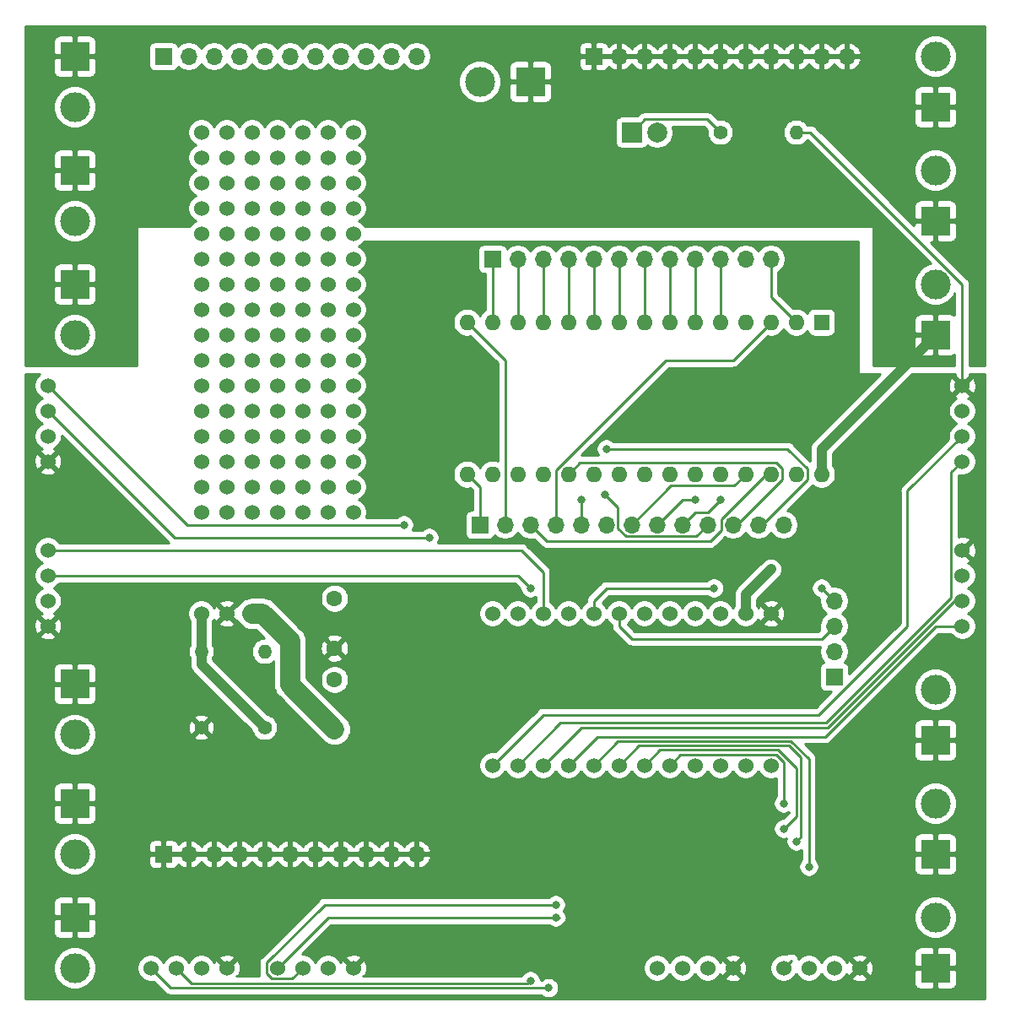
<source format=gbr>
%TF.GenerationSoftware,KiCad,Pcbnew,(5.1.6)-1*%
%TF.CreationDate,2020-11-05T12:41:24-06:00*%
%TF.ProjectId,power_board,706f7765-725f-4626-9f61-72642e6b6963,rev?*%
%TF.SameCoordinates,Original*%
%TF.FileFunction,Copper,L1,Top*%
%TF.FilePolarity,Positive*%
%FSLAX46Y46*%
G04 Gerber Fmt 4.6, Leading zero omitted, Abs format (unit mm)*
G04 Created by KiCad (PCBNEW (5.1.6)-1) date 2020-11-05 12:41:24*
%MOMM*%
%LPD*%
G01*
G04 APERTURE LIST*
%TA.AperFunction,ComponentPad*%
%ADD10C,1.524000*%
%TD*%
%TA.AperFunction,ComponentPad*%
%ADD11C,3.000000*%
%TD*%
%TA.AperFunction,ComponentPad*%
%ADD12R,3.000000X3.000000*%
%TD*%
%TA.AperFunction,ComponentPad*%
%ADD13O,1.400000X1.400000*%
%TD*%
%TA.AperFunction,ComponentPad*%
%ADD14C,1.400000*%
%TD*%
%TA.AperFunction,ComponentPad*%
%ADD15R,1.600000X1.600000*%
%TD*%
%TA.AperFunction,ComponentPad*%
%ADD16O,1.600000X1.600000*%
%TD*%
%TA.AperFunction,ComponentPad*%
%ADD17C,1.600000*%
%TD*%
%TA.AperFunction,ComponentPad*%
%ADD18C,2.000000*%
%TD*%
%TA.AperFunction,ComponentPad*%
%ADD19R,2.000000X2.000000*%
%TD*%
%TA.AperFunction,ComponentPad*%
%ADD20O,1.700000X1.700000*%
%TD*%
%TA.AperFunction,ComponentPad*%
%ADD21R,1.700000X1.700000*%
%TD*%
%TA.AperFunction,ViaPad*%
%ADD22C,0.800000*%
%TD*%
%TA.AperFunction,Conductor*%
%ADD23C,0.250000*%
%TD*%
%TA.AperFunction,Conductor*%
%ADD24C,1.000000*%
%TD*%
%TA.AperFunction,Conductor*%
%ADD25C,2.000000*%
%TD*%
%TA.AperFunction,Conductor*%
%ADD26C,0.254000*%
%TD*%
G04 APERTURE END LIST*
D10*
%TO.P,U1,1*%
%TO.N,multi_plexer_A0*%
X241300000Y-97790000D03*
%TO.P,U1,2*%
%TO.N,multi_plexer_A1*%
X238760000Y-97790000D03*
%TO.P,U1,3*%
%TO.N,multi_plexer_reset*%
X243840000Y-97790000D03*
%TO.P,U1,4*%
%TO.N,SDA0*%
X233680000Y-97790000D03*
%TO.P,U1,5*%
%TO.N,SCL0*%
X231140000Y-97790000D03*
%TO.P,U1,6*%
%TO.N,SDA1*%
X228600000Y-97790000D03*
%TO.P,U1,7*%
%TO.N,SCL1*%
X226060000Y-97790000D03*
%TO.P,U1,8*%
%TO.N,SDA2*%
X226060000Y-113030000D03*
%TO.P,U1,9*%
%TO.N,SCL2*%
X228600000Y-113030000D03*
%TO.P,U1,10*%
%TO.N,SDA3*%
X231140000Y-113030000D03*
%TO.P,U1,11*%
%TO.N,SCL3*%
X233680000Y-113030000D03*
%TO.P,U1,12*%
%TO.N,GND*%
X251460000Y-97790000D03*
%TO.P,U1,13*%
%TO.N,SDA4*%
X236220000Y-113030000D03*
%TO.P,U1,14*%
%TO.N,SCL4*%
X238760000Y-113030000D03*
%TO.P,U1,15*%
%TO.N,SDA5*%
X241300000Y-113030000D03*
%TO.P,U1,16*%
%TO.N,SCL5*%
X243840000Y-113030000D03*
%TO.P,U1,17*%
%TO.N,SDA6*%
X246380000Y-113030000D03*
%TO.P,U1,18*%
%TO.N,SCL6*%
X248920000Y-113030000D03*
%TO.P,U1,19*%
%TO.N,SDA7*%
X251460000Y-113030000D03*
%TO.P,U1,20*%
%TO.N,SCL7*%
X254000000Y-113030000D03*
%TO.P,U1,21*%
%TO.N,multi_plexer_A2*%
X236220000Y-97790000D03*
%TO.P,U1,22*%
%TO.N,A5*%
X246380000Y-97790000D03*
%TO.P,U1,23*%
%TO.N,A4*%
X248920000Y-97790000D03*
%TO.P,U1,24*%
%TO.N,+5V*%
X254000000Y-97790000D03*
%TD*%
D11*
%TO.P,J24,2*%
%TO.N,GND*%
X270510000Y-64770000D03*
D12*
%TO.P,J24,1*%
%TO.N,11.1V*%
X270510000Y-69850000D03*
%TD*%
D11*
%TO.P,J23,2*%
%TO.N,GND*%
X184150000Y-58420000D03*
D12*
%TO.P,J23,1*%
%TO.N,11.1V*%
X184150000Y-53340000D03*
%TD*%
D11*
%TO.P,J22,2*%
%TO.N,GND*%
X270510000Y-53340000D03*
D12*
%TO.P,J22,1*%
%TO.N,11.1V*%
X270510000Y-58420000D03*
%TD*%
D11*
%TO.P,J21,2*%
%TO.N,GND*%
X184150000Y-69850000D03*
D12*
%TO.P,J21,1*%
%TO.N,11.1V*%
X184150000Y-64770000D03*
%TD*%
D11*
%TO.P,J20,2*%
%TO.N,GND*%
X184150000Y-46990000D03*
D12*
%TO.P,J20,1*%
%TO.N,11.1V*%
X184150000Y-41910000D03*
%TD*%
D11*
%TO.P,J19,2*%
%TO.N,GND*%
X270510000Y-41910000D03*
D12*
%TO.P,J19,1*%
%TO.N,11.1V*%
X270510000Y-46990000D03*
%TD*%
D11*
%TO.P,J11,2*%
%TO.N,GND*%
X270510000Y-128270000D03*
D12*
%TO.P,J11,1*%
%TO.N,+5V*%
X270510000Y-133350000D03*
%TD*%
D11*
%TO.P,J10,2*%
%TO.N,GND*%
X270510000Y-105410000D03*
D12*
%TO.P,J10,1*%
%TO.N,+5V*%
X270510000Y-110490000D03*
%TD*%
D11*
%TO.P,J9,2*%
%TO.N,GND*%
X184150000Y-109935001D03*
D12*
%TO.P,J9,1*%
%TO.N,+5V*%
X184150000Y-104855001D03*
%TD*%
D11*
%TO.P,J8,2*%
%TO.N,GND*%
X184150000Y-121920000D03*
D12*
%TO.P,J8,1*%
%TO.N,+5V*%
X184150000Y-116840000D03*
%TD*%
D11*
%TO.P,J7,2*%
%TO.N,GND*%
X184150000Y-133350000D03*
D12*
%TO.P,J7,1*%
%TO.N,+5V*%
X184150000Y-128270000D03*
%TD*%
D11*
%TO.P,J6,2*%
%TO.N,GND*%
X270510000Y-116840000D03*
D12*
%TO.P,J6,1*%
%TO.N,+5V*%
X270510000Y-121920000D03*
%TD*%
D11*
%TO.P,J2,2*%
%TO.N,GND*%
X224790000Y-44450000D03*
D12*
%TO.P,J2,1*%
%TO.N,11.1V*%
X229870000Y-44450000D03*
%TD*%
D10*
%TO.P,U2,3*%
%TO.N,Net-(R2-Pad2)*%
X196850000Y-97790000D03*
%TO.P,U2,2*%
%TO.N,+5V*%
X199390000Y-97790000D03*
%TO.P,U2,1*%
%TO.N,11.1V*%
X201930000Y-97790000D03*
%TD*%
%TO.P,sensor_8,4*%
%TO.N,SCL7*%
X191770000Y-133350000D03*
%TO.P,sensor_8,3*%
%TO.N,SDA7*%
X194310000Y-133350000D03*
%TO.P,sensor_8,2*%
%TO.N,GND*%
X196850000Y-133350000D03*
%TO.P,sensor_8,1*%
%TO.N,+5V*%
X199390000Y-133350000D03*
%TD*%
%TO.P,sensor_7,4*%
%TO.N,SCL6*%
X204470000Y-133350000D03*
%TO.P,sensor_7,3*%
%TO.N,SDA6*%
X207010000Y-133350000D03*
%TO.P,sensor_7,2*%
%TO.N,Net-(sensor_7-Pad2)*%
X209550000Y-133350000D03*
%TO.P,sensor_7,1*%
%TO.N,+5V*%
X212090000Y-133350000D03*
%TD*%
%TO.P,sensor_6,4*%
%TO.N,SCL5*%
X242570000Y-133350000D03*
%TO.P,sensor_6,3*%
%TO.N,SDA5*%
X245110000Y-133350000D03*
%TO.P,sensor_6,2*%
%TO.N,GND*%
X247650000Y-133350000D03*
%TO.P,sensor_6,1*%
%TO.N,+5V*%
X250190000Y-133350000D03*
%TD*%
%TO.P,sensor_5,4*%
%TO.N,SCL4*%
X255270000Y-133350000D03*
%TO.P,sensor_5,3*%
%TO.N,SDA4*%
X257810000Y-133350000D03*
%TO.P,sensor_5,2*%
%TO.N,GND*%
X260350000Y-133350000D03*
%TO.P,sensor_5,1*%
%TO.N,+5V*%
X262890000Y-133350000D03*
%TD*%
%TO.P,sensor_4,4*%
%TO.N,SCL3*%
X273205000Y-99060000D03*
%TO.P,sensor_4,3*%
%TO.N,SDA3*%
X273205000Y-96520000D03*
%TO.P,sensor_4,2*%
%TO.N,GND*%
X273205000Y-93980000D03*
%TO.P,sensor_4,1*%
%TO.N,+5V*%
X273205000Y-91440000D03*
%TD*%
%TO.P,sensor_3,4*%
%TO.N,SCL2*%
X273205000Y-82550000D03*
%TO.P,sensor_3,3*%
%TO.N,SDA2*%
X273205000Y-80010000D03*
%TO.P,sensor_3,2*%
%TO.N,GND*%
X273205000Y-77470000D03*
%TO.P,sensor_3,1*%
%TO.N,+5V*%
X273205000Y-74930000D03*
%TD*%
%TO.P,sensor_2,4*%
%TO.N,SCL1*%
X181455000Y-74930000D03*
%TO.P,sensor_2,3*%
%TO.N,SDA1*%
X181455000Y-77470000D03*
%TO.P,sensor_2,2*%
%TO.N,GND*%
X181455000Y-80010000D03*
%TO.P,sensor_2,1*%
%TO.N,+5V*%
X181455000Y-82550000D03*
%TD*%
%TO.P,sensor_1,4*%
%TO.N,SCL0*%
X181455000Y-91440000D03*
%TO.P,sensor_1,3*%
%TO.N,SDA0*%
X181455000Y-93980000D03*
%TO.P,sensor_1,2*%
%TO.N,GND*%
X181455000Y-96520000D03*
%TO.P,sensor_1,1*%
%TO.N,+5V*%
X181455000Y-99060000D03*
%TD*%
D13*
%TO.P,R3,2*%
%TO.N,GND*%
X203200000Y-101600000D03*
D14*
%TO.P,R3,1*%
%TO.N,Net-(R2-Pad2)*%
X203200000Y-109220000D03*
%TD*%
D13*
%TO.P,R2,2*%
%TO.N,Net-(R2-Pad2)*%
X196850000Y-101600000D03*
D14*
%TO.P,R2,1*%
%TO.N,+5V*%
X196850000Y-109220000D03*
%TD*%
D13*
%TO.P,R1,2*%
%TO.N,+5V*%
X256540000Y-49530000D03*
D14*
%TO.P,R1,1*%
%TO.N,Net-(D1-Pad1)*%
X248920000Y-49530000D03*
%TD*%
D10*
%TO.P,U3,16*%
%TO.N,N/C*%
X196850000Y-49530000D03*
%TO.P,U3,2*%
X196850000Y-85090000D03*
%TO.P,U3,3*%
X196850000Y-82550000D03*
%TO.P,U3,1*%
X196850000Y-87630000D03*
%TO.P,U3,7*%
X196850000Y-72390000D03*
%TO.P,U3,5*%
X196850000Y-77470000D03*
%TO.P,U3,6*%
X196850000Y-74930000D03*
%TO.P,U3,4*%
X196850000Y-80010000D03*
%TO.P,U3,11*%
X196850000Y-62230000D03*
%TO.P,U3,13*%
X196850000Y-57150000D03*
%TO.P,U3,12*%
X196850000Y-59690000D03*
%TO.P,U3,14*%
X196850000Y-54610000D03*
%TO.P,U3,10*%
X196850000Y-64770000D03*
%TO.P,U3,9*%
X196850000Y-67310000D03*
%TO.P,U3,8*%
X196850000Y-69850000D03*
%TO.P,U3,15*%
X196850000Y-52070000D03*
%TO.P,U3,16*%
X199390000Y-49530000D03*
%TO.P,U3,2*%
X199390000Y-85090000D03*
%TO.P,U3,3*%
X199390000Y-82550000D03*
%TO.P,U3,1*%
X199390000Y-87630000D03*
%TO.P,U3,7*%
X199390000Y-72390000D03*
%TO.P,U3,5*%
X199390000Y-77470000D03*
%TO.P,U3,6*%
X199390000Y-74930000D03*
%TO.P,U3,4*%
X199390000Y-80010000D03*
%TO.P,U3,11*%
X199390000Y-62230000D03*
%TO.P,U3,13*%
X199390000Y-57150000D03*
%TO.P,U3,12*%
X199390000Y-59690000D03*
%TO.P,U3,14*%
X199390000Y-54610000D03*
%TO.P,U3,10*%
X199390000Y-64770000D03*
%TO.P,U3,9*%
X199390000Y-67310000D03*
%TO.P,U3,8*%
X199390000Y-69850000D03*
%TO.P,U3,15*%
X199390000Y-52070000D03*
%TO.P,U3,16*%
X201930000Y-49530000D03*
%TO.P,U3,2*%
X201930000Y-85090000D03*
%TO.P,U3,3*%
X201930000Y-82550000D03*
%TO.P,U3,1*%
X201930000Y-87630000D03*
%TO.P,U3,7*%
X201930000Y-72390000D03*
%TO.P,U3,5*%
X201930000Y-77470000D03*
%TO.P,U3,6*%
X201930000Y-74930000D03*
%TO.P,U3,4*%
X201930000Y-80010000D03*
%TO.P,U3,11*%
X201930000Y-62230000D03*
%TO.P,U3,13*%
X201930000Y-57150000D03*
%TO.P,U3,12*%
X201930000Y-59690000D03*
%TO.P,U3,14*%
X201930000Y-54610000D03*
%TO.P,U3,10*%
X201930000Y-64770000D03*
%TO.P,U3,9*%
X201930000Y-67310000D03*
%TO.P,U3,8*%
X201930000Y-69850000D03*
%TO.P,U3,15*%
X201930000Y-52070000D03*
%TO.P,U3,16*%
X204470000Y-49530000D03*
%TO.P,U3,2*%
X204470000Y-85090000D03*
%TO.P,U3,3*%
X204470000Y-82550000D03*
%TO.P,U3,1*%
X204470000Y-87630000D03*
%TO.P,U3,7*%
X204470000Y-72390000D03*
%TO.P,U3,5*%
X204470000Y-77470000D03*
%TO.P,U3,6*%
X204470000Y-74930000D03*
%TO.P,U3,4*%
X204470000Y-80010000D03*
%TO.P,U3,11*%
X204470000Y-62230000D03*
%TO.P,U3,13*%
X204470000Y-57150000D03*
%TO.P,U3,12*%
X204470000Y-59690000D03*
%TO.P,U3,14*%
X204470000Y-54610000D03*
%TO.P,U3,10*%
X204470000Y-64770000D03*
%TO.P,U3,9*%
X204470000Y-67310000D03*
%TO.P,U3,8*%
X204470000Y-69850000D03*
%TO.P,U3,15*%
X204470000Y-52070000D03*
%TO.P,U3,16*%
X207010000Y-49530000D03*
%TO.P,U3,2*%
X207010000Y-85090000D03*
%TO.P,U3,3*%
X207010000Y-82550000D03*
%TO.P,U3,1*%
X207010000Y-87630000D03*
%TO.P,U3,7*%
X207010000Y-72390000D03*
%TO.P,U3,5*%
X207010000Y-77470000D03*
%TO.P,U3,6*%
X207010000Y-74930000D03*
%TO.P,U3,4*%
X207010000Y-80010000D03*
%TO.P,U3,11*%
X207010000Y-62230000D03*
%TO.P,U3,13*%
X207010000Y-57150000D03*
%TO.P,U3,12*%
X207010000Y-59690000D03*
%TO.P,U3,14*%
X207010000Y-54610000D03*
%TO.P,U3,10*%
X207010000Y-64770000D03*
%TO.P,U3,9*%
X207010000Y-67310000D03*
%TO.P,U3,8*%
X207010000Y-69850000D03*
%TO.P,U3,15*%
X207010000Y-52070000D03*
%TO.P,U3,16*%
X209550000Y-49530000D03*
%TO.P,U3,2*%
X209550000Y-85090000D03*
%TO.P,U3,3*%
X209550000Y-82550000D03*
%TO.P,U3,1*%
X209550000Y-87630000D03*
%TO.P,U3,7*%
X209550000Y-72390000D03*
%TO.P,U3,5*%
X209550000Y-77470000D03*
%TO.P,U3,6*%
X209550000Y-74930000D03*
%TO.P,U3,4*%
X209550000Y-80010000D03*
%TO.P,U3,11*%
X209550000Y-62230000D03*
%TO.P,U3,13*%
X209550000Y-57150000D03*
%TO.P,U3,12*%
X209550000Y-59690000D03*
%TO.P,U3,14*%
X209550000Y-54610000D03*
%TO.P,U3,10*%
X209550000Y-64770000D03*
%TO.P,U3,9*%
X209550000Y-67310000D03*
%TO.P,U3,8*%
X209550000Y-69850000D03*
%TO.P,U3,15*%
X209550000Y-52070000D03*
%TO.P,U3,16*%
X212090000Y-49530000D03*
%TO.P,U3,15*%
X212090000Y-52070000D03*
%TO.P,U3,14*%
X212090000Y-54610000D03*
%TO.P,U3,13*%
X212090000Y-57150000D03*
%TO.P,U3,12*%
X212090000Y-59690000D03*
%TO.P,U3,11*%
X212090000Y-62230000D03*
%TO.P,U3,10*%
X212090000Y-64770000D03*
%TO.P,U3,9*%
X212090000Y-67310000D03*
%TO.P,U3,8*%
X212090000Y-69850000D03*
%TO.P,U3,7*%
X212090000Y-72390000D03*
%TO.P,U3,6*%
X212090000Y-74930000D03*
%TO.P,U3,5*%
X212090000Y-77470000D03*
%TO.P,U3,4*%
X212090000Y-80010000D03*
%TO.P,U3,3*%
X212090000Y-82550000D03*
%TO.P,U3,2*%
X212090000Y-85090000D03*
%TO.P,U3,1*%
X212090000Y-87630000D03*
%TD*%
D15*
%TO.P,A1,1*%
%TO.N,TX*%
X259080000Y-68580000D03*
D16*
%TO.P,A1,17*%
%TO.N,ARDUINO_3.3V*%
X226060000Y-83820000D03*
%TO.P,A1,2*%
%TO.N,RX*%
X256540000Y-68580000D03*
%TO.P,A1,18*%
%TO.N,AREF*%
X228600000Y-83820000D03*
%TO.P,A1,3*%
%TO.N,RESET_3*%
X254000000Y-68580000D03*
%TO.P,A1,19*%
%TO.N,A0*%
X231140000Y-83820000D03*
%TO.P,A1,4*%
%TO.N,GND*%
X251460000Y-68580000D03*
%TO.P,A1,20*%
%TO.N,A1*%
X233680000Y-83820000D03*
%TO.P,A1,5*%
%TO.N,D2*%
X248920000Y-68580000D03*
%TO.P,A1,21*%
%TO.N,A2*%
X236220000Y-83820000D03*
%TO.P,A1,6*%
%TO.N,D3*%
X246380000Y-68580000D03*
%TO.P,A1,22*%
%TO.N,A3*%
X238760000Y-83820000D03*
%TO.P,A1,7*%
%TO.N,D4*%
X243840000Y-68580000D03*
%TO.P,A1,23*%
%TO.N,A4*%
X241300000Y-83820000D03*
%TO.P,A1,8*%
%TO.N,D5*%
X241300000Y-68580000D03*
%TO.P,A1,24*%
%TO.N,A5*%
X243840000Y-83820000D03*
%TO.P,A1,9*%
%TO.N,D6*%
X238760000Y-68580000D03*
%TO.P,A1,25*%
%TO.N,A6*%
X246380000Y-83820000D03*
%TO.P,A1,10*%
%TO.N,D7*%
X236220000Y-68580000D03*
%TO.P,A1,26*%
%TO.N,A7*%
X248920000Y-83820000D03*
%TO.P,A1,11*%
%TO.N,D8*%
X233680000Y-68580000D03*
%TO.P,A1,27*%
%TO.N,ARDUINO_5V*%
X251460000Y-83820000D03*
%TO.P,A1,12*%
%TO.N,D9*%
X231140000Y-68580000D03*
%TO.P,A1,28*%
%TO.N,RESET_28*%
X254000000Y-83820000D03*
%TO.P,A1,13*%
%TO.N,D10*%
X228600000Y-68580000D03*
%TO.P,A1,29*%
%TO.N,GND*%
X256540000Y-83820000D03*
%TO.P,A1,14*%
%TO.N,D11*%
X226060000Y-68580000D03*
%TO.P,A1,30*%
%TO.N,11.1V*%
X259080000Y-83820000D03*
%TO.P,A1,15*%
%TO.N,D12*%
X223520000Y-68580000D03*
%TO.P,A1,16*%
%TO.N,D13*%
X223520000Y-83820000D03*
%TD*%
D17*
%TO.P,C1,1*%
%TO.N,+5V*%
X210225001Y-101264999D03*
%TO.P,C1,2*%
%TO.N,GND*%
X210225001Y-96264999D03*
%TD*%
%TO.P,C2,2*%
%TO.N,GND*%
X210225001Y-104414999D03*
%TO.P,C2,1*%
%TO.N,11.1V*%
X210225001Y-109414999D03*
%TD*%
D18*
%TO.P,D1,2*%
%TO.N,GND*%
X242570000Y-49530000D03*
D19*
%TO.P,D1,1*%
%TO.N,Net-(D1-Pad1)*%
X240030000Y-49530000D03*
%TD*%
D20*
%TO.P,J1,4*%
%TO.N,multi_plexer_A2*%
X260350000Y-96520000D03*
%TO.P,J1,3*%
%TO.N,multi_plexer_A1*%
X260350000Y-99060000D03*
%TO.P,J1,2*%
%TO.N,multi_plexer_A0*%
X260350000Y-101600000D03*
D21*
%TO.P,J1,1*%
%TO.N,multi_plexer_reset*%
X260350000Y-104140000D03*
%TD*%
%TO.P,J3,1*%
%TO.N,D11*%
X226060000Y-62230000D03*
D20*
%TO.P,J3,2*%
%TO.N,D10*%
X228600000Y-62230000D03*
%TO.P,J3,3*%
%TO.N,D9*%
X231140000Y-62230000D03*
%TO.P,J3,4*%
%TO.N,D8*%
X233680000Y-62230000D03*
%TO.P,J3,5*%
%TO.N,D7*%
X236220000Y-62230000D03*
%TO.P,J3,6*%
%TO.N,D6*%
X238760000Y-62230000D03*
%TO.P,J3,7*%
%TO.N,D5*%
X241300000Y-62230000D03*
%TO.P,J3,8*%
%TO.N,D4*%
X243840000Y-62230000D03*
%TO.P,J3,9*%
%TO.N,D3*%
X246380000Y-62230000D03*
%TO.P,J3,10*%
%TO.N,D2*%
X248920000Y-62230000D03*
%TO.P,J3,11*%
%TO.N,TX*%
X251460000Y-62230000D03*
%TO.P,J3,12*%
%TO.N,RX*%
X254000000Y-62230000D03*
%TD*%
D21*
%TO.P,J4,1*%
%TO.N,D13*%
X224790000Y-88900000D03*
D20*
%TO.P,J4,2*%
%TO.N,D12*%
X227330000Y-88900000D03*
%TO.P,J4,3*%
%TO.N,RESET_28*%
X229870000Y-88900000D03*
%TO.P,J4,4*%
%TO.N,RESET_3*%
X232410000Y-88900000D03*
%TO.P,J4,5*%
%TO.N,AREF*%
X234950000Y-88900000D03*
%TO.P,J4,6*%
%TO.N,ARDUINO_3.3V*%
X237490000Y-88900000D03*
%TO.P,J4,7*%
%TO.N,ARDUINO_5V*%
X240030000Y-88900000D03*
%TO.P,J4,8*%
%TO.N,A6*%
X242570000Y-88900000D03*
%TO.P,J4,9*%
%TO.N,A7*%
X245110000Y-88900000D03*
%TO.P,J4,10*%
%TO.N,A0*%
X247650000Y-88900000D03*
%TO.P,J4,11*%
%TO.N,A1*%
X250190000Y-88900000D03*
%TO.P,J4,12*%
%TO.N,A2*%
X252730000Y-88900000D03*
%TO.P,J4,13*%
%TO.N,A3*%
X255270000Y-88900000D03*
%TD*%
D21*
%TO.P,J5,1*%
%TO.N,GND*%
X193040000Y-41910000D03*
D20*
%TO.P,J5,2*%
X195580000Y-41910000D03*
%TO.P,J5,3*%
X198120000Y-41910000D03*
%TO.P,J5,4*%
X200660000Y-41910000D03*
%TO.P,J5,5*%
X203200000Y-41910000D03*
%TO.P,J5,6*%
X205740000Y-41910000D03*
%TO.P,J5,7*%
X208280000Y-41910000D03*
%TO.P,J5,8*%
X210820000Y-41910000D03*
%TO.P,J5,9*%
X213360000Y-41910000D03*
%TO.P,J5,10*%
X215900000Y-41910000D03*
%TO.P,J5,11*%
X218440000Y-41910000D03*
%TD*%
D21*
%TO.P,J18,1*%
%TO.N,11.1V*%
X236220000Y-41910000D03*
D20*
%TO.P,J18,2*%
X238760000Y-41910000D03*
%TO.P,J18,3*%
X241300000Y-41910000D03*
%TO.P,J18,4*%
X243840000Y-41910000D03*
%TO.P,J18,5*%
X246380000Y-41910000D03*
%TO.P,J18,6*%
X248920000Y-41910000D03*
%TO.P,J18,7*%
X251460000Y-41910000D03*
%TO.P,J18,8*%
X254000000Y-41910000D03*
%TO.P,J18,9*%
X256540000Y-41910000D03*
%TO.P,J18,10*%
X259080000Y-41910000D03*
%TO.P,J18,11*%
X261620000Y-41910000D03*
%TD*%
%TO.P,J31,11*%
%TO.N,+5V*%
X218440000Y-121920000D03*
%TO.P,J31,10*%
X215900000Y-121920000D03*
%TO.P,J31,9*%
X213360000Y-121920000D03*
%TO.P,J31,8*%
X210820000Y-121920000D03*
%TO.P,J31,7*%
X208280000Y-121920000D03*
%TO.P,J31,6*%
X205740000Y-121920000D03*
%TO.P,J31,5*%
X203200000Y-121920000D03*
%TO.P,J31,4*%
X200660000Y-121920000D03*
%TO.P,J31,3*%
X198120000Y-121920000D03*
%TO.P,J31,2*%
X195580000Y-121920000D03*
D21*
%TO.P,J31,1*%
X193040000Y-121920000D03*
%TD*%
D22*
%TO.N,AREF*%
X234950000Y-86360000D03*
%TO.N,A0*%
X237363000Y-85852000D03*
%TO.N,GND*%
X254000000Y-93345000D03*
%TO.N,A2*%
X237490000Y-81280000D03*
%TO.N,A6*%
X246380000Y-86360000D03*
%TO.N,A7*%
X248920000Y-86360000D03*
%TO.N,multi_plexer_A2*%
X259080000Y-95250000D03*
X248285000Y-95250000D03*
%TO.N,SDA0*%
X229870000Y-95250000D03*
%TO.N,SCL1*%
X217170000Y-88900000D03*
%TO.N,SDA1*%
X219710000Y-90170000D03*
%TO.N,SCL4*%
X256540000Y-120650000D03*
%TO.N,SDA4*%
X257810000Y-123190000D03*
%TO.N,SDA5*%
X255270000Y-119380000D03*
%TO.N,SCL5*%
X255270000Y-116840000D03*
%TO.N,SCL6*%
X232410000Y-128270000D03*
%TO.N,SDA6*%
X232410000Y-127000000D03*
%TO.N,SDA7*%
X229870000Y-134612020D03*
%TO.N,SCL7*%
X231692980Y-135337020D03*
%TD*%
D23*
%TO.N,RX*%
X254000000Y-66040000D02*
X256540000Y-68580000D01*
X254000000Y-62230000D02*
X254000000Y-66040000D01*
%TO.N,AREF*%
X234950000Y-88900000D02*
X234950000Y-86810010D01*
X234950000Y-86810010D02*
X234950000Y-86360000D01*
%TO.N,RESET_3*%
X232410000Y-83424998D02*
X243444998Y-72390000D01*
X232410000Y-88900000D02*
X232410000Y-83424998D01*
X250190000Y-72390000D02*
X254000000Y-68580000D01*
X243444998Y-72390000D02*
X250190000Y-72390000D01*
%TO.N,A0*%
X238665001Y-89274003D02*
X238665001Y-87154001D01*
X239465999Y-90075001D02*
X238665001Y-89274003D01*
X247650000Y-88900000D02*
X246474999Y-90075001D01*
X246474999Y-90075001D02*
X239465999Y-90075001D01*
X238665001Y-87154001D02*
X237363000Y-85852000D01*
D24*
%TO.N,GND*%
X251460000Y-97790000D02*
X251460000Y-95885000D01*
X251460000Y-95885000D02*
X254000000Y-93345000D01*
X254000000Y-93345000D02*
X254000000Y-93345000D01*
D23*
%TO.N,A1*%
X234805001Y-82694999D02*
X233680000Y-83820000D01*
X254540001Y-82694999D02*
X234805001Y-82694999D01*
X255125001Y-84360001D02*
X255125001Y-83279999D01*
X250585002Y-88900000D02*
X255125001Y-84360001D01*
X255125001Y-83279999D02*
X254540001Y-82694999D01*
X250190000Y-88900000D02*
X250585002Y-88900000D01*
%TO.N,D2*%
X248920000Y-68580000D02*
X248920000Y-62230000D01*
%TO.N,A2*%
X257665001Y-83279999D02*
X255665002Y-81280000D01*
X257665001Y-84360001D02*
X257665001Y-83279999D01*
X252730000Y-88900000D02*
X253125002Y-88900000D01*
X253125002Y-88900000D02*
X257665001Y-84360001D01*
X255665002Y-81280000D02*
X237490000Y-81280000D01*
%TO.N,D3*%
X246380000Y-62230000D02*
X246380000Y-68580000D01*
%TO.N,D4*%
X243840000Y-68580000D02*
X243840000Y-62230000D01*
%TO.N,D5*%
X241300000Y-62230000D02*
X241300000Y-68580000D01*
%TO.N,D6*%
X238760000Y-68580000D02*
X238760000Y-62230000D01*
%TO.N,A6*%
X242570000Y-88900000D02*
X245110000Y-86360000D01*
X245110000Y-86360000D02*
X246380000Y-86360000D01*
%TO.N,D7*%
X236220000Y-68580000D02*
X236220000Y-62230000D01*
%TO.N,A7*%
X246380000Y-87630000D02*
X247650000Y-87630000D01*
X245110000Y-88900000D02*
X246380000Y-87630000D01*
X247650000Y-87630000D02*
X248920000Y-86360000D01*
%TO.N,D8*%
X233680000Y-68580000D02*
X233680000Y-62230000D01*
%TO.N,ARDUINO_5V*%
X243984999Y-84945001D02*
X250334999Y-84945001D01*
X250334999Y-84945001D02*
X251460000Y-83820000D01*
X240030000Y-88900000D02*
X243984999Y-84945001D01*
%TO.N,D9*%
X231140000Y-68580000D02*
X231140000Y-62230000D01*
%TO.N,RESET_28*%
X253530998Y-83820000D02*
X254000000Y-83820000D01*
X249014999Y-88335999D02*
X253530998Y-83820000D01*
X249014999Y-89464001D02*
X249014999Y-88335999D01*
X247953990Y-90525010D02*
X249014999Y-89464001D01*
X231495010Y-90525010D02*
X247953990Y-90525010D01*
X229870000Y-88900000D02*
X231495010Y-90525010D01*
%TO.N,D10*%
X228600000Y-68580000D02*
X228600000Y-62230000D01*
%TO.N,D11*%
X226060000Y-68580000D02*
X226060000Y-62230000D01*
D24*
%TO.N,11.1V*%
X259080000Y-81280000D02*
X270510000Y-69850000D01*
X259080000Y-83820000D02*
X259080000Y-81280000D01*
D25*
X203007630Y-97790000D02*
X205740000Y-100522370D01*
X201930000Y-97790000D02*
X203007630Y-97790000D01*
X205740000Y-104929998D02*
X210225001Y-109414999D01*
X205740000Y-100522370D02*
X205740000Y-104929998D01*
D23*
%TO.N,D12*%
X227330000Y-72390000D02*
X223520000Y-68580000D01*
X227330000Y-88900000D02*
X227330000Y-72390000D01*
%TO.N,D13*%
X224790000Y-85090000D02*
X223520000Y-83820000D01*
X224790000Y-88900000D02*
X224790000Y-85090000D01*
%TO.N,+5V*%
X273205000Y-64763998D02*
X273205000Y-74930000D01*
X257971002Y-49530000D02*
X273205000Y-64763998D01*
X256540000Y-49530000D02*
X257971002Y-49530000D01*
%TO.N,Net-(D1-Pad1)*%
X247594999Y-48204999D02*
X248920000Y-49530000D01*
X241355001Y-48204999D02*
X247594999Y-48204999D01*
X240030000Y-49530000D02*
X241355001Y-48204999D01*
%TO.N,multi_plexer_A2*%
X236220000Y-97790000D02*
X236220000Y-96520000D01*
X236220000Y-96520000D02*
X237490000Y-95250000D01*
X259080000Y-95250000D02*
X259080000Y-95250000D01*
X259080000Y-95250000D02*
X260350000Y-96520000D01*
X248285000Y-95250000D02*
X237490000Y-95250000D01*
%TO.N,multi_plexer_A1*%
X238760000Y-97790000D02*
X238760000Y-99060000D01*
X238760000Y-99060000D02*
X240030000Y-100330000D01*
X259080000Y-100330000D02*
X260350000Y-99060000D01*
X240030000Y-100330000D02*
X259080000Y-100330000D01*
D24*
%TO.N,Net-(R2-Pad2)*%
X196850000Y-101600000D02*
X196850000Y-97790000D01*
X196850000Y-102870000D02*
X203200000Y-109220000D01*
X196850000Y-101600000D02*
X196850000Y-102870000D01*
D23*
%TO.N,SDA0*%
X181455000Y-93980000D02*
X228600000Y-93980000D01*
X228600000Y-93980000D02*
X229870000Y-95250000D01*
%TO.N,SCL0*%
X231140000Y-93641238D02*
X231140000Y-97790000D01*
X228938762Y-91440000D02*
X231140000Y-93641238D01*
X181455000Y-91440000D02*
X228938762Y-91440000D01*
%TO.N,SCL1*%
X181455000Y-74930000D02*
X195425000Y-88900000D01*
X195425000Y-88900000D02*
X217170000Y-88900000D01*
X217170000Y-88900000D02*
X217170000Y-88900000D01*
%TO.N,SDA1*%
X181455000Y-77470000D02*
X194155000Y-90170000D01*
X194155000Y-90170000D02*
X219710000Y-90170000D01*
X219710000Y-90170000D02*
X219710000Y-90170000D01*
%TO.N,SDA2*%
X226060000Y-113030000D02*
X231140000Y-107950000D01*
X258825002Y-107950000D02*
X267715002Y-99060000D01*
X231140000Y-107950000D02*
X258825002Y-107950000D01*
X267715002Y-85499998D02*
X273205000Y-80010000D01*
X267715002Y-99060000D02*
X267715002Y-85499998D01*
%TO.N,SCL2*%
X272117999Y-83637001D02*
X273205000Y-82550000D01*
X272117999Y-96179181D02*
X272117999Y-83637001D01*
X232860010Y-108769990D02*
X259527190Y-108769990D01*
X259527190Y-108769990D02*
X272117999Y-96179181D01*
X228600000Y-113030000D02*
X232860010Y-108769990D01*
%TO.N,SDA3*%
X231140000Y-113030000D02*
X234950000Y-109220000D01*
X272413590Y-96520000D02*
X273205000Y-96520000D01*
X259713590Y-109220000D02*
X272413590Y-96520000D01*
X234950000Y-109220000D02*
X259713590Y-109220000D01*
%TO.N,SCL3*%
X236567039Y-110142961D02*
X259427039Y-110142961D01*
X233680000Y-113030000D02*
X236567039Y-110142961D01*
X270510000Y-99060000D02*
X273205000Y-99060000D01*
X259427039Y-110142961D02*
X270510000Y-99060000D01*
%TO.N,SCL4*%
X255270000Y-133350000D02*
X256031999Y-132588001D01*
X255822979Y-111042979D02*
X240747021Y-111042979D01*
X240747021Y-111042979D02*
X238760000Y-113030000D01*
X256540000Y-111760000D02*
X255822979Y-111042979D01*
X256990009Y-112210009D02*
X256990009Y-120199991D01*
X256540000Y-111760000D02*
X256990009Y-112210009D01*
X256990009Y-120199991D02*
X256540000Y-120650000D01*
%TO.N,SDA4*%
X256009380Y-110592970D02*
X238657030Y-110592970D01*
X257810000Y-112393590D02*
X256009380Y-110592970D01*
X238657030Y-110592970D02*
X236220000Y-113030000D01*
X257810000Y-112393590D02*
X257810000Y-123190000D01*
X257810000Y-123190000D02*
X257810000Y-123190000D01*
%TO.N,SDA5*%
X242837011Y-111492989D02*
X241300000Y-113030000D01*
X254708161Y-111492989D02*
X242837011Y-111492989D01*
X256540000Y-113324828D02*
X254708161Y-111492989D01*
X255270000Y-119380000D02*
X256540000Y-118110000D01*
X256540000Y-118110000D02*
X256540000Y-113324828D01*
%TO.N,SCL5*%
X244927001Y-111942999D02*
X243840000Y-113030000D01*
X255270000Y-116840000D02*
X255270000Y-112691238D01*
X254521761Y-111942999D02*
X244927001Y-111942999D01*
X255270000Y-112691238D02*
X254521761Y-111942999D01*
%TO.N,SCL6*%
X204470000Y-133350000D02*
X209550000Y-128270000D01*
X209550000Y-128270000D02*
X232748762Y-128270000D01*
%TO.N,SDA6*%
X203382999Y-132828239D02*
X209211238Y-127000000D01*
X203382999Y-133871761D02*
X203382999Y-132828239D01*
X207010000Y-133350000D02*
X205922999Y-134437001D01*
X203948239Y-134437001D02*
X203382999Y-133871761D01*
X205922999Y-134437001D02*
X203948239Y-134437001D01*
X209211238Y-127000000D02*
X232410000Y-127000000D01*
%TO.N,SDA7*%
X194310000Y-133350000D02*
X195847011Y-134887011D01*
X229595009Y-134887011D02*
X229870000Y-134612020D01*
X195847011Y-134887011D02*
X229595009Y-134887011D01*
%TO.N,SCL7*%
X193757020Y-135337020D02*
X231692980Y-135337020D01*
X191770000Y-133350000D02*
X193757020Y-135337020D01*
X231692980Y-135337020D02*
X231692980Y-135337020D01*
%TD*%
D26*
%TO.N,11.1V*%
G36*
X275463000Y-72898000D02*
G01*
X273965000Y-72898000D01*
X273965000Y-64801331D01*
X273968677Y-64763998D01*
X273954003Y-64615012D01*
X273910546Y-64471751D01*
X273839974Y-64339722D01*
X273768799Y-64252995D01*
X273745001Y-64223997D01*
X273716004Y-64200200D01*
X270071191Y-60555387D01*
X270224250Y-60555000D01*
X270383000Y-60396250D01*
X270383000Y-58547000D01*
X270637000Y-58547000D01*
X270637000Y-60396250D01*
X270795750Y-60555000D01*
X272010000Y-60558072D01*
X272134482Y-60545812D01*
X272254180Y-60509502D01*
X272364494Y-60450537D01*
X272461185Y-60371185D01*
X272540537Y-60274494D01*
X272599502Y-60164180D01*
X272635812Y-60044482D01*
X272648072Y-59920000D01*
X272645000Y-58705750D01*
X272486250Y-58547000D01*
X270637000Y-58547000D01*
X270383000Y-58547000D01*
X268533750Y-58547000D01*
X268375000Y-58705750D01*
X268374613Y-58858809D01*
X266435804Y-56920000D01*
X268371928Y-56920000D01*
X268375000Y-58134250D01*
X268533750Y-58293000D01*
X270383000Y-58293000D01*
X270383000Y-56443750D01*
X270637000Y-56443750D01*
X270637000Y-58293000D01*
X272486250Y-58293000D01*
X272645000Y-58134250D01*
X272648072Y-56920000D01*
X272635812Y-56795518D01*
X272599502Y-56675820D01*
X272540537Y-56565506D01*
X272461185Y-56468815D01*
X272364494Y-56389463D01*
X272254180Y-56330498D01*
X272134482Y-56294188D01*
X272010000Y-56281928D01*
X270795750Y-56285000D01*
X270637000Y-56443750D01*
X270383000Y-56443750D01*
X270224250Y-56285000D01*
X269010000Y-56281928D01*
X268885518Y-56294188D01*
X268765820Y-56330498D01*
X268655506Y-56389463D01*
X268558815Y-56468815D01*
X268479463Y-56565506D01*
X268420498Y-56675820D01*
X268384188Y-56795518D01*
X268371928Y-56920000D01*
X266435804Y-56920000D01*
X262645525Y-53129721D01*
X268375000Y-53129721D01*
X268375000Y-53550279D01*
X268457047Y-53962756D01*
X268617988Y-54351302D01*
X268851637Y-54700983D01*
X269149017Y-54998363D01*
X269498698Y-55232012D01*
X269887244Y-55392953D01*
X270299721Y-55475000D01*
X270720279Y-55475000D01*
X271132756Y-55392953D01*
X271521302Y-55232012D01*
X271870983Y-54998363D01*
X272168363Y-54700983D01*
X272402012Y-54351302D01*
X272562953Y-53962756D01*
X272645000Y-53550279D01*
X272645000Y-53129721D01*
X272562953Y-52717244D01*
X272402012Y-52328698D01*
X272168363Y-51979017D01*
X271870983Y-51681637D01*
X271521302Y-51447988D01*
X271132756Y-51287047D01*
X270720279Y-51205000D01*
X270299721Y-51205000D01*
X269887244Y-51287047D01*
X269498698Y-51447988D01*
X269149017Y-51681637D01*
X268851637Y-51979017D01*
X268617988Y-52328698D01*
X268457047Y-52717244D01*
X268375000Y-53129721D01*
X262645525Y-53129721D01*
X258534806Y-49019003D01*
X258511003Y-48989999D01*
X258395278Y-48895026D01*
X258263249Y-48824454D01*
X258119988Y-48780997D01*
X258008335Y-48770000D01*
X258008324Y-48770000D01*
X257971002Y-48766324D01*
X257933680Y-48770000D01*
X257637775Y-48770000D01*
X257576962Y-48678987D01*
X257391013Y-48493038D01*
X257386467Y-48490000D01*
X268371928Y-48490000D01*
X268384188Y-48614482D01*
X268420498Y-48734180D01*
X268479463Y-48844494D01*
X268558815Y-48941185D01*
X268655506Y-49020537D01*
X268765820Y-49079502D01*
X268885518Y-49115812D01*
X269010000Y-49128072D01*
X270224250Y-49125000D01*
X270383000Y-48966250D01*
X270383000Y-47117000D01*
X270637000Y-47117000D01*
X270637000Y-48966250D01*
X270795750Y-49125000D01*
X272010000Y-49128072D01*
X272134482Y-49115812D01*
X272254180Y-49079502D01*
X272364494Y-49020537D01*
X272461185Y-48941185D01*
X272540537Y-48844494D01*
X272599502Y-48734180D01*
X272635812Y-48614482D01*
X272648072Y-48490000D01*
X272645000Y-47275750D01*
X272486250Y-47117000D01*
X270637000Y-47117000D01*
X270383000Y-47117000D01*
X268533750Y-47117000D01*
X268375000Y-47275750D01*
X268371928Y-48490000D01*
X257386467Y-48490000D01*
X257172359Y-48346939D01*
X256929405Y-48246304D01*
X256671486Y-48195000D01*
X256408514Y-48195000D01*
X256150595Y-48246304D01*
X255907641Y-48346939D01*
X255688987Y-48493038D01*
X255503038Y-48678987D01*
X255356939Y-48897641D01*
X255256304Y-49140595D01*
X255205000Y-49398514D01*
X255205000Y-49661486D01*
X255256304Y-49919405D01*
X255356939Y-50162359D01*
X255503038Y-50381013D01*
X255688987Y-50566962D01*
X255907641Y-50713061D01*
X256150595Y-50813696D01*
X256408514Y-50865000D01*
X256671486Y-50865000D01*
X256929405Y-50813696D01*
X257172359Y-50713061D01*
X257391013Y-50566962D01*
X257576962Y-50381013D01*
X257637775Y-50290000D01*
X257656201Y-50290000D01*
X270050728Y-62684528D01*
X269887244Y-62717047D01*
X269498698Y-62877988D01*
X269149017Y-63111637D01*
X268851637Y-63409017D01*
X268617988Y-63758698D01*
X268457047Y-64147244D01*
X268375000Y-64559721D01*
X268375000Y-64980279D01*
X268457047Y-65392756D01*
X268617988Y-65781302D01*
X268851637Y-66130983D01*
X269149017Y-66428363D01*
X269498698Y-66662012D01*
X269887244Y-66822953D01*
X270299721Y-66905000D01*
X270720279Y-66905000D01*
X271132756Y-66822953D01*
X271521302Y-66662012D01*
X271870983Y-66428363D01*
X272168363Y-66130983D01*
X272402012Y-65781302D01*
X272445000Y-65677520D01*
X272445000Y-67885533D01*
X272364494Y-67819463D01*
X272254180Y-67760498D01*
X272134482Y-67724188D01*
X272010000Y-67711928D01*
X270795750Y-67715000D01*
X270637000Y-67873750D01*
X270637000Y-69723000D01*
X270657000Y-69723000D01*
X270657000Y-69977000D01*
X270637000Y-69977000D01*
X270637000Y-71826250D01*
X270795750Y-71985000D01*
X272010000Y-71988072D01*
X272134482Y-71975812D01*
X272254180Y-71939502D01*
X272364494Y-71880537D01*
X272445001Y-71814467D01*
X272445001Y-72898000D01*
X264287000Y-72898000D01*
X264287000Y-71350000D01*
X268371928Y-71350000D01*
X268384188Y-71474482D01*
X268420498Y-71594180D01*
X268479463Y-71704494D01*
X268558815Y-71801185D01*
X268655506Y-71880537D01*
X268765820Y-71939502D01*
X268885518Y-71975812D01*
X269010000Y-71988072D01*
X270224250Y-71985000D01*
X270383000Y-71826250D01*
X270383000Y-69977000D01*
X268533750Y-69977000D01*
X268375000Y-70135750D01*
X268371928Y-71350000D01*
X264287000Y-71350000D01*
X264287000Y-68350000D01*
X268371928Y-68350000D01*
X268375000Y-69564250D01*
X268533750Y-69723000D01*
X270383000Y-69723000D01*
X270383000Y-67873750D01*
X270224250Y-67715000D01*
X269010000Y-67711928D01*
X268885518Y-67724188D01*
X268765820Y-67760498D01*
X268655506Y-67819463D01*
X268558815Y-67898815D01*
X268479463Y-67995506D01*
X268420498Y-68105820D01*
X268384188Y-68225518D01*
X268371928Y-68350000D01*
X264287000Y-68350000D01*
X264287000Y-59055000D01*
X264284560Y-59030224D01*
X264277333Y-59006399D01*
X264265597Y-58984443D01*
X264249803Y-58965197D01*
X264230557Y-58949403D01*
X264208601Y-58937667D01*
X264184776Y-58930440D01*
X264160000Y-58928000D01*
X213261005Y-58928000D01*
X213175120Y-58799465D01*
X212980535Y-58604880D01*
X212751727Y-58451995D01*
X212674485Y-58420000D01*
X212751727Y-58388005D01*
X212980535Y-58235120D01*
X213175120Y-58040535D01*
X213328005Y-57811727D01*
X213433314Y-57557490D01*
X213487000Y-57287592D01*
X213487000Y-57012408D01*
X213433314Y-56742510D01*
X213328005Y-56488273D01*
X213175120Y-56259465D01*
X212980535Y-56064880D01*
X212751727Y-55911995D01*
X212674485Y-55880000D01*
X212751727Y-55848005D01*
X212980535Y-55695120D01*
X213175120Y-55500535D01*
X213328005Y-55271727D01*
X213433314Y-55017490D01*
X213487000Y-54747592D01*
X213487000Y-54472408D01*
X213433314Y-54202510D01*
X213328005Y-53948273D01*
X213175120Y-53719465D01*
X212980535Y-53524880D01*
X212751727Y-53371995D01*
X212674485Y-53340000D01*
X212751727Y-53308005D01*
X212980535Y-53155120D01*
X213175120Y-52960535D01*
X213328005Y-52731727D01*
X213433314Y-52477490D01*
X213487000Y-52207592D01*
X213487000Y-51932408D01*
X213433314Y-51662510D01*
X213328005Y-51408273D01*
X213175120Y-51179465D01*
X212980535Y-50984880D01*
X212751727Y-50831995D01*
X212674485Y-50800000D01*
X212751727Y-50768005D01*
X212980535Y-50615120D01*
X213175120Y-50420535D01*
X213328005Y-50191727D01*
X213433314Y-49937490D01*
X213487000Y-49667592D01*
X213487000Y-49392408D01*
X213433314Y-49122510D01*
X213328005Y-48868273D01*
X213175120Y-48639465D01*
X213065655Y-48530000D01*
X238391928Y-48530000D01*
X238391928Y-50530000D01*
X238404188Y-50654482D01*
X238440498Y-50774180D01*
X238499463Y-50884494D01*
X238578815Y-50981185D01*
X238675506Y-51060537D01*
X238785820Y-51119502D01*
X238905518Y-51155812D01*
X239030000Y-51168072D01*
X241030000Y-51168072D01*
X241154482Y-51155812D01*
X241274180Y-51119502D01*
X241384494Y-51060537D01*
X241481185Y-50981185D01*
X241560537Y-50884494D01*
X241585191Y-50838370D01*
X241795537Y-50978918D01*
X242093088Y-51102168D01*
X242408967Y-51165000D01*
X242731033Y-51165000D01*
X243046912Y-51102168D01*
X243344463Y-50978918D01*
X243612252Y-50799987D01*
X243839987Y-50572252D01*
X244018918Y-50304463D01*
X244142168Y-50006912D01*
X244205000Y-49691033D01*
X244205000Y-49368967D01*
X244142168Y-49053088D01*
X244105680Y-48964999D01*
X247280198Y-48964999D01*
X247606355Y-49291157D01*
X247585000Y-49398514D01*
X247585000Y-49661486D01*
X247636304Y-49919405D01*
X247736939Y-50162359D01*
X247883038Y-50381013D01*
X248068987Y-50566962D01*
X248287641Y-50713061D01*
X248530595Y-50813696D01*
X248788514Y-50865000D01*
X249051486Y-50865000D01*
X249309405Y-50813696D01*
X249552359Y-50713061D01*
X249771013Y-50566962D01*
X249956962Y-50381013D01*
X250103061Y-50162359D01*
X250203696Y-49919405D01*
X250255000Y-49661486D01*
X250255000Y-49398514D01*
X250203696Y-49140595D01*
X250103061Y-48897641D01*
X249956962Y-48678987D01*
X249771013Y-48493038D01*
X249552359Y-48346939D01*
X249309405Y-48246304D01*
X249051486Y-48195000D01*
X248788514Y-48195000D01*
X248681157Y-48216355D01*
X248158802Y-47694001D01*
X248135000Y-47664998D01*
X248019275Y-47570025D01*
X247887246Y-47499453D01*
X247743985Y-47455996D01*
X247632332Y-47444999D01*
X247632321Y-47444999D01*
X247594999Y-47441323D01*
X247557677Y-47444999D01*
X241392323Y-47444999D01*
X241355000Y-47441323D01*
X241317677Y-47444999D01*
X241317668Y-47444999D01*
X241206015Y-47455996D01*
X241062754Y-47499453D01*
X240930725Y-47570025D01*
X240930723Y-47570026D01*
X240930724Y-47570026D01*
X240843997Y-47641200D01*
X240843993Y-47641204D01*
X240815000Y-47664998D01*
X240791206Y-47693991D01*
X240593269Y-47891928D01*
X239030000Y-47891928D01*
X238905518Y-47904188D01*
X238785820Y-47940498D01*
X238675506Y-47999463D01*
X238578815Y-48078815D01*
X238499463Y-48175506D01*
X238440498Y-48285820D01*
X238404188Y-48405518D01*
X238391928Y-48530000D01*
X213065655Y-48530000D01*
X212980535Y-48444880D01*
X212751727Y-48291995D01*
X212497490Y-48186686D01*
X212227592Y-48133000D01*
X211952408Y-48133000D01*
X211682510Y-48186686D01*
X211428273Y-48291995D01*
X211199465Y-48444880D01*
X211004880Y-48639465D01*
X210851995Y-48868273D01*
X210820000Y-48945515D01*
X210788005Y-48868273D01*
X210635120Y-48639465D01*
X210440535Y-48444880D01*
X210211727Y-48291995D01*
X209957490Y-48186686D01*
X209687592Y-48133000D01*
X209412408Y-48133000D01*
X209142510Y-48186686D01*
X208888273Y-48291995D01*
X208659465Y-48444880D01*
X208464880Y-48639465D01*
X208311995Y-48868273D01*
X208280000Y-48945515D01*
X208248005Y-48868273D01*
X208095120Y-48639465D01*
X207900535Y-48444880D01*
X207671727Y-48291995D01*
X207417490Y-48186686D01*
X207147592Y-48133000D01*
X206872408Y-48133000D01*
X206602510Y-48186686D01*
X206348273Y-48291995D01*
X206119465Y-48444880D01*
X205924880Y-48639465D01*
X205771995Y-48868273D01*
X205740000Y-48945515D01*
X205708005Y-48868273D01*
X205555120Y-48639465D01*
X205360535Y-48444880D01*
X205131727Y-48291995D01*
X204877490Y-48186686D01*
X204607592Y-48133000D01*
X204332408Y-48133000D01*
X204062510Y-48186686D01*
X203808273Y-48291995D01*
X203579465Y-48444880D01*
X203384880Y-48639465D01*
X203231995Y-48868273D01*
X203200000Y-48945515D01*
X203168005Y-48868273D01*
X203015120Y-48639465D01*
X202820535Y-48444880D01*
X202591727Y-48291995D01*
X202337490Y-48186686D01*
X202067592Y-48133000D01*
X201792408Y-48133000D01*
X201522510Y-48186686D01*
X201268273Y-48291995D01*
X201039465Y-48444880D01*
X200844880Y-48639465D01*
X200691995Y-48868273D01*
X200660000Y-48945515D01*
X200628005Y-48868273D01*
X200475120Y-48639465D01*
X200280535Y-48444880D01*
X200051727Y-48291995D01*
X199797490Y-48186686D01*
X199527592Y-48133000D01*
X199252408Y-48133000D01*
X198982510Y-48186686D01*
X198728273Y-48291995D01*
X198499465Y-48444880D01*
X198304880Y-48639465D01*
X198151995Y-48868273D01*
X198120000Y-48945515D01*
X198088005Y-48868273D01*
X197935120Y-48639465D01*
X197740535Y-48444880D01*
X197511727Y-48291995D01*
X197257490Y-48186686D01*
X196987592Y-48133000D01*
X196712408Y-48133000D01*
X196442510Y-48186686D01*
X196188273Y-48291995D01*
X195959465Y-48444880D01*
X195764880Y-48639465D01*
X195611995Y-48868273D01*
X195506686Y-49122510D01*
X195453000Y-49392408D01*
X195453000Y-49667592D01*
X195506686Y-49937490D01*
X195611995Y-50191727D01*
X195764880Y-50420535D01*
X195959465Y-50615120D01*
X196188273Y-50768005D01*
X196265515Y-50800000D01*
X196188273Y-50831995D01*
X195959465Y-50984880D01*
X195764880Y-51179465D01*
X195611995Y-51408273D01*
X195506686Y-51662510D01*
X195453000Y-51932408D01*
X195453000Y-52207592D01*
X195506686Y-52477490D01*
X195611995Y-52731727D01*
X195764880Y-52960535D01*
X195959465Y-53155120D01*
X196188273Y-53308005D01*
X196265515Y-53340000D01*
X196188273Y-53371995D01*
X195959465Y-53524880D01*
X195764880Y-53719465D01*
X195611995Y-53948273D01*
X195506686Y-54202510D01*
X195453000Y-54472408D01*
X195453000Y-54747592D01*
X195506686Y-55017490D01*
X195611995Y-55271727D01*
X195764880Y-55500535D01*
X195959465Y-55695120D01*
X196188273Y-55848005D01*
X196265515Y-55880000D01*
X196188273Y-55911995D01*
X195959465Y-56064880D01*
X195764880Y-56259465D01*
X195611995Y-56488273D01*
X195506686Y-56742510D01*
X195453000Y-57012408D01*
X195453000Y-57287592D01*
X195506686Y-57557490D01*
X195611995Y-57811727D01*
X195764880Y-58040535D01*
X195959465Y-58235120D01*
X196188273Y-58388005D01*
X196265515Y-58420000D01*
X196188273Y-58451995D01*
X195959465Y-58604880D01*
X195764880Y-58799465D01*
X195678995Y-58928000D01*
X190500000Y-58928000D01*
X190475224Y-58930440D01*
X190451399Y-58937667D01*
X190429443Y-58949403D01*
X190410197Y-58965197D01*
X190394403Y-58984443D01*
X190382667Y-59006399D01*
X190375440Y-59030224D01*
X190373000Y-59055000D01*
X190373000Y-72898000D01*
X179197000Y-72898000D01*
X179197000Y-69639721D01*
X182015000Y-69639721D01*
X182015000Y-70060279D01*
X182097047Y-70472756D01*
X182257988Y-70861302D01*
X182491637Y-71210983D01*
X182789017Y-71508363D01*
X183138698Y-71742012D01*
X183527244Y-71902953D01*
X183939721Y-71985000D01*
X184360279Y-71985000D01*
X184772756Y-71902953D01*
X185161302Y-71742012D01*
X185510983Y-71508363D01*
X185808363Y-71210983D01*
X186042012Y-70861302D01*
X186202953Y-70472756D01*
X186285000Y-70060279D01*
X186285000Y-69639721D01*
X186202953Y-69227244D01*
X186042012Y-68838698D01*
X185808363Y-68489017D01*
X185510983Y-68191637D01*
X185161302Y-67957988D01*
X184772756Y-67797047D01*
X184360279Y-67715000D01*
X183939721Y-67715000D01*
X183527244Y-67797047D01*
X183138698Y-67957988D01*
X182789017Y-68191637D01*
X182491637Y-68489017D01*
X182257988Y-68838698D01*
X182097047Y-69227244D01*
X182015000Y-69639721D01*
X179197000Y-69639721D01*
X179197000Y-66270000D01*
X182011928Y-66270000D01*
X182024188Y-66394482D01*
X182060498Y-66514180D01*
X182119463Y-66624494D01*
X182198815Y-66721185D01*
X182295506Y-66800537D01*
X182405820Y-66859502D01*
X182525518Y-66895812D01*
X182650000Y-66908072D01*
X183864250Y-66905000D01*
X184023000Y-66746250D01*
X184023000Y-64897000D01*
X184277000Y-64897000D01*
X184277000Y-66746250D01*
X184435750Y-66905000D01*
X185650000Y-66908072D01*
X185774482Y-66895812D01*
X185894180Y-66859502D01*
X186004494Y-66800537D01*
X186101185Y-66721185D01*
X186180537Y-66624494D01*
X186239502Y-66514180D01*
X186275812Y-66394482D01*
X186288072Y-66270000D01*
X186285000Y-65055750D01*
X186126250Y-64897000D01*
X184277000Y-64897000D01*
X184023000Y-64897000D01*
X182173750Y-64897000D01*
X182015000Y-65055750D01*
X182011928Y-66270000D01*
X179197000Y-66270000D01*
X179197000Y-63270000D01*
X182011928Y-63270000D01*
X182015000Y-64484250D01*
X182173750Y-64643000D01*
X184023000Y-64643000D01*
X184023000Y-62793750D01*
X184277000Y-62793750D01*
X184277000Y-64643000D01*
X186126250Y-64643000D01*
X186285000Y-64484250D01*
X186288072Y-63270000D01*
X186275812Y-63145518D01*
X186239502Y-63025820D01*
X186180537Y-62915506D01*
X186101185Y-62818815D01*
X186004494Y-62739463D01*
X185894180Y-62680498D01*
X185774482Y-62644188D01*
X185650000Y-62631928D01*
X184435750Y-62635000D01*
X184277000Y-62793750D01*
X184023000Y-62793750D01*
X183864250Y-62635000D01*
X182650000Y-62631928D01*
X182525518Y-62644188D01*
X182405820Y-62680498D01*
X182295506Y-62739463D01*
X182198815Y-62818815D01*
X182119463Y-62915506D01*
X182060498Y-63025820D01*
X182024188Y-63145518D01*
X182011928Y-63270000D01*
X179197000Y-63270000D01*
X179197000Y-58209721D01*
X182015000Y-58209721D01*
X182015000Y-58630279D01*
X182097047Y-59042756D01*
X182257988Y-59431302D01*
X182491637Y-59780983D01*
X182789017Y-60078363D01*
X183138698Y-60312012D01*
X183527244Y-60472953D01*
X183939721Y-60555000D01*
X184360279Y-60555000D01*
X184772756Y-60472953D01*
X185161302Y-60312012D01*
X185510983Y-60078363D01*
X185808363Y-59780983D01*
X186042012Y-59431302D01*
X186202953Y-59042756D01*
X186285000Y-58630279D01*
X186285000Y-58209721D01*
X186202953Y-57797244D01*
X186042012Y-57408698D01*
X185808363Y-57059017D01*
X185510983Y-56761637D01*
X185161302Y-56527988D01*
X184772756Y-56367047D01*
X184360279Y-56285000D01*
X183939721Y-56285000D01*
X183527244Y-56367047D01*
X183138698Y-56527988D01*
X182789017Y-56761637D01*
X182491637Y-57059017D01*
X182257988Y-57408698D01*
X182097047Y-57797244D01*
X182015000Y-58209721D01*
X179197000Y-58209721D01*
X179197000Y-54840000D01*
X182011928Y-54840000D01*
X182024188Y-54964482D01*
X182060498Y-55084180D01*
X182119463Y-55194494D01*
X182198815Y-55291185D01*
X182295506Y-55370537D01*
X182405820Y-55429502D01*
X182525518Y-55465812D01*
X182650000Y-55478072D01*
X183864250Y-55475000D01*
X184023000Y-55316250D01*
X184023000Y-53467000D01*
X184277000Y-53467000D01*
X184277000Y-55316250D01*
X184435750Y-55475000D01*
X185650000Y-55478072D01*
X185774482Y-55465812D01*
X185894180Y-55429502D01*
X186004494Y-55370537D01*
X186101185Y-55291185D01*
X186180537Y-55194494D01*
X186239502Y-55084180D01*
X186275812Y-54964482D01*
X186288072Y-54840000D01*
X186285000Y-53625750D01*
X186126250Y-53467000D01*
X184277000Y-53467000D01*
X184023000Y-53467000D01*
X182173750Y-53467000D01*
X182015000Y-53625750D01*
X182011928Y-54840000D01*
X179197000Y-54840000D01*
X179197000Y-51840000D01*
X182011928Y-51840000D01*
X182015000Y-53054250D01*
X182173750Y-53213000D01*
X184023000Y-53213000D01*
X184023000Y-51363750D01*
X184277000Y-51363750D01*
X184277000Y-53213000D01*
X186126250Y-53213000D01*
X186285000Y-53054250D01*
X186288072Y-51840000D01*
X186275812Y-51715518D01*
X186239502Y-51595820D01*
X186180537Y-51485506D01*
X186101185Y-51388815D01*
X186004494Y-51309463D01*
X185894180Y-51250498D01*
X185774482Y-51214188D01*
X185650000Y-51201928D01*
X184435750Y-51205000D01*
X184277000Y-51363750D01*
X184023000Y-51363750D01*
X183864250Y-51205000D01*
X182650000Y-51201928D01*
X182525518Y-51214188D01*
X182405820Y-51250498D01*
X182295506Y-51309463D01*
X182198815Y-51388815D01*
X182119463Y-51485506D01*
X182060498Y-51595820D01*
X182024188Y-51715518D01*
X182011928Y-51840000D01*
X179197000Y-51840000D01*
X179197000Y-46779721D01*
X182015000Y-46779721D01*
X182015000Y-47200279D01*
X182097047Y-47612756D01*
X182257988Y-48001302D01*
X182491637Y-48350983D01*
X182789017Y-48648363D01*
X183138698Y-48882012D01*
X183527244Y-49042953D01*
X183939721Y-49125000D01*
X184360279Y-49125000D01*
X184772756Y-49042953D01*
X185161302Y-48882012D01*
X185510983Y-48648363D01*
X185808363Y-48350983D01*
X186042012Y-48001302D01*
X186202953Y-47612756D01*
X186285000Y-47200279D01*
X186285000Y-46779721D01*
X186202953Y-46367244D01*
X186042012Y-45978698D01*
X185808363Y-45629017D01*
X185510983Y-45331637D01*
X185161302Y-45097988D01*
X184772756Y-44937047D01*
X184360279Y-44855000D01*
X183939721Y-44855000D01*
X183527244Y-44937047D01*
X183138698Y-45097988D01*
X182789017Y-45331637D01*
X182491637Y-45629017D01*
X182257988Y-45978698D01*
X182097047Y-46367244D01*
X182015000Y-46779721D01*
X179197000Y-46779721D01*
X179197000Y-44239721D01*
X222655000Y-44239721D01*
X222655000Y-44660279D01*
X222737047Y-45072756D01*
X222897988Y-45461302D01*
X223131637Y-45810983D01*
X223429017Y-46108363D01*
X223778698Y-46342012D01*
X224167244Y-46502953D01*
X224579721Y-46585000D01*
X225000279Y-46585000D01*
X225412756Y-46502953D01*
X225801302Y-46342012D01*
X226150983Y-46108363D01*
X226309346Y-45950000D01*
X227731928Y-45950000D01*
X227744188Y-46074482D01*
X227780498Y-46194180D01*
X227839463Y-46304494D01*
X227918815Y-46401185D01*
X228015506Y-46480537D01*
X228125820Y-46539502D01*
X228245518Y-46575812D01*
X228370000Y-46588072D01*
X229584250Y-46585000D01*
X229743000Y-46426250D01*
X229743000Y-44577000D01*
X229997000Y-44577000D01*
X229997000Y-46426250D01*
X230155750Y-46585000D01*
X231370000Y-46588072D01*
X231494482Y-46575812D01*
X231614180Y-46539502D01*
X231724494Y-46480537D01*
X231821185Y-46401185D01*
X231900537Y-46304494D01*
X231959502Y-46194180D01*
X231995812Y-46074482D01*
X232008072Y-45950000D01*
X232006909Y-45490000D01*
X268371928Y-45490000D01*
X268375000Y-46704250D01*
X268533750Y-46863000D01*
X270383000Y-46863000D01*
X270383000Y-45013750D01*
X270637000Y-45013750D01*
X270637000Y-46863000D01*
X272486250Y-46863000D01*
X272645000Y-46704250D01*
X272648072Y-45490000D01*
X272635812Y-45365518D01*
X272599502Y-45245820D01*
X272540537Y-45135506D01*
X272461185Y-45038815D01*
X272364494Y-44959463D01*
X272254180Y-44900498D01*
X272134482Y-44864188D01*
X272010000Y-44851928D01*
X270795750Y-44855000D01*
X270637000Y-45013750D01*
X270383000Y-45013750D01*
X270224250Y-44855000D01*
X269010000Y-44851928D01*
X268885518Y-44864188D01*
X268765820Y-44900498D01*
X268655506Y-44959463D01*
X268558815Y-45038815D01*
X268479463Y-45135506D01*
X268420498Y-45245820D01*
X268384188Y-45365518D01*
X268371928Y-45490000D01*
X232006909Y-45490000D01*
X232005000Y-44735750D01*
X231846250Y-44577000D01*
X229997000Y-44577000D01*
X229743000Y-44577000D01*
X227893750Y-44577000D01*
X227735000Y-44735750D01*
X227731928Y-45950000D01*
X226309346Y-45950000D01*
X226448363Y-45810983D01*
X226682012Y-45461302D01*
X226842953Y-45072756D01*
X226925000Y-44660279D01*
X226925000Y-44239721D01*
X226842953Y-43827244D01*
X226682012Y-43438698D01*
X226448363Y-43089017D01*
X226309346Y-42950000D01*
X227731928Y-42950000D01*
X227735000Y-44164250D01*
X227893750Y-44323000D01*
X229743000Y-44323000D01*
X229743000Y-42473750D01*
X229997000Y-42473750D01*
X229997000Y-44323000D01*
X231846250Y-44323000D01*
X232005000Y-44164250D01*
X232008072Y-42950000D01*
X231995812Y-42825518D01*
X231975938Y-42760000D01*
X234731928Y-42760000D01*
X234744188Y-42884482D01*
X234780498Y-43004180D01*
X234839463Y-43114494D01*
X234918815Y-43211185D01*
X235015506Y-43290537D01*
X235125820Y-43349502D01*
X235245518Y-43385812D01*
X235370000Y-43398072D01*
X235934250Y-43395000D01*
X236093000Y-43236250D01*
X236093000Y-42037000D01*
X236347000Y-42037000D01*
X236347000Y-43236250D01*
X236505750Y-43395000D01*
X237070000Y-43398072D01*
X237194482Y-43385812D01*
X237314180Y-43349502D01*
X237424494Y-43290537D01*
X237521185Y-43211185D01*
X237600537Y-43114494D01*
X237659502Y-43004180D01*
X237683966Y-42923534D01*
X237759731Y-43007588D01*
X237993080Y-43181641D01*
X238255901Y-43306825D01*
X238403110Y-43351476D01*
X238633000Y-43230155D01*
X238633000Y-42037000D01*
X238887000Y-42037000D01*
X238887000Y-43230155D01*
X239116890Y-43351476D01*
X239264099Y-43306825D01*
X239526920Y-43181641D01*
X239760269Y-43007588D01*
X239955178Y-42791355D01*
X240030000Y-42665745D01*
X240104822Y-42791355D01*
X240299731Y-43007588D01*
X240533080Y-43181641D01*
X240795901Y-43306825D01*
X240943110Y-43351476D01*
X241173000Y-43230155D01*
X241173000Y-42037000D01*
X241427000Y-42037000D01*
X241427000Y-43230155D01*
X241656890Y-43351476D01*
X241804099Y-43306825D01*
X242066920Y-43181641D01*
X242300269Y-43007588D01*
X242495178Y-42791355D01*
X242570000Y-42665745D01*
X242644822Y-42791355D01*
X242839731Y-43007588D01*
X243073080Y-43181641D01*
X243335901Y-43306825D01*
X243483110Y-43351476D01*
X243713000Y-43230155D01*
X243713000Y-42037000D01*
X243967000Y-42037000D01*
X243967000Y-43230155D01*
X244196890Y-43351476D01*
X244344099Y-43306825D01*
X244606920Y-43181641D01*
X244840269Y-43007588D01*
X245035178Y-42791355D01*
X245110000Y-42665745D01*
X245184822Y-42791355D01*
X245379731Y-43007588D01*
X245613080Y-43181641D01*
X245875901Y-43306825D01*
X246023110Y-43351476D01*
X246253000Y-43230155D01*
X246253000Y-42037000D01*
X246507000Y-42037000D01*
X246507000Y-43230155D01*
X246736890Y-43351476D01*
X246884099Y-43306825D01*
X247146920Y-43181641D01*
X247380269Y-43007588D01*
X247575178Y-42791355D01*
X247650000Y-42665745D01*
X247724822Y-42791355D01*
X247919731Y-43007588D01*
X248153080Y-43181641D01*
X248415901Y-43306825D01*
X248563110Y-43351476D01*
X248793000Y-43230155D01*
X248793000Y-42037000D01*
X249047000Y-42037000D01*
X249047000Y-43230155D01*
X249276890Y-43351476D01*
X249424099Y-43306825D01*
X249686920Y-43181641D01*
X249920269Y-43007588D01*
X250115178Y-42791355D01*
X250190000Y-42665745D01*
X250264822Y-42791355D01*
X250459731Y-43007588D01*
X250693080Y-43181641D01*
X250955901Y-43306825D01*
X251103110Y-43351476D01*
X251333000Y-43230155D01*
X251333000Y-42037000D01*
X251587000Y-42037000D01*
X251587000Y-43230155D01*
X251816890Y-43351476D01*
X251964099Y-43306825D01*
X252226920Y-43181641D01*
X252460269Y-43007588D01*
X252655178Y-42791355D01*
X252730000Y-42665745D01*
X252804822Y-42791355D01*
X252999731Y-43007588D01*
X253233080Y-43181641D01*
X253495901Y-43306825D01*
X253643110Y-43351476D01*
X253873000Y-43230155D01*
X253873000Y-42037000D01*
X254127000Y-42037000D01*
X254127000Y-43230155D01*
X254356890Y-43351476D01*
X254504099Y-43306825D01*
X254766920Y-43181641D01*
X255000269Y-43007588D01*
X255195178Y-42791355D01*
X255270000Y-42665745D01*
X255344822Y-42791355D01*
X255539731Y-43007588D01*
X255773080Y-43181641D01*
X256035901Y-43306825D01*
X256183110Y-43351476D01*
X256413000Y-43230155D01*
X256413000Y-42037000D01*
X256667000Y-42037000D01*
X256667000Y-43230155D01*
X256896890Y-43351476D01*
X257044099Y-43306825D01*
X257306920Y-43181641D01*
X257540269Y-43007588D01*
X257735178Y-42791355D01*
X257810000Y-42665745D01*
X257884822Y-42791355D01*
X258079731Y-43007588D01*
X258313080Y-43181641D01*
X258575901Y-43306825D01*
X258723110Y-43351476D01*
X258953000Y-43230155D01*
X258953000Y-42037000D01*
X259207000Y-42037000D01*
X259207000Y-43230155D01*
X259436890Y-43351476D01*
X259584099Y-43306825D01*
X259846920Y-43181641D01*
X260080269Y-43007588D01*
X260275178Y-42791355D01*
X260350000Y-42665745D01*
X260424822Y-42791355D01*
X260619731Y-43007588D01*
X260853080Y-43181641D01*
X261115901Y-43306825D01*
X261263110Y-43351476D01*
X261493000Y-43230155D01*
X261493000Y-42037000D01*
X261747000Y-42037000D01*
X261747000Y-43230155D01*
X261976890Y-43351476D01*
X262124099Y-43306825D01*
X262386920Y-43181641D01*
X262620269Y-43007588D01*
X262815178Y-42791355D01*
X262964157Y-42541252D01*
X263061481Y-42266891D01*
X262940814Y-42037000D01*
X261747000Y-42037000D01*
X261493000Y-42037000D01*
X259207000Y-42037000D01*
X258953000Y-42037000D01*
X256667000Y-42037000D01*
X256413000Y-42037000D01*
X254127000Y-42037000D01*
X253873000Y-42037000D01*
X251587000Y-42037000D01*
X251333000Y-42037000D01*
X249047000Y-42037000D01*
X248793000Y-42037000D01*
X246507000Y-42037000D01*
X246253000Y-42037000D01*
X243967000Y-42037000D01*
X243713000Y-42037000D01*
X241427000Y-42037000D01*
X241173000Y-42037000D01*
X238887000Y-42037000D01*
X238633000Y-42037000D01*
X236347000Y-42037000D01*
X236093000Y-42037000D01*
X234893750Y-42037000D01*
X234735000Y-42195750D01*
X234731928Y-42760000D01*
X231975938Y-42760000D01*
X231959502Y-42705820D01*
X231900537Y-42595506D01*
X231821185Y-42498815D01*
X231724494Y-42419463D01*
X231614180Y-42360498D01*
X231494482Y-42324188D01*
X231370000Y-42311928D01*
X230155750Y-42315000D01*
X229997000Y-42473750D01*
X229743000Y-42473750D01*
X229584250Y-42315000D01*
X228370000Y-42311928D01*
X228245518Y-42324188D01*
X228125820Y-42360498D01*
X228015506Y-42419463D01*
X227918815Y-42498815D01*
X227839463Y-42595506D01*
X227780498Y-42705820D01*
X227744188Y-42825518D01*
X227731928Y-42950000D01*
X226309346Y-42950000D01*
X226150983Y-42791637D01*
X225801302Y-42557988D01*
X225412756Y-42397047D01*
X225000279Y-42315000D01*
X224579721Y-42315000D01*
X224167244Y-42397047D01*
X223778698Y-42557988D01*
X223429017Y-42791637D01*
X223131637Y-43089017D01*
X222897988Y-43438698D01*
X222737047Y-43827244D01*
X222655000Y-44239721D01*
X179197000Y-44239721D01*
X179197000Y-43410000D01*
X182011928Y-43410000D01*
X182024188Y-43534482D01*
X182060498Y-43654180D01*
X182119463Y-43764494D01*
X182198815Y-43861185D01*
X182295506Y-43940537D01*
X182405820Y-43999502D01*
X182525518Y-44035812D01*
X182650000Y-44048072D01*
X183864250Y-44045000D01*
X184023000Y-43886250D01*
X184023000Y-42037000D01*
X184277000Y-42037000D01*
X184277000Y-43886250D01*
X184435750Y-44045000D01*
X185650000Y-44048072D01*
X185774482Y-44035812D01*
X185894180Y-43999502D01*
X186004494Y-43940537D01*
X186101185Y-43861185D01*
X186180537Y-43764494D01*
X186239502Y-43654180D01*
X186275812Y-43534482D01*
X186288072Y-43410000D01*
X186285000Y-42195750D01*
X186126250Y-42037000D01*
X184277000Y-42037000D01*
X184023000Y-42037000D01*
X182173750Y-42037000D01*
X182015000Y-42195750D01*
X182011928Y-43410000D01*
X179197000Y-43410000D01*
X179197000Y-40410000D01*
X182011928Y-40410000D01*
X182015000Y-41624250D01*
X182173750Y-41783000D01*
X184023000Y-41783000D01*
X184023000Y-39933750D01*
X184277000Y-39933750D01*
X184277000Y-41783000D01*
X186126250Y-41783000D01*
X186285000Y-41624250D01*
X186286427Y-41060000D01*
X191551928Y-41060000D01*
X191551928Y-42760000D01*
X191564188Y-42884482D01*
X191600498Y-43004180D01*
X191659463Y-43114494D01*
X191738815Y-43211185D01*
X191835506Y-43290537D01*
X191945820Y-43349502D01*
X192065518Y-43385812D01*
X192190000Y-43398072D01*
X193890000Y-43398072D01*
X194014482Y-43385812D01*
X194134180Y-43349502D01*
X194244494Y-43290537D01*
X194341185Y-43211185D01*
X194420537Y-43114494D01*
X194479502Y-43004180D01*
X194501513Y-42931620D01*
X194633368Y-43063475D01*
X194876589Y-43225990D01*
X195146842Y-43337932D01*
X195433740Y-43395000D01*
X195726260Y-43395000D01*
X196013158Y-43337932D01*
X196283411Y-43225990D01*
X196526632Y-43063475D01*
X196733475Y-42856632D01*
X196850000Y-42682240D01*
X196966525Y-42856632D01*
X197173368Y-43063475D01*
X197416589Y-43225990D01*
X197686842Y-43337932D01*
X197973740Y-43395000D01*
X198266260Y-43395000D01*
X198553158Y-43337932D01*
X198823411Y-43225990D01*
X199066632Y-43063475D01*
X199273475Y-42856632D01*
X199390000Y-42682240D01*
X199506525Y-42856632D01*
X199713368Y-43063475D01*
X199956589Y-43225990D01*
X200226842Y-43337932D01*
X200513740Y-43395000D01*
X200806260Y-43395000D01*
X201093158Y-43337932D01*
X201363411Y-43225990D01*
X201606632Y-43063475D01*
X201813475Y-42856632D01*
X201930000Y-42682240D01*
X202046525Y-42856632D01*
X202253368Y-43063475D01*
X202496589Y-43225990D01*
X202766842Y-43337932D01*
X203053740Y-43395000D01*
X203346260Y-43395000D01*
X203633158Y-43337932D01*
X203903411Y-43225990D01*
X204146632Y-43063475D01*
X204353475Y-42856632D01*
X204470000Y-42682240D01*
X204586525Y-42856632D01*
X204793368Y-43063475D01*
X205036589Y-43225990D01*
X205306842Y-43337932D01*
X205593740Y-43395000D01*
X205886260Y-43395000D01*
X206173158Y-43337932D01*
X206443411Y-43225990D01*
X206686632Y-43063475D01*
X206893475Y-42856632D01*
X207010000Y-42682240D01*
X207126525Y-42856632D01*
X207333368Y-43063475D01*
X207576589Y-43225990D01*
X207846842Y-43337932D01*
X208133740Y-43395000D01*
X208426260Y-43395000D01*
X208713158Y-43337932D01*
X208983411Y-43225990D01*
X209226632Y-43063475D01*
X209433475Y-42856632D01*
X209550000Y-42682240D01*
X209666525Y-42856632D01*
X209873368Y-43063475D01*
X210116589Y-43225990D01*
X210386842Y-43337932D01*
X210673740Y-43395000D01*
X210966260Y-43395000D01*
X211253158Y-43337932D01*
X211523411Y-43225990D01*
X211766632Y-43063475D01*
X211973475Y-42856632D01*
X212090000Y-42682240D01*
X212206525Y-42856632D01*
X212413368Y-43063475D01*
X212656589Y-43225990D01*
X212926842Y-43337932D01*
X213213740Y-43395000D01*
X213506260Y-43395000D01*
X213793158Y-43337932D01*
X214063411Y-43225990D01*
X214306632Y-43063475D01*
X214513475Y-42856632D01*
X214630000Y-42682240D01*
X214746525Y-42856632D01*
X214953368Y-43063475D01*
X215196589Y-43225990D01*
X215466842Y-43337932D01*
X215753740Y-43395000D01*
X216046260Y-43395000D01*
X216333158Y-43337932D01*
X216603411Y-43225990D01*
X216846632Y-43063475D01*
X217053475Y-42856632D01*
X217170000Y-42682240D01*
X217286525Y-42856632D01*
X217493368Y-43063475D01*
X217736589Y-43225990D01*
X218006842Y-43337932D01*
X218293740Y-43395000D01*
X218586260Y-43395000D01*
X218873158Y-43337932D01*
X219143411Y-43225990D01*
X219386632Y-43063475D01*
X219593475Y-42856632D01*
X219755990Y-42613411D01*
X219867932Y-42343158D01*
X219925000Y-42056260D01*
X219925000Y-41763740D01*
X219867932Y-41476842D01*
X219755990Y-41206589D01*
X219658043Y-41060000D01*
X234731928Y-41060000D01*
X234735000Y-41624250D01*
X234893750Y-41783000D01*
X236093000Y-41783000D01*
X236093000Y-40583750D01*
X236347000Y-40583750D01*
X236347000Y-41783000D01*
X238633000Y-41783000D01*
X238633000Y-40589845D01*
X238887000Y-40589845D01*
X238887000Y-41783000D01*
X241173000Y-41783000D01*
X241173000Y-40589845D01*
X241427000Y-40589845D01*
X241427000Y-41783000D01*
X243713000Y-41783000D01*
X243713000Y-40589845D01*
X243967000Y-40589845D01*
X243967000Y-41783000D01*
X246253000Y-41783000D01*
X246253000Y-40589845D01*
X246507000Y-40589845D01*
X246507000Y-41783000D01*
X248793000Y-41783000D01*
X248793000Y-40589845D01*
X249047000Y-40589845D01*
X249047000Y-41783000D01*
X251333000Y-41783000D01*
X251333000Y-40589845D01*
X251587000Y-40589845D01*
X251587000Y-41783000D01*
X253873000Y-41783000D01*
X253873000Y-40589845D01*
X254127000Y-40589845D01*
X254127000Y-41783000D01*
X256413000Y-41783000D01*
X256413000Y-40589845D01*
X256667000Y-40589845D01*
X256667000Y-41783000D01*
X258953000Y-41783000D01*
X258953000Y-40589845D01*
X259207000Y-40589845D01*
X259207000Y-41783000D01*
X261493000Y-41783000D01*
X261493000Y-40589845D01*
X261747000Y-40589845D01*
X261747000Y-41783000D01*
X262940814Y-41783000D01*
X262984526Y-41699721D01*
X268375000Y-41699721D01*
X268375000Y-42120279D01*
X268457047Y-42532756D01*
X268617988Y-42921302D01*
X268851637Y-43270983D01*
X269149017Y-43568363D01*
X269498698Y-43802012D01*
X269887244Y-43962953D01*
X270299721Y-44045000D01*
X270720279Y-44045000D01*
X271132756Y-43962953D01*
X271521302Y-43802012D01*
X271870983Y-43568363D01*
X272168363Y-43270983D01*
X272402012Y-42921302D01*
X272562953Y-42532756D01*
X272645000Y-42120279D01*
X272645000Y-41699721D01*
X272562953Y-41287244D01*
X272402012Y-40898698D01*
X272168363Y-40549017D01*
X271870983Y-40251637D01*
X271521302Y-40017988D01*
X271132756Y-39857047D01*
X270720279Y-39775000D01*
X270299721Y-39775000D01*
X269887244Y-39857047D01*
X269498698Y-40017988D01*
X269149017Y-40251637D01*
X268851637Y-40549017D01*
X268617988Y-40898698D01*
X268457047Y-41287244D01*
X268375000Y-41699721D01*
X262984526Y-41699721D01*
X263061481Y-41553109D01*
X262964157Y-41278748D01*
X262815178Y-41028645D01*
X262620269Y-40812412D01*
X262386920Y-40638359D01*
X262124099Y-40513175D01*
X261976890Y-40468524D01*
X261747000Y-40589845D01*
X261493000Y-40589845D01*
X261263110Y-40468524D01*
X261115901Y-40513175D01*
X260853080Y-40638359D01*
X260619731Y-40812412D01*
X260424822Y-41028645D01*
X260350000Y-41154255D01*
X260275178Y-41028645D01*
X260080269Y-40812412D01*
X259846920Y-40638359D01*
X259584099Y-40513175D01*
X259436890Y-40468524D01*
X259207000Y-40589845D01*
X258953000Y-40589845D01*
X258723110Y-40468524D01*
X258575901Y-40513175D01*
X258313080Y-40638359D01*
X258079731Y-40812412D01*
X257884822Y-41028645D01*
X257810000Y-41154255D01*
X257735178Y-41028645D01*
X257540269Y-40812412D01*
X257306920Y-40638359D01*
X257044099Y-40513175D01*
X256896890Y-40468524D01*
X256667000Y-40589845D01*
X256413000Y-40589845D01*
X256183110Y-40468524D01*
X256035901Y-40513175D01*
X255773080Y-40638359D01*
X255539731Y-40812412D01*
X255344822Y-41028645D01*
X255270000Y-41154255D01*
X255195178Y-41028645D01*
X255000269Y-40812412D01*
X254766920Y-40638359D01*
X254504099Y-40513175D01*
X254356890Y-40468524D01*
X254127000Y-40589845D01*
X253873000Y-40589845D01*
X253643110Y-40468524D01*
X253495901Y-40513175D01*
X253233080Y-40638359D01*
X252999731Y-40812412D01*
X252804822Y-41028645D01*
X252730000Y-41154255D01*
X252655178Y-41028645D01*
X252460269Y-40812412D01*
X252226920Y-40638359D01*
X251964099Y-40513175D01*
X251816890Y-40468524D01*
X251587000Y-40589845D01*
X251333000Y-40589845D01*
X251103110Y-40468524D01*
X250955901Y-40513175D01*
X250693080Y-40638359D01*
X250459731Y-40812412D01*
X250264822Y-41028645D01*
X250190000Y-41154255D01*
X250115178Y-41028645D01*
X249920269Y-40812412D01*
X249686920Y-40638359D01*
X249424099Y-40513175D01*
X249276890Y-40468524D01*
X249047000Y-40589845D01*
X248793000Y-40589845D01*
X248563110Y-40468524D01*
X248415901Y-40513175D01*
X248153080Y-40638359D01*
X247919731Y-40812412D01*
X247724822Y-41028645D01*
X247650000Y-41154255D01*
X247575178Y-41028645D01*
X247380269Y-40812412D01*
X247146920Y-40638359D01*
X246884099Y-40513175D01*
X246736890Y-40468524D01*
X246507000Y-40589845D01*
X246253000Y-40589845D01*
X246023110Y-40468524D01*
X245875901Y-40513175D01*
X245613080Y-40638359D01*
X245379731Y-40812412D01*
X245184822Y-41028645D01*
X245110000Y-41154255D01*
X245035178Y-41028645D01*
X244840269Y-40812412D01*
X244606920Y-40638359D01*
X244344099Y-40513175D01*
X244196890Y-40468524D01*
X243967000Y-40589845D01*
X243713000Y-40589845D01*
X243483110Y-40468524D01*
X243335901Y-40513175D01*
X243073080Y-40638359D01*
X242839731Y-40812412D01*
X242644822Y-41028645D01*
X242570000Y-41154255D01*
X242495178Y-41028645D01*
X242300269Y-40812412D01*
X242066920Y-40638359D01*
X241804099Y-40513175D01*
X241656890Y-40468524D01*
X241427000Y-40589845D01*
X241173000Y-40589845D01*
X240943110Y-40468524D01*
X240795901Y-40513175D01*
X240533080Y-40638359D01*
X240299731Y-40812412D01*
X240104822Y-41028645D01*
X240030000Y-41154255D01*
X239955178Y-41028645D01*
X239760269Y-40812412D01*
X239526920Y-40638359D01*
X239264099Y-40513175D01*
X239116890Y-40468524D01*
X238887000Y-40589845D01*
X238633000Y-40589845D01*
X238403110Y-40468524D01*
X238255901Y-40513175D01*
X237993080Y-40638359D01*
X237759731Y-40812412D01*
X237683966Y-40896466D01*
X237659502Y-40815820D01*
X237600537Y-40705506D01*
X237521185Y-40608815D01*
X237424494Y-40529463D01*
X237314180Y-40470498D01*
X237194482Y-40434188D01*
X237070000Y-40421928D01*
X236505750Y-40425000D01*
X236347000Y-40583750D01*
X236093000Y-40583750D01*
X235934250Y-40425000D01*
X235370000Y-40421928D01*
X235245518Y-40434188D01*
X235125820Y-40470498D01*
X235015506Y-40529463D01*
X234918815Y-40608815D01*
X234839463Y-40705506D01*
X234780498Y-40815820D01*
X234744188Y-40935518D01*
X234731928Y-41060000D01*
X219658043Y-41060000D01*
X219593475Y-40963368D01*
X219386632Y-40756525D01*
X219143411Y-40594010D01*
X218873158Y-40482068D01*
X218586260Y-40425000D01*
X218293740Y-40425000D01*
X218006842Y-40482068D01*
X217736589Y-40594010D01*
X217493368Y-40756525D01*
X217286525Y-40963368D01*
X217170000Y-41137760D01*
X217053475Y-40963368D01*
X216846632Y-40756525D01*
X216603411Y-40594010D01*
X216333158Y-40482068D01*
X216046260Y-40425000D01*
X215753740Y-40425000D01*
X215466842Y-40482068D01*
X215196589Y-40594010D01*
X214953368Y-40756525D01*
X214746525Y-40963368D01*
X214630000Y-41137760D01*
X214513475Y-40963368D01*
X214306632Y-40756525D01*
X214063411Y-40594010D01*
X213793158Y-40482068D01*
X213506260Y-40425000D01*
X213213740Y-40425000D01*
X212926842Y-40482068D01*
X212656589Y-40594010D01*
X212413368Y-40756525D01*
X212206525Y-40963368D01*
X212090000Y-41137760D01*
X211973475Y-40963368D01*
X211766632Y-40756525D01*
X211523411Y-40594010D01*
X211253158Y-40482068D01*
X210966260Y-40425000D01*
X210673740Y-40425000D01*
X210386842Y-40482068D01*
X210116589Y-40594010D01*
X209873368Y-40756525D01*
X209666525Y-40963368D01*
X209550000Y-41137760D01*
X209433475Y-40963368D01*
X209226632Y-40756525D01*
X208983411Y-40594010D01*
X208713158Y-40482068D01*
X208426260Y-40425000D01*
X208133740Y-40425000D01*
X207846842Y-40482068D01*
X207576589Y-40594010D01*
X207333368Y-40756525D01*
X207126525Y-40963368D01*
X207010000Y-41137760D01*
X206893475Y-40963368D01*
X206686632Y-40756525D01*
X206443411Y-40594010D01*
X206173158Y-40482068D01*
X205886260Y-40425000D01*
X205593740Y-40425000D01*
X205306842Y-40482068D01*
X205036589Y-40594010D01*
X204793368Y-40756525D01*
X204586525Y-40963368D01*
X204470000Y-41137760D01*
X204353475Y-40963368D01*
X204146632Y-40756525D01*
X203903411Y-40594010D01*
X203633158Y-40482068D01*
X203346260Y-40425000D01*
X203053740Y-40425000D01*
X202766842Y-40482068D01*
X202496589Y-40594010D01*
X202253368Y-40756525D01*
X202046525Y-40963368D01*
X201930000Y-41137760D01*
X201813475Y-40963368D01*
X201606632Y-40756525D01*
X201363411Y-40594010D01*
X201093158Y-40482068D01*
X200806260Y-40425000D01*
X200513740Y-40425000D01*
X200226842Y-40482068D01*
X199956589Y-40594010D01*
X199713368Y-40756525D01*
X199506525Y-40963368D01*
X199390000Y-41137760D01*
X199273475Y-40963368D01*
X199066632Y-40756525D01*
X198823411Y-40594010D01*
X198553158Y-40482068D01*
X198266260Y-40425000D01*
X197973740Y-40425000D01*
X197686842Y-40482068D01*
X197416589Y-40594010D01*
X197173368Y-40756525D01*
X196966525Y-40963368D01*
X196850000Y-41137760D01*
X196733475Y-40963368D01*
X196526632Y-40756525D01*
X196283411Y-40594010D01*
X196013158Y-40482068D01*
X195726260Y-40425000D01*
X195433740Y-40425000D01*
X195146842Y-40482068D01*
X194876589Y-40594010D01*
X194633368Y-40756525D01*
X194501513Y-40888380D01*
X194479502Y-40815820D01*
X194420537Y-40705506D01*
X194341185Y-40608815D01*
X194244494Y-40529463D01*
X194134180Y-40470498D01*
X194014482Y-40434188D01*
X193890000Y-40421928D01*
X192190000Y-40421928D01*
X192065518Y-40434188D01*
X191945820Y-40470498D01*
X191835506Y-40529463D01*
X191738815Y-40608815D01*
X191659463Y-40705506D01*
X191600498Y-40815820D01*
X191564188Y-40935518D01*
X191551928Y-41060000D01*
X186286427Y-41060000D01*
X186288072Y-40410000D01*
X186275812Y-40285518D01*
X186239502Y-40165820D01*
X186180537Y-40055506D01*
X186101185Y-39958815D01*
X186004494Y-39879463D01*
X185894180Y-39820498D01*
X185774482Y-39784188D01*
X185650000Y-39771928D01*
X184435750Y-39775000D01*
X184277000Y-39933750D01*
X184023000Y-39933750D01*
X183864250Y-39775000D01*
X182650000Y-39771928D01*
X182525518Y-39784188D01*
X182405820Y-39820498D01*
X182295506Y-39879463D01*
X182198815Y-39958815D01*
X182119463Y-40055506D01*
X182060498Y-40165820D01*
X182024188Y-40285518D01*
X182011928Y-40410000D01*
X179197000Y-40410000D01*
X179197000Y-38862000D01*
X275463000Y-38862000D01*
X275463000Y-72898000D01*
G37*
X275463000Y-72898000D02*
X273965000Y-72898000D01*
X273965000Y-64801331D01*
X273968677Y-64763998D01*
X273954003Y-64615012D01*
X273910546Y-64471751D01*
X273839974Y-64339722D01*
X273768799Y-64252995D01*
X273745001Y-64223997D01*
X273716004Y-64200200D01*
X270071191Y-60555387D01*
X270224250Y-60555000D01*
X270383000Y-60396250D01*
X270383000Y-58547000D01*
X270637000Y-58547000D01*
X270637000Y-60396250D01*
X270795750Y-60555000D01*
X272010000Y-60558072D01*
X272134482Y-60545812D01*
X272254180Y-60509502D01*
X272364494Y-60450537D01*
X272461185Y-60371185D01*
X272540537Y-60274494D01*
X272599502Y-60164180D01*
X272635812Y-60044482D01*
X272648072Y-59920000D01*
X272645000Y-58705750D01*
X272486250Y-58547000D01*
X270637000Y-58547000D01*
X270383000Y-58547000D01*
X268533750Y-58547000D01*
X268375000Y-58705750D01*
X268374613Y-58858809D01*
X266435804Y-56920000D01*
X268371928Y-56920000D01*
X268375000Y-58134250D01*
X268533750Y-58293000D01*
X270383000Y-58293000D01*
X270383000Y-56443750D01*
X270637000Y-56443750D01*
X270637000Y-58293000D01*
X272486250Y-58293000D01*
X272645000Y-58134250D01*
X272648072Y-56920000D01*
X272635812Y-56795518D01*
X272599502Y-56675820D01*
X272540537Y-56565506D01*
X272461185Y-56468815D01*
X272364494Y-56389463D01*
X272254180Y-56330498D01*
X272134482Y-56294188D01*
X272010000Y-56281928D01*
X270795750Y-56285000D01*
X270637000Y-56443750D01*
X270383000Y-56443750D01*
X270224250Y-56285000D01*
X269010000Y-56281928D01*
X268885518Y-56294188D01*
X268765820Y-56330498D01*
X268655506Y-56389463D01*
X268558815Y-56468815D01*
X268479463Y-56565506D01*
X268420498Y-56675820D01*
X268384188Y-56795518D01*
X268371928Y-56920000D01*
X266435804Y-56920000D01*
X262645525Y-53129721D01*
X268375000Y-53129721D01*
X268375000Y-53550279D01*
X268457047Y-53962756D01*
X268617988Y-54351302D01*
X268851637Y-54700983D01*
X269149017Y-54998363D01*
X269498698Y-55232012D01*
X269887244Y-55392953D01*
X270299721Y-55475000D01*
X270720279Y-55475000D01*
X271132756Y-55392953D01*
X271521302Y-55232012D01*
X271870983Y-54998363D01*
X272168363Y-54700983D01*
X272402012Y-54351302D01*
X272562953Y-53962756D01*
X272645000Y-53550279D01*
X272645000Y-53129721D01*
X272562953Y-52717244D01*
X272402012Y-52328698D01*
X272168363Y-51979017D01*
X271870983Y-51681637D01*
X271521302Y-51447988D01*
X271132756Y-51287047D01*
X270720279Y-51205000D01*
X270299721Y-51205000D01*
X269887244Y-51287047D01*
X269498698Y-51447988D01*
X269149017Y-51681637D01*
X268851637Y-51979017D01*
X268617988Y-52328698D01*
X268457047Y-52717244D01*
X268375000Y-53129721D01*
X262645525Y-53129721D01*
X258534806Y-49019003D01*
X258511003Y-48989999D01*
X258395278Y-48895026D01*
X258263249Y-48824454D01*
X258119988Y-48780997D01*
X258008335Y-48770000D01*
X258008324Y-48770000D01*
X257971002Y-48766324D01*
X257933680Y-48770000D01*
X257637775Y-48770000D01*
X257576962Y-48678987D01*
X257391013Y-48493038D01*
X257386467Y-48490000D01*
X268371928Y-48490000D01*
X268384188Y-48614482D01*
X268420498Y-48734180D01*
X268479463Y-48844494D01*
X268558815Y-48941185D01*
X268655506Y-49020537D01*
X268765820Y-49079502D01*
X268885518Y-49115812D01*
X269010000Y-49128072D01*
X270224250Y-49125000D01*
X270383000Y-48966250D01*
X270383000Y-47117000D01*
X270637000Y-47117000D01*
X270637000Y-48966250D01*
X270795750Y-49125000D01*
X272010000Y-49128072D01*
X272134482Y-49115812D01*
X272254180Y-49079502D01*
X272364494Y-49020537D01*
X272461185Y-48941185D01*
X272540537Y-48844494D01*
X272599502Y-48734180D01*
X272635812Y-48614482D01*
X272648072Y-48490000D01*
X272645000Y-47275750D01*
X272486250Y-47117000D01*
X270637000Y-47117000D01*
X270383000Y-47117000D01*
X268533750Y-47117000D01*
X268375000Y-47275750D01*
X268371928Y-48490000D01*
X257386467Y-48490000D01*
X257172359Y-48346939D01*
X256929405Y-48246304D01*
X256671486Y-48195000D01*
X256408514Y-48195000D01*
X256150595Y-48246304D01*
X255907641Y-48346939D01*
X255688987Y-48493038D01*
X255503038Y-48678987D01*
X255356939Y-48897641D01*
X255256304Y-49140595D01*
X255205000Y-49398514D01*
X255205000Y-49661486D01*
X255256304Y-49919405D01*
X255356939Y-50162359D01*
X255503038Y-50381013D01*
X255688987Y-50566962D01*
X255907641Y-50713061D01*
X256150595Y-50813696D01*
X256408514Y-50865000D01*
X256671486Y-50865000D01*
X256929405Y-50813696D01*
X257172359Y-50713061D01*
X257391013Y-50566962D01*
X257576962Y-50381013D01*
X257637775Y-50290000D01*
X257656201Y-50290000D01*
X270050728Y-62684528D01*
X269887244Y-62717047D01*
X269498698Y-62877988D01*
X269149017Y-63111637D01*
X268851637Y-63409017D01*
X268617988Y-63758698D01*
X268457047Y-64147244D01*
X268375000Y-64559721D01*
X268375000Y-64980279D01*
X268457047Y-65392756D01*
X268617988Y-65781302D01*
X268851637Y-66130983D01*
X269149017Y-66428363D01*
X269498698Y-66662012D01*
X269887244Y-66822953D01*
X270299721Y-66905000D01*
X270720279Y-66905000D01*
X271132756Y-66822953D01*
X271521302Y-66662012D01*
X271870983Y-66428363D01*
X272168363Y-66130983D01*
X272402012Y-65781302D01*
X272445000Y-65677520D01*
X272445000Y-67885533D01*
X272364494Y-67819463D01*
X272254180Y-67760498D01*
X272134482Y-67724188D01*
X272010000Y-67711928D01*
X270795750Y-67715000D01*
X270637000Y-67873750D01*
X270637000Y-69723000D01*
X270657000Y-69723000D01*
X270657000Y-69977000D01*
X270637000Y-69977000D01*
X270637000Y-71826250D01*
X270795750Y-71985000D01*
X272010000Y-71988072D01*
X272134482Y-71975812D01*
X272254180Y-71939502D01*
X272364494Y-71880537D01*
X272445001Y-71814467D01*
X272445001Y-72898000D01*
X264287000Y-72898000D01*
X264287000Y-71350000D01*
X268371928Y-71350000D01*
X268384188Y-71474482D01*
X268420498Y-71594180D01*
X268479463Y-71704494D01*
X268558815Y-71801185D01*
X268655506Y-71880537D01*
X268765820Y-71939502D01*
X268885518Y-71975812D01*
X269010000Y-71988072D01*
X270224250Y-71985000D01*
X270383000Y-71826250D01*
X270383000Y-69977000D01*
X268533750Y-69977000D01*
X268375000Y-70135750D01*
X268371928Y-71350000D01*
X264287000Y-71350000D01*
X264287000Y-68350000D01*
X268371928Y-68350000D01*
X268375000Y-69564250D01*
X268533750Y-69723000D01*
X270383000Y-69723000D01*
X270383000Y-67873750D01*
X270224250Y-67715000D01*
X269010000Y-67711928D01*
X268885518Y-67724188D01*
X268765820Y-67760498D01*
X268655506Y-67819463D01*
X268558815Y-67898815D01*
X268479463Y-67995506D01*
X268420498Y-68105820D01*
X268384188Y-68225518D01*
X268371928Y-68350000D01*
X264287000Y-68350000D01*
X264287000Y-59055000D01*
X264284560Y-59030224D01*
X264277333Y-59006399D01*
X264265597Y-58984443D01*
X264249803Y-58965197D01*
X264230557Y-58949403D01*
X264208601Y-58937667D01*
X264184776Y-58930440D01*
X264160000Y-58928000D01*
X213261005Y-58928000D01*
X213175120Y-58799465D01*
X212980535Y-58604880D01*
X212751727Y-58451995D01*
X212674485Y-58420000D01*
X212751727Y-58388005D01*
X212980535Y-58235120D01*
X213175120Y-58040535D01*
X213328005Y-57811727D01*
X213433314Y-57557490D01*
X213487000Y-57287592D01*
X213487000Y-57012408D01*
X213433314Y-56742510D01*
X213328005Y-56488273D01*
X213175120Y-56259465D01*
X212980535Y-56064880D01*
X212751727Y-55911995D01*
X212674485Y-55880000D01*
X212751727Y-55848005D01*
X212980535Y-55695120D01*
X213175120Y-55500535D01*
X213328005Y-55271727D01*
X213433314Y-55017490D01*
X213487000Y-54747592D01*
X213487000Y-54472408D01*
X213433314Y-54202510D01*
X213328005Y-53948273D01*
X213175120Y-53719465D01*
X212980535Y-53524880D01*
X212751727Y-53371995D01*
X212674485Y-53340000D01*
X212751727Y-53308005D01*
X212980535Y-53155120D01*
X213175120Y-52960535D01*
X213328005Y-52731727D01*
X213433314Y-52477490D01*
X213487000Y-52207592D01*
X213487000Y-51932408D01*
X213433314Y-51662510D01*
X213328005Y-51408273D01*
X213175120Y-51179465D01*
X212980535Y-50984880D01*
X212751727Y-50831995D01*
X212674485Y-50800000D01*
X212751727Y-50768005D01*
X212980535Y-50615120D01*
X213175120Y-50420535D01*
X213328005Y-50191727D01*
X213433314Y-49937490D01*
X213487000Y-49667592D01*
X213487000Y-49392408D01*
X213433314Y-49122510D01*
X213328005Y-48868273D01*
X213175120Y-48639465D01*
X213065655Y-48530000D01*
X238391928Y-48530000D01*
X238391928Y-50530000D01*
X238404188Y-50654482D01*
X238440498Y-50774180D01*
X238499463Y-50884494D01*
X238578815Y-50981185D01*
X238675506Y-51060537D01*
X238785820Y-51119502D01*
X238905518Y-51155812D01*
X239030000Y-51168072D01*
X241030000Y-51168072D01*
X241154482Y-51155812D01*
X241274180Y-51119502D01*
X241384494Y-51060537D01*
X241481185Y-50981185D01*
X241560537Y-50884494D01*
X241585191Y-50838370D01*
X241795537Y-50978918D01*
X242093088Y-51102168D01*
X242408967Y-51165000D01*
X242731033Y-51165000D01*
X243046912Y-51102168D01*
X243344463Y-50978918D01*
X243612252Y-50799987D01*
X243839987Y-50572252D01*
X244018918Y-50304463D01*
X244142168Y-50006912D01*
X244205000Y-49691033D01*
X244205000Y-49368967D01*
X244142168Y-49053088D01*
X244105680Y-48964999D01*
X247280198Y-48964999D01*
X247606355Y-49291157D01*
X247585000Y-49398514D01*
X247585000Y-49661486D01*
X247636304Y-49919405D01*
X247736939Y-50162359D01*
X247883038Y-50381013D01*
X248068987Y-50566962D01*
X248287641Y-50713061D01*
X248530595Y-50813696D01*
X248788514Y-50865000D01*
X249051486Y-50865000D01*
X249309405Y-50813696D01*
X249552359Y-50713061D01*
X249771013Y-50566962D01*
X249956962Y-50381013D01*
X250103061Y-50162359D01*
X250203696Y-49919405D01*
X250255000Y-49661486D01*
X250255000Y-49398514D01*
X250203696Y-49140595D01*
X250103061Y-48897641D01*
X249956962Y-48678987D01*
X249771013Y-48493038D01*
X249552359Y-48346939D01*
X249309405Y-48246304D01*
X249051486Y-48195000D01*
X248788514Y-48195000D01*
X248681157Y-48216355D01*
X248158802Y-47694001D01*
X248135000Y-47664998D01*
X248019275Y-47570025D01*
X247887246Y-47499453D01*
X247743985Y-47455996D01*
X247632332Y-47444999D01*
X247632321Y-47444999D01*
X247594999Y-47441323D01*
X247557677Y-47444999D01*
X241392323Y-47444999D01*
X241355000Y-47441323D01*
X241317677Y-47444999D01*
X241317668Y-47444999D01*
X241206015Y-47455996D01*
X241062754Y-47499453D01*
X240930725Y-47570025D01*
X240930723Y-47570026D01*
X240930724Y-47570026D01*
X240843997Y-47641200D01*
X240843993Y-47641204D01*
X240815000Y-47664998D01*
X240791206Y-47693991D01*
X240593269Y-47891928D01*
X239030000Y-47891928D01*
X238905518Y-47904188D01*
X238785820Y-47940498D01*
X238675506Y-47999463D01*
X238578815Y-48078815D01*
X238499463Y-48175506D01*
X238440498Y-48285820D01*
X238404188Y-48405518D01*
X238391928Y-48530000D01*
X213065655Y-48530000D01*
X212980535Y-48444880D01*
X212751727Y-48291995D01*
X212497490Y-48186686D01*
X212227592Y-48133000D01*
X211952408Y-48133000D01*
X211682510Y-48186686D01*
X211428273Y-48291995D01*
X211199465Y-48444880D01*
X211004880Y-48639465D01*
X210851995Y-48868273D01*
X210820000Y-48945515D01*
X210788005Y-48868273D01*
X210635120Y-48639465D01*
X210440535Y-48444880D01*
X210211727Y-48291995D01*
X209957490Y-48186686D01*
X209687592Y-48133000D01*
X209412408Y-48133000D01*
X209142510Y-48186686D01*
X208888273Y-48291995D01*
X208659465Y-48444880D01*
X208464880Y-48639465D01*
X208311995Y-48868273D01*
X208280000Y-48945515D01*
X208248005Y-48868273D01*
X208095120Y-48639465D01*
X207900535Y-48444880D01*
X207671727Y-48291995D01*
X207417490Y-48186686D01*
X207147592Y-48133000D01*
X206872408Y-48133000D01*
X206602510Y-48186686D01*
X206348273Y-48291995D01*
X206119465Y-48444880D01*
X205924880Y-48639465D01*
X205771995Y-48868273D01*
X205740000Y-48945515D01*
X205708005Y-48868273D01*
X205555120Y-48639465D01*
X205360535Y-48444880D01*
X205131727Y-48291995D01*
X204877490Y-48186686D01*
X204607592Y-48133000D01*
X204332408Y-48133000D01*
X204062510Y-48186686D01*
X203808273Y-48291995D01*
X203579465Y-48444880D01*
X203384880Y-48639465D01*
X203231995Y-48868273D01*
X203200000Y-48945515D01*
X203168005Y-48868273D01*
X203015120Y-48639465D01*
X202820535Y-48444880D01*
X202591727Y-48291995D01*
X202337490Y-48186686D01*
X202067592Y-48133000D01*
X201792408Y-48133000D01*
X201522510Y-48186686D01*
X201268273Y-48291995D01*
X201039465Y-48444880D01*
X200844880Y-48639465D01*
X200691995Y-48868273D01*
X200660000Y-48945515D01*
X200628005Y-48868273D01*
X200475120Y-48639465D01*
X200280535Y-48444880D01*
X200051727Y-48291995D01*
X199797490Y-48186686D01*
X199527592Y-48133000D01*
X199252408Y-48133000D01*
X198982510Y-48186686D01*
X198728273Y-48291995D01*
X198499465Y-48444880D01*
X198304880Y-48639465D01*
X198151995Y-48868273D01*
X198120000Y-48945515D01*
X198088005Y-48868273D01*
X197935120Y-48639465D01*
X197740535Y-48444880D01*
X197511727Y-48291995D01*
X197257490Y-48186686D01*
X196987592Y-48133000D01*
X196712408Y-48133000D01*
X196442510Y-48186686D01*
X196188273Y-48291995D01*
X195959465Y-48444880D01*
X195764880Y-48639465D01*
X195611995Y-48868273D01*
X195506686Y-49122510D01*
X195453000Y-49392408D01*
X195453000Y-49667592D01*
X195506686Y-49937490D01*
X195611995Y-50191727D01*
X195764880Y-50420535D01*
X195959465Y-50615120D01*
X196188273Y-50768005D01*
X196265515Y-50800000D01*
X196188273Y-50831995D01*
X195959465Y-50984880D01*
X195764880Y-51179465D01*
X195611995Y-51408273D01*
X195506686Y-51662510D01*
X195453000Y-51932408D01*
X195453000Y-52207592D01*
X195506686Y-52477490D01*
X195611995Y-52731727D01*
X195764880Y-52960535D01*
X195959465Y-53155120D01*
X196188273Y-53308005D01*
X196265515Y-53340000D01*
X196188273Y-53371995D01*
X195959465Y-53524880D01*
X195764880Y-53719465D01*
X195611995Y-53948273D01*
X195506686Y-54202510D01*
X195453000Y-54472408D01*
X195453000Y-54747592D01*
X195506686Y-55017490D01*
X195611995Y-55271727D01*
X195764880Y-55500535D01*
X195959465Y-55695120D01*
X196188273Y-55848005D01*
X196265515Y-55880000D01*
X196188273Y-55911995D01*
X195959465Y-56064880D01*
X195764880Y-56259465D01*
X195611995Y-56488273D01*
X195506686Y-56742510D01*
X195453000Y-57012408D01*
X195453000Y-57287592D01*
X195506686Y-57557490D01*
X195611995Y-57811727D01*
X195764880Y-58040535D01*
X195959465Y-58235120D01*
X196188273Y-58388005D01*
X196265515Y-58420000D01*
X196188273Y-58451995D01*
X195959465Y-58604880D01*
X195764880Y-58799465D01*
X195678995Y-58928000D01*
X190500000Y-58928000D01*
X190475224Y-58930440D01*
X190451399Y-58937667D01*
X190429443Y-58949403D01*
X190410197Y-58965197D01*
X190394403Y-58984443D01*
X190382667Y-59006399D01*
X190375440Y-59030224D01*
X190373000Y-59055000D01*
X190373000Y-72898000D01*
X179197000Y-72898000D01*
X179197000Y-69639721D01*
X182015000Y-69639721D01*
X182015000Y-70060279D01*
X182097047Y-70472756D01*
X182257988Y-70861302D01*
X182491637Y-71210983D01*
X182789017Y-71508363D01*
X183138698Y-71742012D01*
X183527244Y-71902953D01*
X183939721Y-71985000D01*
X184360279Y-71985000D01*
X184772756Y-71902953D01*
X185161302Y-71742012D01*
X185510983Y-71508363D01*
X185808363Y-71210983D01*
X186042012Y-70861302D01*
X186202953Y-70472756D01*
X186285000Y-70060279D01*
X186285000Y-69639721D01*
X186202953Y-69227244D01*
X186042012Y-68838698D01*
X185808363Y-68489017D01*
X185510983Y-68191637D01*
X185161302Y-67957988D01*
X184772756Y-67797047D01*
X184360279Y-67715000D01*
X183939721Y-67715000D01*
X183527244Y-67797047D01*
X183138698Y-67957988D01*
X182789017Y-68191637D01*
X182491637Y-68489017D01*
X182257988Y-68838698D01*
X182097047Y-69227244D01*
X182015000Y-69639721D01*
X179197000Y-69639721D01*
X179197000Y-66270000D01*
X182011928Y-66270000D01*
X182024188Y-66394482D01*
X182060498Y-66514180D01*
X182119463Y-66624494D01*
X182198815Y-66721185D01*
X182295506Y-66800537D01*
X182405820Y-66859502D01*
X182525518Y-66895812D01*
X182650000Y-66908072D01*
X183864250Y-66905000D01*
X184023000Y-66746250D01*
X184023000Y-64897000D01*
X184277000Y-64897000D01*
X184277000Y-66746250D01*
X184435750Y-66905000D01*
X185650000Y-66908072D01*
X185774482Y-66895812D01*
X185894180Y-66859502D01*
X186004494Y-66800537D01*
X186101185Y-66721185D01*
X186180537Y-66624494D01*
X186239502Y-66514180D01*
X186275812Y-66394482D01*
X186288072Y-66270000D01*
X186285000Y-65055750D01*
X186126250Y-64897000D01*
X184277000Y-64897000D01*
X184023000Y-64897000D01*
X182173750Y-64897000D01*
X182015000Y-65055750D01*
X182011928Y-66270000D01*
X179197000Y-66270000D01*
X179197000Y-63270000D01*
X182011928Y-63270000D01*
X182015000Y-64484250D01*
X182173750Y-64643000D01*
X184023000Y-64643000D01*
X184023000Y-62793750D01*
X184277000Y-62793750D01*
X184277000Y-64643000D01*
X186126250Y-64643000D01*
X186285000Y-64484250D01*
X186288072Y-63270000D01*
X186275812Y-63145518D01*
X186239502Y-63025820D01*
X186180537Y-62915506D01*
X186101185Y-62818815D01*
X186004494Y-62739463D01*
X185894180Y-62680498D01*
X185774482Y-62644188D01*
X185650000Y-62631928D01*
X184435750Y-62635000D01*
X184277000Y-62793750D01*
X184023000Y-62793750D01*
X183864250Y-62635000D01*
X182650000Y-62631928D01*
X182525518Y-62644188D01*
X182405820Y-62680498D01*
X182295506Y-62739463D01*
X182198815Y-62818815D01*
X182119463Y-62915506D01*
X182060498Y-63025820D01*
X182024188Y-63145518D01*
X182011928Y-63270000D01*
X179197000Y-63270000D01*
X179197000Y-58209721D01*
X182015000Y-58209721D01*
X182015000Y-58630279D01*
X182097047Y-59042756D01*
X182257988Y-59431302D01*
X182491637Y-59780983D01*
X182789017Y-60078363D01*
X183138698Y-60312012D01*
X183527244Y-60472953D01*
X183939721Y-60555000D01*
X184360279Y-60555000D01*
X184772756Y-60472953D01*
X185161302Y-60312012D01*
X185510983Y-60078363D01*
X185808363Y-59780983D01*
X186042012Y-59431302D01*
X186202953Y-59042756D01*
X186285000Y-58630279D01*
X186285000Y-58209721D01*
X186202953Y-57797244D01*
X186042012Y-57408698D01*
X185808363Y-57059017D01*
X185510983Y-56761637D01*
X185161302Y-56527988D01*
X184772756Y-56367047D01*
X184360279Y-56285000D01*
X183939721Y-56285000D01*
X183527244Y-56367047D01*
X183138698Y-56527988D01*
X182789017Y-56761637D01*
X182491637Y-57059017D01*
X182257988Y-57408698D01*
X182097047Y-57797244D01*
X182015000Y-58209721D01*
X179197000Y-58209721D01*
X179197000Y-54840000D01*
X182011928Y-54840000D01*
X182024188Y-54964482D01*
X182060498Y-55084180D01*
X182119463Y-55194494D01*
X182198815Y-55291185D01*
X182295506Y-55370537D01*
X182405820Y-55429502D01*
X182525518Y-55465812D01*
X182650000Y-55478072D01*
X183864250Y-55475000D01*
X184023000Y-55316250D01*
X184023000Y-53467000D01*
X184277000Y-53467000D01*
X184277000Y-55316250D01*
X184435750Y-55475000D01*
X185650000Y-55478072D01*
X185774482Y-55465812D01*
X185894180Y-55429502D01*
X186004494Y-55370537D01*
X186101185Y-55291185D01*
X186180537Y-55194494D01*
X186239502Y-55084180D01*
X186275812Y-54964482D01*
X186288072Y-54840000D01*
X186285000Y-53625750D01*
X186126250Y-53467000D01*
X184277000Y-53467000D01*
X184023000Y-53467000D01*
X182173750Y-53467000D01*
X182015000Y-53625750D01*
X182011928Y-54840000D01*
X179197000Y-54840000D01*
X179197000Y-51840000D01*
X182011928Y-51840000D01*
X182015000Y-53054250D01*
X182173750Y-53213000D01*
X184023000Y-53213000D01*
X184023000Y-51363750D01*
X184277000Y-51363750D01*
X184277000Y-53213000D01*
X186126250Y-53213000D01*
X186285000Y-53054250D01*
X186288072Y-51840000D01*
X186275812Y-51715518D01*
X186239502Y-51595820D01*
X186180537Y-51485506D01*
X186101185Y-51388815D01*
X186004494Y-51309463D01*
X185894180Y-51250498D01*
X185774482Y-51214188D01*
X185650000Y-51201928D01*
X184435750Y-51205000D01*
X184277000Y-51363750D01*
X184023000Y-51363750D01*
X183864250Y-51205000D01*
X182650000Y-51201928D01*
X182525518Y-51214188D01*
X182405820Y-51250498D01*
X182295506Y-51309463D01*
X182198815Y-51388815D01*
X182119463Y-51485506D01*
X182060498Y-51595820D01*
X182024188Y-51715518D01*
X182011928Y-51840000D01*
X179197000Y-51840000D01*
X179197000Y-46779721D01*
X182015000Y-46779721D01*
X182015000Y-47200279D01*
X182097047Y-47612756D01*
X182257988Y-48001302D01*
X182491637Y-48350983D01*
X182789017Y-48648363D01*
X183138698Y-48882012D01*
X183527244Y-49042953D01*
X183939721Y-49125000D01*
X184360279Y-49125000D01*
X184772756Y-49042953D01*
X185161302Y-48882012D01*
X185510983Y-48648363D01*
X185808363Y-48350983D01*
X186042012Y-48001302D01*
X186202953Y-47612756D01*
X186285000Y-47200279D01*
X186285000Y-46779721D01*
X186202953Y-46367244D01*
X186042012Y-45978698D01*
X185808363Y-45629017D01*
X185510983Y-45331637D01*
X185161302Y-45097988D01*
X184772756Y-44937047D01*
X184360279Y-44855000D01*
X183939721Y-44855000D01*
X183527244Y-44937047D01*
X183138698Y-45097988D01*
X182789017Y-45331637D01*
X182491637Y-45629017D01*
X182257988Y-45978698D01*
X182097047Y-46367244D01*
X182015000Y-46779721D01*
X179197000Y-46779721D01*
X179197000Y-44239721D01*
X222655000Y-44239721D01*
X222655000Y-44660279D01*
X222737047Y-45072756D01*
X222897988Y-45461302D01*
X223131637Y-45810983D01*
X223429017Y-46108363D01*
X223778698Y-46342012D01*
X224167244Y-46502953D01*
X224579721Y-46585000D01*
X225000279Y-46585000D01*
X225412756Y-46502953D01*
X225801302Y-46342012D01*
X226150983Y-46108363D01*
X226309346Y-45950000D01*
X227731928Y-45950000D01*
X227744188Y-46074482D01*
X227780498Y-46194180D01*
X227839463Y-46304494D01*
X227918815Y-46401185D01*
X228015506Y-46480537D01*
X228125820Y-46539502D01*
X228245518Y-46575812D01*
X228370000Y-46588072D01*
X229584250Y-46585000D01*
X229743000Y-46426250D01*
X229743000Y-44577000D01*
X229997000Y-44577000D01*
X229997000Y-46426250D01*
X230155750Y-46585000D01*
X231370000Y-46588072D01*
X231494482Y-46575812D01*
X231614180Y-46539502D01*
X231724494Y-46480537D01*
X231821185Y-46401185D01*
X231900537Y-46304494D01*
X231959502Y-46194180D01*
X231995812Y-46074482D01*
X232008072Y-45950000D01*
X232006909Y-45490000D01*
X268371928Y-45490000D01*
X268375000Y-46704250D01*
X268533750Y-46863000D01*
X270383000Y-46863000D01*
X270383000Y-45013750D01*
X270637000Y-45013750D01*
X270637000Y-46863000D01*
X272486250Y-46863000D01*
X272645000Y-46704250D01*
X272648072Y-45490000D01*
X272635812Y-45365518D01*
X272599502Y-45245820D01*
X272540537Y-45135506D01*
X272461185Y-45038815D01*
X272364494Y-44959463D01*
X272254180Y-44900498D01*
X272134482Y-44864188D01*
X272010000Y-44851928D01*
X270795750Y-44855000D01*
X270637000Y-45013750D01*
X270383000Y-45013750D01*
X270224250Y-44855000D01*
X269010000Y-44851928D01*
X268885518Y-44864188D01*
X268765820Y-44900498D01*
X268655506Y-44959463D01*
X268558815Y-45038815D01*
X268479463Y-45135506D01*
X268420498Y-45245820D01*
X268384188Y-45365518D01*
X268371928Y-45490000D01*
X232006909Y-45490000D01*
X232005000Y-44735750D01*
X231846250Y-44577000D01*
X229997000Y-44577000D01*
X229743000Y-44577000D01*
X227893750Y-44577000D01*
X227735000Y-44735750D01*
X227731928Y-45950000D01*
X226309346Y-45950000D01*
X226448363Y-45810983D01*
X226682012Y-45461302D01*
X226842953Y-45072756D01*
X226925000Y-44660279D01*
X226925000Y-44239721D01*
X226842953Y-43827244D01*
X226682012Y-43438698D01*
X226448363Y-43089017D01*
X226309346Y-42950000D01*
X227731928Y-42950000D01*
X227735000Y-44164250D01*
X227893750Y-44323000D01*
X229743000Y-44323000D01*
X229743000Y-42473750D01*
X229997000Y-42473750D01*
X229997000Y-44323000D01*
X231846250Y-44323000D01*
X232005000Y-44164250D01*
X232008072Y-42950000D01*
X231995812Y-42825518D01*
X231975938Y-42760000D01*
X234731928Y-42760000D01*
X234744188Y-42884482D01*
X234780498Y-43004180D01*
X234839463Y-43114494D01*
X234918815Y-43211185D01*
X235015506Y-43290537D01*
X235125820Y-43349502D01*
X235245518Y-43385812D01*
X235370000Y-43398072D01*
X235934250Y-43395000D01*
X236093000Y-43236250D01*
X236093000Y-42037000D01*
X236347000Y-42037000D01*
X236347000Y-43236250D01*
X236505750Y-43395000D01*
X237070000Y-43398072D01*
X237194482Y-43385812D01*
X237314180Y-43349502D01*
X237424494Y-43290537D01*
X237521185Y-43211185D01*
X237600537Y-43114494D01*
X237659502Y-43004180D01*
X237683966Y-42923534D01*
X237759731Y-43007588D01*
X237993080Y-43181641D01*
X238255901Y-43306825D01*
X238403110Y-43351476D01*
X238633000Y-43230155D01*
X238633000Y-42037000D01*
X238887000Y-42037000D01*
X238887000Y-43230155D01*
X239116890Y-43351476D01*
X239264099Y-43306825D01*
X239526920Y-43181641D01*
X239760269Y-43007588D01*
X239955178Y-42791355D01*
X240030000Y-42665745D01*
X240104822Y-42791355D01*
X240299731Y-43007588D01*
X240533080Y-43181641D01*
X240795901Y-43306825D01*
X240943110Y-43351476D01*
X241173000Y-43230155D01*
X241173000Y-42037000D01*
X241427000Y-42037000D01*
X241427000Y-43230155D01*
X241656890Y-43351476D01*
X241804099Y-43306825D01*
X242066920Y-43181641D01*
X242300269Y-43007588D01*
X242495178Y-42791355D01*
X242570000Y-42665745D01*
X242644822Y-42791355D01*
X242839731Y-43007588D01*
X243073080Y-43181641D01*
X243335901Y-43306825D01*
X243483110Y-43351476D01*
X243713000Y-43230155D01*
X243713000Y-42037000D01*
X243967000Y-42037000D01*
X243967000Y-43230155D01*
X244196890Y-43351476D01*
X244344099Y-43306825D01*
X244606920Y-43181641D01*
X244840269Y-43007588D01*
X245035178Y-42791355D01*
X245110000Y-42665745D01*
X245184822Y-42791355D01*
X245379731Y-43007588D01*
X245613080Y-43181641D01*
X245875901Y-43306825D01*
X246023110Y-43351476D01*
X246253000Y-43230155D01*
X246253000Y-42037000D01*
X246507000Y-42037000D01*
X246507000Y-43230155D01*
X246736890Y-43351476D01*
X246884099Y-43306825D01*
X247146920Y-43181641D01*
X247380269Y-43007588D01*
X247575178Y-42791355D01*
X247650000Y-42665745D01*
X247724822Y-42791355D01*
X247919731Y-43007588D01*
X248153080Y-43181641D01*
X248415901Y-43306825D01*
X248563110Y-43351476D01*
X248793000Y-43230155D01*
X248793000Y-42037000D01*
X249047000Y-42037000D01*
X249047000Y-43230155D01*
X249276890Y-43351476D01*
X249424099Y-43306825D01*
X249686920Y-43181641D01*
X249920269Y-43007588D01*
X250115178Y-42791355D01*
X250190000Y-42665745D01*
X250264822Y-42791355D01*
X250459731Y-43007588D01*
X250693080Y-43181641D01*
X250955901Y-43306825D01*
X251103110Y-43351476D01*
X251333000Y-43230155D01*
X251333000Y-42037000D01*
X251587000Y-42037000D01*
X251587000Y-43230155D01*
X251816890Y-43351476D01*
X251964099Y-43306825D01*
X252226920Y-43181641D01*
X252460269Y-43007588D01*
X252655178Y-42791355D01*
X252730000Y-42665745D01*
X252804822Y-42791355D01*
X252999731Y-43007588D01*
X253233080Y-43181641D01*
X253495901Y-43306825D01*
X253643110Y-43351476D01*
X253873000Y-43230155D01*
X253873000Y-42037000D01*
X254127000Y-42037000D01*
X254127000Y-43230155D01*
X254356890Y-43351476D01*
X254504099Y-43306825D01*
X254766920Y-43181641D01*
X255000269Y-43007588D01*
X255195178Y-42791355D01*
X255270000Y-42665745D01*
X255344822Y-42791355D01*
X255539731Y-43007588D01*
X255773080Y-43181641D01*
X256035901Y-43306825D01*
X256183110Y-43351476D01*
X256413000Y-43230155D01*
X256413000Y-42037000D01*
X256667000Y-42037000D01*
X256667000Y-43230155D01*
X256896890Y-43351476D01*
X257044099Y-43306825D01*
X257306920Y-43181641D01*
X257540269Y-43007588D01*
X257735178Y-42791355D01*
X257810000Y-42665745D01*
X257884822Y-42791355D01*
X258079731Y-43007588D01*
X258313080Y-43181641D01*
X258575901Y-43306825D01*
X258723110Y-43351476D01*
X258953000Y-43230155D01*
X258953000Y-42037000D01*
X259207000Y-42037000D01*
X259207000Y-43230155D01*
X259436890Y-43351476D01*
X259584099Y-43306825D01*
X259846920Y-43181641D01*
X260080269Y-43007588D01*
X260275178Y-42791355D01*
X260350000Y-42665745D01*
X260424822Y-42791355D01*
X260619731Y-43007588D01*
X260853080Y-43181641D01*
X261115901Y-43306825D01*
X261263110Y-43351476D01*
X261493000Y-43230155D01*
X261493000Y-42037000D01*
X261747000Y-42037000D01*
X261747000Y-43230155D01*
X261976890Y-43351476D01*
X262124099Y-43306825D01*
X262386920Y-43181641D01*
X262620269Y-43007588D01*
X262815178Y-42791355D01*
X262964157Y-42541252D01*
X263061481Y-42266891D01*
X262940814Y-42037000D01*
X261747000Y-42037000D01*
X261493000Y-42037000D01*
X259207000Y-42037000D01*
X258953000Y-42037000D01*
X256667000Y-42037000D01*
X256413000Y-42037000D01*
X254127000Y-42037000D01*
X253873000Y-42037000D01*
X251587000Y-42037000D01*
X251333000Y-42037000D01*
X249047000Y-42037000D01*
X248793000Y-42037000D01*
X246507000Y-42037000D01*
X246253000Y-42037000D01*
X243967000Y-42037000D01*
X243713000Y-42037000D01*
X241427000Y-42037000D01*
X241173000Y-42037000D01*
X238887000Y-42037000D01*
X238633000Y-42037000D01*
X236347000Y-42037000D01*
X236093000Y-42037000D01*
X234893750Y-42037000D01*
X234735000Y-42195750D01*
X234731928Y-42760000D01*
X231975938Y-42760000D01*
X231959502Y-42705820D01*
X231900537Y-42595506D01*
X231821185Y-42498815D01*
X231724494Y-42419463D01*
X231614180Y-42360498D01*
X231494482Y-42324188D01*
X231370000Y-42311928D01*
X230155750Y-42315000D01*
X229997000Y-42473750D01*
X229743000Y-42473750D01*
X229584250Y-42315000D01*
X228370000Y-42311928D01*
X228245518Y-42324188D01*
X228125820Y-42360498D01*
X228015506Y-42419463D01*
X227918815Y-42498815D01*
X227839463Y-42595506D01*
X227780498Y-42705820D01*
X227744188Y-42825518D01*
X227731928Y-42950000D01*
X226309346Y-42950000D01*
X226150983Y-42791637D01*
X225801302Y-42557988D01*
X225412756Y-42397047D01*
X225000279Y-42315000D01*
X224579721Y-42315000D01*
X224167244Y-42397047D01*
X223778698Y-42557988D01*
X223429017Y-42791637D01*
X223131637Y-43089017D01*
X222897988Y-43438698D01*
X222737047Y-43827244D01*
X222655000Y-44239721D01*
X179197000Y-44239721D01*
X179197000Y-43410000D01*
X182011928Y-43410000D01*
X182024188Y-43534482D01*
X182060498Y-43654180D01*
X182119463Y-43764494D01*
X182198815Y-43861185D01*
X182295506Y-43940537D01*
X182405820Y-43999502D01*
X182525518Y-44035812D01*
X182650000Y-44048072D01*
X183864250Y-44045000D01*
X184023000Y-43886250D01*
X184023000Y-42037000D01*
X184277000Y-42037000D01*
X184277000Y-43886250D01*
X184435750Y-44045000D01*
X185650000Y-44048072D01*
X185774482Y-44035812D01*
X185894180Y-43999502D01*
X186004494Y-43940537D01*
X186101185Y-43861185D01*
X186180537Y-43764494D01*
X186239502Y-43654180D01*
X186275812Y-43534482D01*
X186288072Y-43410000D01*
X186285000Y-42195750D01*
X186126250Y-42037000D01*
X184277000Y-42037000D01*
X184023000Y-42037000D01*
X182173750Y-42037000D01*
X182015000Y-42195750D01*
X182011928Y-43410000D01*
X179197000Y-43410000D01*
X179197000Y-40410000D01*
X182011928Y-40410000D01*
X182015000Y-41624250D01*
X182173750Y-41783000D01*
X184023000Y-41783000D01*
X184023000Y-39933750D01*
X184277000Y-39933750D01*
X184277000Y-41783000D01*
X186126250Y-41783000D01*
X186285000Y-41624250D01*
X186286427Y-41060000D01*
X191551928Y-41060000D01*
X191551928Y-42760000D01*
X191564188Y-42884482D01*
X191600498Y-43004180D01*
X191659463Y-43114494D01*
X191738815Y-43211185D01*
X191835506Y-43290537D01*
X191945820Y-43349502D01*
X192065518Y-43385812D01*
X192190000Y-43398072D01*
X193890000Y-43398072D01*
X194014482Y-43385812D01*
X194134180Y-43349502D01*
X194244494Y-43290537D01*
X194341185Y-43211185D01*
X194420537Y-43114494D01*
X194479502Y-43004180D01*
X194501513Y-42931620D01*
X194633368Y-43063475D01*
X194876589Y-43225990D01*
X195146842Y-43337932D01*
X195433740Y-43395000D01*
X195726260Y-43395000D01*
X196013158Y-43337932D01*
X196283411Y-43225990D01*
X196526632Y-43063475D01*
X196733475Y-42856632D01*
X196850000Y-42682240D01*
X196966525Y-42856632D01*
X197173368Y-43063475D01*
X197416589Y-43225990D01*
X197686842Y-43337932D01*
X197973740Y-43395000D01*
X198266260Y-43395000D01*
X198553158Y-43337932D01*
X198823411Y-43225990D01*
X199066632Y-43063475D01*
X199273475Y-42856632D01*
X199390000Y-42682240D01*
X199506525Y-42856632D01*
X199713368Y-43063475D01*
X199956589Y-43225990D01*
X200226842Y-43337932D01*
X200513740Y-43395000D01*
X200806260Y-43395000D01*
X201093158Y-43337932D01*
X201363411Y-43225990D01*
X201606632Y-43063475D01*
X201813475Y-42856632D01*
X201930000Y-42682240D01*
X202046525Y-42856632D01*
X202253368Y-43063475D01*
X202496589Y-43225990D01*
X202766842Y-43337932D01*
X203053740Y-43395000D01*
X203346260Y-43395000D01*
X203633158Y-43337932D01*
X203903411Y-43225990D01*
X204146632Y-43063475D01*
X204353475Y-42856632D01*
X204470000Y-42682240D01*
X204586525Y-42856632D01*
X204793368Y-43063475D01*
X205036589Y-43225990D01*
X205306842Y-43337932D01*
X205593740Y-43395000D01*
X205886260Y-43395000D01*
X206173158Y-43337932D01*
X206443411Y-43225990D01*
X206686632Y-43063475D01*
X206893475Y-42856632D01*
X207010000Y-42682240D01*
X207126525Y-42856632D01*
X207333368Y-43063475D01*
X207576589Y-43225990D01*
X207846842Y-43337932D01*
X208133740Y-43395000D01*
X208426260Y-43395000D01*
X208713158Y-43337932D01*
X208983411Y-43225990D01*
X209226632Y-43063475D01*
X209433475Y-42856632D01*
X209550000Y-42682240D01*
X209666525Y-42856632D01*
X209873368Y-43063475D01*
X210116589Y-43225990D01*
X210386842Y-43337932D01*
X210673740Y-43395000D01*
X210966260Y-43395000D01*
X211253158Y-43337932D01*
X211523411Y-43225990D01*
X211766632Y-43063475D01*
X211973475Y-42856632D01*
X212090000Y-42682240D01*
X212206525Y-42856632D01*
X212413368Y-43063475D01*
X212656589Y-43225990D01*
X212926842Y-43337932D01*
X213213740Y-43395000D01*
X213506260Y-43395000D01*
X213793158Y-43337932D01*
X214063411Y-43225990D01*
X214306632Y-43063475D01*
X214513475Y-42856632D01*
X214630000Y-42682240D01*
X214746525Y-42856632D01*
X214953368Y-43063475D01*
X215196589Y-43225990D01*
X215466842Y-43337932D01*
X215753740Y-43395000D01*
X216046260Y-43395000D01*
X216333158Y-43337932D01*
X216603411Y-43225990D01*
X216846632Y-43063475D01*
X217053475Y-42856632D01*
X217170000Y-42682240D01*
X217286525Y-42856632D01*
X217493368Y-43063475D01*
X217736589Y-43225990D01*
X218006842Y-43337932D01*
X218293740Y-43395000D01*
X218586260Y-43395000D01*
X218873158Y-43337932D01*
X219143411Y-43225990D01*
X219386632Y-43063475D01*
X219593475Y-42856632D01*
X219755990Y-42613411D01*
X219867932Y-42343158D01*
X219925000Y-42056260D01*
X219925000Y-41763740D01*
X219867932Y-41476842D01*
X219755990Y-41206589D01*
X219658043Y-41060000D01*
X234731928Y-41060000D01*
X234735000Y-41624250D01*
X234893750Y-41783000D01*
X236093000Y-41783000D01*
X236093000Y-40583750D01*
X236347000Y-40583750D01*
X236347000Y-41783000D01*
X238633000Y-41783000D01*
X238633000Y-40589845D01*
X238887000Y-40589845D01*
X238887000Y-41783000D01*
X241173000Y-41783000D01*
X241173000Y-40589845D01*
X241427000Y-40589845D01*
X241427000Y-41783000D01*
X243713000Y-41783000D01*
X243713000Y-40589845D01*
X243967000Y-40589845D01*
X243967000Y-41783000D01*
X246253000Y-41783000D01*
X246253000Y-40589845D01*
X246507000Y-40589845D01*
X246507000Y-41783000D01*
X248793000Y-41783000D01*
X248793000Y-40589845D01*
X249047000Y-40589845D01*
X249047000Y-41783000D01*
X251333000Y-41783000D01*
X251333000Y-40589845D01*
X251587000Y-40589845D01*
X251587000Y-41783000D01*
X253873000Y-41783000D01*
X253873000Y-40589845D01*
X254127000Y-40589845D01*
X254127000Y-41783000D01*
X256413000Y-41783000D01*
X256413000Y-40589845D01*
X256667000Y-40589845D01*
X256667000Y-41783000D01*
X258953000Y-41783000D01*
X258953000Y-40589845D01*
X259207000Y-40589845D01*
X259207000Y-41783000D01*
X261493000Y-41783000D01*
X261493000Y-40589845D01*
X261747000Y-40589845D01*
X261747000Y-41783000D01*
X262940814Y-41783000D01*
X262984526Y-41699721D01*
X268375000Y-41699721D01*
X268375000Y-42120279D01*
X268457047Y-42532756D01*
X268617988Y-42921302D01*
X268851637Y-43270983D01*
X269149017Y-43568363D01*
X269498698Y-43802012D01*
X269887244Y-43962953D01*
X270299721Y-44045000D01*
X270720279Y-44045000D01*
X271132756Y-43962953D01*
X271521302Y-43802012D01*
X271870983Y-43568363D01*
X272168363Y-43270983D01*
X272402012Y-42921302D01*
X272562953Y-42532756D01*
X272645000Y-42120279D01*
X272645000Y-41699721D01*
X272562953Y-41287244D01*
X272402012Y-40898698D01*
X272168363Y-40549017D01*
X271870983Y-40251637D01*
X271521302Y-40017988D01*
X271132756Y-39857047D01*
X270720279Y-39775000D01*
X270299721Y-39775000D01*
X269887244Y-39857047D01*
X269498698Y-40017988D01*
X269149017Y-40251637D01*
X268851637Y-40549017D01*
X268617988Y-40898698D01*
X268457047Y-41287244D01*
X268375000Y-41699721D01*
X262984526Y-41699721D01*
X263061481Y-41553109D01*
X262964157Y-41278748D01*
X262815178Y-41028645D01*
X262620269Y-40812412D01*
X262386920Y-40638359D01*
X262124099Y-40513175D01*
X261976890Y-40468524D01*
X261747000Y-40589845D01*
X261493000Y-40589845D01*
X261263110Y-40468524D01*
X261115901Y-40513175D01*
X260853080Y-40638359D01*
X260619731Y-40812412D01*
X260424822Y-41028645D01*
X260350000Y-41154255D01*
X260275178Y-41028645D01*
X260080269Y-40812412D01*
X259846920Y-40638359D01*
X259584099Y-40513175D01*
X259436890Y-40468524D01*
X259207000Y-40589845D01*
X258953000Y-40589845D01*
X258723110Y-40468524D01*
X258575901Y-40513175D01*
X258313080Y-40638359D01*
X258079731Y-40812412D01*
X257884822Y-41028645D01*
X257810000Y-41154255D01*
X257735178Y-41028645D01*
X257540269Y-40812412D01*
X257306920Y-40638359D01*
X257044099Y-40513175D01*
X256896890Y-40468524D01*
X256667000Y-40589845D01*
X256413000Y-40589845D01*
X256183110Y-40468524D01*
X256035901Y-40513175D01*
X255773080Y-40638359D01*
X255539731Y-40812412D01*
X255344822Y-41028645D01*
X255270000Y-41154255D01*
X255195178Y-41028645D01*
X255000269Y-40812412D01*
X254766920Y-40638359D01*
X254504099Y-40513175D01*
X254356890Y-40468524D01*
X254127000Y-40589845D01*
X253873000Y-40589845D01*
X253643110Y-40468524D01*
X253495901Y-40513175D01*
X253233080Y-40638359D01*
X252999731Y-40812412D01*
X252804822Y-41028645D01*
X252730000Y-41154255D01*
X252655178Y-41028645D01*
X252460269Y-40812412D01*
X252226920Y-40638359D01*
X251964099Y-40513175D01*
X251816890Y-40468524D01*
X251587000Y-40589845D01*
X251333000Y-40589845D01*
X251103110Y-40468524D01*
X250955901Y-40513175D01*
X250693080Y-40638359D01*
X250459731Y-40812412D01*
X250264822Y-41028645D01*
X250190000Y-41154255D01*
X250115178Y-41028645D01*
X249920269Y-40812412D01*
X249686920Y-40638359D01*
X249424099Y-40513175D01*
X249276890Y-40468524D01*
X249047000Y-40589845D01*
X248793000Y-40589845D01*
X248563110Y-40468524D01*
X248415901Y-40513175D01*
X248153080Y-40638359D01*
X247919731Y-40812412D01*
X247724822Y-41028645D01*
X247650000Y-41154255D01*
X247575178Y-41028645D01*
X247380269Y-40812412D01*
X247146920Y-40638359D01*
X246884099Y-40513175D01*
X246736890Y-40468524D01*
X246507000Y-40589845D01*
X246253000Y-40589845D01*
X246023110Y-40468524D01*
X245875901Y-40513175D01*
X245613080Y-40638359D01*
X245379731Y-40812412D01*
X245184822Y-41028645D01*
X245110000Y-41154255D01*
X245035178Y-41028645D01*
X244840269Y-40812412D01*
X244606920Y-40638359D01*
X244344099Y-40513175D01*
X244196890Y-40468524D01*
X243967000Y-40589845D01*
X243713000Y-40589845D01*
X243483110Y-40468524D01*
X243335901Y-40513175D01*
X243073080Y-40638359D01*
X242839731Y-40812412D01*
X242644822Y-41028645D01*
X242570000Y-41154255D01*
X242495178Y-41028645D01*
X242300269Y-40812412D01*
X242066920Y-40638359D01*
X241804099Y-40513175D01*
X241656890Y-40468524D01*
X241427000Y-40589845D01*
X241173000Y-40589845D01*
X240943110Y-40468524D01*
X240795901Y-40513175D01*
X240533080Y-40638359D01*
X240299731Y-40812412D01*
X240104822Y-41028645D01*
X240030000Y-41154255D01*
X239955178Y-41028645D01*
X239760269Y-40812412D01*
X239526920Y-40638359D01*
X239264099Y-40513175D01*
X239116890Y-40468524D01*
X238887000Y-40589845D01*
X238633000Y-40589845D01*
X238403110Y-40468524D01*
X238255901Y-40513175D01*
X237993080Y-40638359D01*
X237759731Y-40812412D01*
X237683966Y-40896466D01*
X237659502Y-40815820D01*
X237600537Y-40705506D01*
X237521185Y-40608815D01*
X237424494Y-40529463D01*
X237314180Y-40470498D01*
X237194482Y-40434188D01*
X237070000Y-40421928D01*
X236505750Y-40425000D01*
X236347000Y-40583750D01*
X236093000Y-40583750D01*
X235934250Y-40425000D01*
X235370000Y-40421928D01*
X235245518Y-40434188D01*
X235125820Y-40470498D01*
X235015506Y-40529463D01*
X234918815Y-40608815D01*
X234839463Y-40705506D01*
X234780498Y-40815820D01*
X234744188Y-40935518D01*
X234731928Y-41060000D01*
X219658043Y-41060000D01*
X219593475Y-40963368D01*
X219386632Y-40756525D01*
X219143411Y-40594010D01*
X218873158Y-40482068D01*
X218586260Y-40425000D01*
X218293740Y-40425000D01*
X218006842Y-40482068D01*
X217736589Y-40594010D01*
X217493368Y-40756525D01*
X217286525Y-40963368D01*
X217170000Y-41137760D01*
X217053475Y-40963368D01*
X216846632Y-40756525D01*
X216603411Y-40594010D01*
X216333158Y-40482068D01*
X216046260Y-40425000D01*
X215753740Y-40425000D01*
X215466842Y-40482068D01*
X215196589Y-40594010D01*
X214953368Y-40756525D01*
X214746525Y-40963368D01*
X214630000Y-41137760D01*
X214513475Y-40963368D01*
X214306632Y-40756525D01*
X214063411Y-40594010D01*
X213793158Y-40482068D01*
X213506260Y-40425000D01*
X213213740Y-40425000D01*
X212926842Y-40482068D01*
X212656589Y-40594010D01*
X212413368Y-40756525D01*
X212206525Y-40963368D01*
X212090000Y-41137760D01*
X211973475Y-40963368D01*
X211766632Y-40756525D01*
X211523411Y-40594010D01*
X211253158Y-40482068D01*
X210966260Y-40425000D01*
X210673740Y-40425000D01*
X210386842Y-40482068D01*
X210116589Y-40594010D01*
X209873368Y-40756525D01*
X209666525Y-40963368D01*
X209550000Y-41137760D01*
X209433475Y-40963368D01*
X209226632Y-40756525D01*
X208983411Y-40594010D01*
X208713158Y-40482068D01*
X208426260Y-40425000D01*
X208133740Y-40425000D01*
X207846842Y-40482068D01*
X207576589Y-40594010D01*
X207333368Y-40756525D01*
X207126525Y-40963368D01*
X207010000Y-41137760D01*
X206893475Y-40963368D01*
X206686632Y-40756525D01*
X206443411Y-40594010D01*
X206173158Y-40482068D01*
X205886260Y-40425000D01*
X205593740Y-40425000D01*
X205306842Y-40482068D01*
X205036589Y-40594010D01*
X204793368Y-40756525D01*
X204586525Y-40963368D01*
X204470000Y-41137760D01*
X204353475Y-40963368D01*
X204146632Y-40756525D01*
X203903411Y-40594010D01*
X203633158Y-40482068D01*
X203346260Y-40425000D01*
X203053740Y-40425000D01*
X202766842Y-40482068D01*
X202496589Y-40594010D01*
X202253368Y-40756525D01*
X202046525Y-40963368D01*
X201930000Y-41137760D01*
X201813475Y-40963368D01*
X201606632Y-40756525D01*
X201363411Y-40594010D01*
X201093158Y-40482068D01*
X200806260Y-40425000D01*
X200513740Y-40425000D01*
X200226842Y-40482068D01*
X199956589Y-40594010D01*
X199713368Y-40756525D01*
X199506525Y-40963368D01*
X199390000Y-41137760D01*
X199273475Y-40963368D01*
X199066632Y-40756525D01*
X198823411Y-40594010D01*
X198553158Y-40482068D01*
X198266260Y-40425000D01*
X197973740Y-40425000D01*
X197686842Y-40482068D01*
X197416589Y-40594010D01*
X197173368Y-40756525D01*
X196966525Y-40963368D01*
X196850000Y-41137760D01*
X196733475Y-40963368D01*
X196526632Y-40756525D01*
X196283411Y-40594010D01*
X196013158Y-40482068D01*
X195726260Y-40425000D01*
X195433740Y-40425000D01*
X195146842Y-40482068D01*
X194876589Y-40594010D01*
X194633368Y-40756525D01*
X194501513Y-40888380D01*
X194479502Y-40815820D01*
X194420537Y-40705506D01*
X194341185Y-40608815D01*
X194244494Y-40529463D01*
X194134180Y-40470498D01*
X194014482Y-40434188D01*
X193890000Y-40421928D01*
X192190000Y-40421928D01*
X192065518Y-40434188D01*
X191945820Y-40470498D01*
X191835506Y-40529463D01*
X191738815Y-40608815D01*
X191659463Y-40705506D01*
X191600498Y-40815820D01*
X191564188Y-40935518D01*
X191551928Y-41060000D01*
X186286427Y-41060000D01*
X186288072Y-40410000D01*
X186275812Y-40285518D01*
X186239502Y-40165820D01*
X186180537Y-40055506D01*
X186101185Y-39958815D01*
X186004494Y-39879463D01*
X185894180Y-39820498D01*
X185774482Y-39784188D01*
X185650000Y-39771928D01*
X184435750Y-39775000D01*
X184277000Y-39933750D01*
X184023000Y-39933750D01*
X183864250Y-39775000D01*
X182650000Y-39771928D01*
X182525518Y-39784188D01*
X182405820Y-39820498D01*
X182295506Y-39879463D01*
X182198815Y-39958815D01*
X182119463Y-40055506D01*
X182060498Y-40165820D01*
X182024188Y-40285518D01*
X182011928Y-40410000D01*
X179197000Y-40410000D01*
X179197000Y-38862000D01*
X275463000Y-38862000D01*
X275463000Y-72898000D01*
%TO.N,+5V*%
G36*
X262763000Y-73660000D02*
G01*
X262765440Y-73684776D01*
X262772667Y-73708601D01*
X262784403Y-73730557D01*
X262800197Y-73749803D01*
X262819443Y-73765597D01*
X262841399Y-73777333D01*
X262865224Y-73784560D01*
X262890000Y-73787000D01*
X264967868Y-73787000D01*
X258316860Y-80438009D01*
X258273552Y-80473551D01*
X258131717Y-80646377D01*
X258094396Y-80716201D01*
X258026324Y-80843554D01*
X257961423Y-81057502D01*
X257939509Y-81280000D01*
X257945001Y-81335761D01*
X257945001Y-82485197D01*
X256228806Y-80769003D01*
X256205003Y-80739999D01*
X256089278Y-80645026D01*
X255957249Y-80574454D01*
X255813988Y-80530997D01*
X255702335Y-80520000D01*
X255702324Y-80520000D01*
X255665002Y-80516324D01*
X255627680Y-80520000D01*
X238193711Y-80520000D01*
X238149774Y-80476063D01*
X237980256Y-80362795D01*
X237791898Y-80284774D01*
X237591939Y-80245000D01*
X237388061Y-80245000D01*
X237188102Y-80284774D01*
X236999744Y-80362795D01*
X236830226Y-80476063D01*
X236686063Y-80620226D01*
X236572795Y-80789744D01*
X236494774Y-80978102D01*
X236455000Y-81178061D01*
X236455000Y-81381939D01*
X236494774Y-81581898D01*
X236572795Y-81770256D01*
X236682872Y-81934999D01*
X234974800Y-81934999D01*
X243759800Y-73150000D01*
X250152678Y-73150000D01*
X250190000Y-73153676D01*
X250227322Y-73150000D01*
X250227333Y-73150000D01*
X250338986Y-73139003D01*
X250482247Y-73095546D01*
X250614276Y-73024974D01*
X250730001Y-72930001D01*
X250753804Y-72900997D01*
X253676114Y-69978688D01*
X253858665Y-70015000D01*
X254141335Y-70015000D01*
X254418574Y-69959853D01*
X254679727Y-69851680D01*
X254914759Y-69694637D01*
X255114637Y-69494759D01*
X255270000Y-69262241D01*
X255425363Y-69494759D01*
X255625241Y-69694637D01*
X255860273Y-69851680D01*
X256121426Y-69959853D01*
X256398665Y-70015000D01*
X256681335Y-70015000D01*
X256958574Y-69959853D01*
X257219727Y-69851680D01*
X257454759Y-69694637D01*
X257653357Y-69496039D01*
X257654188Y-69504482D01*
X257690498Y-69624180D01*
X257749463Y-69734494D01*
X257828815Y-69831185D01*
X257925506Y-69910537D01*
X258035820Y-69969502D01*
X258155518Y-70005812D01*
X258280000Y-70018072D01*
X259880000Y-70018072D01*
X260004482Y-70005812D01*
X260124180Y-69969502D01*
X260234494Y-69910537D01*
X260331185Y-69831185D01*
X260410537Y-69734494D01*
X260469502Y-69624180D01*
X260505812Y-69504482D01*
X260518072Y-69380000D01*
X260518072Y-67780000D01*
X260505812Y-67655518D01*
X260469502Y-67535820D01*
X260410537Y-67425506D01*
X260331185Y-67328815D01*
X260234494Y-67249463D01*
X260124180Y-67190498D01*
X260004482Y-67154188D01*
X259880000Y-67141928D01*
X258280000Y-67141928D01*
X258155518Y-67154188D01*
X258035820Y-67190498D01*
X257925506Y-67249463D01*
X257828815Y-67328815D01*
X257749463Y-67425506D01*
X257690498Y-67535820D01*
X257654188Y-67655518D01*
X257653357Y-67663961D01*
X257454759Y-67465363D01*
X257219727Y-67308320D01*
X256958574Y-67200147D01*
X256681335Y-67145000D01*
X256398665Y-67145000D01*
X256216114Y-67181312D01*
X254760000Y-65725199D01*
X254760000Y-63508178D01*
X254946632Y-63383475D01*
X255153475Y-63176632D01*
X255315990Y-62933411D01*
X255427932Y-62663158D01*
X255485000Y-62376260D01*
X255485000Y-62083740D01*
X255427932Y-61796842D01*
X255315990Y-61526589D01*
X255153475Y-61283368D01*
X254946632Y-61076525D01*
X254703411Y-60914010D01*
X254433158Y-60802068D01*
X254146260Y-60745000D01*
X253853740Y-60745000D01*
X253566842Y-60802068D01*
X253296589Y-60914010D01*
X253053368Y-61076525D01*
X252846525Y-61283368D01*
X252730000Y-61457760D01*
X252613475Y-61283368D01*
X252406632Y-61076525D01*
X252163411Y-60914010D01*
X251893158Y-60802068D01*
X251606260Y-60745000D01*
X251313740Y-60745000D01*
X251026842Y-60802068D01*
X250756589Y-60914010D01*
X250513368Y-61076525D01*
X250306525Y-61283368D01*
X250190000Y-61457760D01*
X250073475Y-61283368D01*
X249866632Y-61076525D01*
X249623411Y-60914010D01*
X249353158Y-60802068D01*
X249066260Y-60745000D01*
X248773740Y-60745000D01*
X248486842Y-60802068D01*
X248216589Y-60914010D01*
X247973368Y-61076525D01*
X247766525Y-61283368D01*
X247650000Y-61457760D01*
X247533475Y-61283368D01*
X247326632Y-61076525D01*
X247083411Y-60914010D01*
X246813158Y-60802068D01*
X246526260Y-60745000D01*
X246233740Y-60745000D01*
X245946842Y-60802068D01*
X245676589Y-60914010D01*
X245433368Y-61076525D01*
X245226525Y-61283368D01*
X245110000Y-61457760D01*
X244993475Y-61283368D01*
X244786632Y-61076525D01*
X244543411Y-60914010D01*
X244273158Y-60802068D01*
X243986260Y-60745000D01*
X243693740Y-60745000D01*
X243406842Y-60802068D01*
X243136589Y-60914010D01*
X242893368Y-61076525D01*
X242686525Y-61283368D01*
X242570000Y-61457760D01*
X242453475Y-61283368D01*
X242246632Y-61076525D01*
X242003411Y-60914010D01*
X241733158Y-60802068D01*
X241446260Y-60745000D01*
X241153740Y-60745000D01*
X240866842Y-60802068D01*
X240596589Y-60914010D01*
X240353368Y-61076525D01*
X240146525Y-61283368D01*
X240030000Y-61457760D01*
X239913475Y-61283368D01*
X239706632Y-61076525D01*
X239463411Y-60914010D01*
X239193158Y-60802068D01*
X238906260Y-60745000D01*
X238613740Y-60745000D01*
X238326842Y-60802068D01*
X238056589Y-60914010D01*
X237813368Y-61076525D01*
X237606525Y-61283368D01*
X237490000Y-61457760D01*
X237373475Y-61283368D01*
X237166632Y-61076525D01*
X236923411Y-60914010D01*
X236653158Y-60802068D01*
X236366260Y-60745000D01*
X236073740Y-60745000D01*
X235786842Y-60802068D01*
X235516589Y-60914010D01*
X235273368Y-61076525D01*
X235066525Y-61283368D01*
X234950000Y-61457760D01*
X234833475Y-61283368D01*
X234626632Y-61076525D01*
X234383411Y-60914010D01*
X234113158Y-60802068D01*
X233826260Y-60745000D01*
X233533740Y-60745000D01*
X233246842Y-60802068D01*
X232976589Y-60914010D01*
X232733368Y-61076525D01*
X232526525Y-61283368D01*
X232410000Y-61457760D01*
X232293475Y-61283368D01*
X232086632Y-61076525D01*
X231843411Y-60914010D01*
X231573158Y-60802068D01*
X231286260Y-60745000D01*
X230993740Y-60745000D01*
X230706842Y-60802068D01*
X230436589Y-60914010D01*
X230193368Y-61076525D01*
X229986525Y-61283368D01*
X229870000Y-61457760D01*
X229753475Y-61283368D01*
X229546632Y-61076525D01*
X229303411Y-60914010D01*
X229033158Y-60802068D01*
X228746260Y-60745000D01*
X228453740Y-60745000D01*
X228166842Y-60802068D01*
X227896589Y-60914010D01*
X227653368Y-61076525D01*
X227521513Y-61208380D01*
X227499502Y-61135820D01*
X227440537Y-61025506D01*
X227361185Y-60928815D01*
X227264494Y-60849463D01*
X227154180Y-60790498D01*
X227034482Y-60754188D01*
X226910000Y-60741928D01*
X225210000Y-60741928D01*
X225085518Y-60754188D01*
X224965820Y-60790498D01*
X224855506Y-60849463D01*
X224758815Y-60928815D01*
X224679463Y-61025506D01*
X224620498Y-61135820D01*
X224584188Y-61255518D01*
X224571928Y-61380000D01*
X224571928Y-63080000D01*
X224584188Y-63204482D01*
X224620498Y-63324180D01*
X224679463Y-63434494D01*
X224758815Y-63531185D01*
X224855506Y-63610537D01*
X224965820Y-63669502D01*
X225085518Y-63705812D01*
X225210000Y-63718072D01*
X225300001Y-63718072D01*
X225300000Y-67361956D01*
X225145241Y-67465363D01*
X224945363Y-67665241D01*
X224790000Y-67897759D01*
X224634637Y-67665241D01*
X224434759Y-67465363D01*
X224199727Y-67308320D01*
X223938574Y-67200147D01*
X223661335Y-67145000D01*
X223378665Y-67145000D01*
X223101426Y-67200147D01*
X222840273Y-67308320D01*
X222605241Y-67465363D01*
X222405363Y-67665241D01*
X222248320Y-67900273D01*
X222140147Y-68161426D01*
X222085000Y-68438665D01*
X222085000Y-68721335D01*
X222140147Y-68998574D01*
X222248320Y-69259727D01*
X222405363Y-69494759D01*
X222605241Y-69694637D01*
X222840273Y-69851680D01*
X223101426Y-69959853D01*
X223378665Y-70015000D01*
X223661335Y-70015000D01*
X223843887Y-69978688D01*
X226570001Y-72704803D01*
X226570000Y-82478017D01*
X226478574Y-82440147D01*
X226201335Y-82385000D01*
X225918665Y-82385000D01*
X225641426Y-82440147D01*
X225380273Y-82548320D01*
X225145241Y-82705363D01*
X224945363Y-82905241D01*
X224790000Y-83137759D01*
X224634637Y-82905241D01*
X224434759Y-82705363D01*
X224199727Y-82548320D01*
X223938574Y-82440147D01*
X223661335Y-82385000D01*
X223378665Y-82385000D01*
X223101426Y-82440147D01*
X222840273Y-82548320D01*
X222605241Y-82705363D01*
X222405363Y-82905241D01*
X222248320Y-83140273D01*
X222140147Y-83401426D01*
X222085000Y-83678665D01*
X222085000Y-83961335D01*
X222140147Y-84238574D01*
X222248320Y-84499727D01*
X222405363Y-84734759D01*
X222605241Y-84934637D01*
X222840273Y-85091680D01*
X223101426Y-85199853D01*
X223378665Y-85255000D01*
X223661335Y-85255000D01*
X223843886Y-85218688D01*
X224030001Y-85404803D01*
X224030000Y-87411928D01*
X223940000Y-87411928D01*
X223815518Y-87424188D01*
X223695820Y-87460498D01*
X223585506Y-87519463D01*
X223488815Y-87598815D01*
X223409463Y-87695506D01*
X223350498Y-87805820D01*
X223314188Y-87925518D01*
X223301928Y-88050000D01*
X223301928Y-89750000D01*
X223314188Y-89874482D01*
X223350498Y-89994180D01*
X223409463Y-90104494D01*
X223488815Y-90201185D01*
X223585506Y-90280537D01*
X223695820Y-90339502D01*
X223815518Y-90375812D01*
X223940000Y-90388072D01*
X225640000Y-90388072D01*
X225764482Y-90375812D01*
X225884180Y-90339502D01*
X225994494Y-90280537D01*
X226091185Y-90201185D01*
X226170537Y-90104494D01*
X226229502Y-89994180D01*
X226251513Y-89921620D01*
X226383368Y-90053475D01*
X226626589Y-90215990D01*
X226896842Y-90327932D01*
X227183740Y-90385000D01*
X227476260Y-90385000D01*
X227763158Y-90327932D01*
X228033411Y-90215990D01*
X228276632Y-90053475D01*
X228483475Y-89846632D01*
X228600000Y-89672240D01*
X228716525Y-89846632D01*
X228923368Y-90053475D01*
X229166589Y-90215990D01*
X229436842Y-90327932D01*
X229723740Y-90385000D01*
X230016260Y-90385000D01*
X230236408Y-90341210D01*
X230931211Y-91036013D01*
X230955009Y-91065011D01*
X231070734Y-91159984D01*
X231202763Y-91230556D01*
X231346024Y-91274013D01*
X231457677Y-91285010D01*
X231457686Y-91285010D01*
X231495009Y-91288686D01*
X231532332Y-91285010D01*
X247916668Y-91285010D01*
X247953990Y-91288686D01*
X247991312Y-91285010D01*
X247991323Y-91285010D01*
X248102976Y-91274013D01*
X248246237Y-91230556D01*
X248378266Y-91159984D01*
X248493991Y-91065011D01*
X248517794Y-91036008D01*
X249397404Y-90156398D01*
X249486589Y-90215990D01*
X249756842Y-90327932D01*
X250043740Y-90385000D01*
X250336260Y-90385000D01*
X250623158Y-90327932D01*
X250893411Y-90215990D01*
X251136632Y-90053475D01*
X251343475Y-89846632D01*
X251460000Y-89672240D01*
X251576525Y-89846632D01*
X251783368Y-90053475D01*
X252026589Y-90215990D01*
X252296842Y-90327932D01*
X252583740Y-90385000D01*
X252876260Y-90385000D01*
X253163158Y-90327932D01*
X253433411Y-90215990D01*
X253676632Y-90053475D01*
X253883475Y-89846632D01*
X254000000Y-89672240D01*
X254116525Y-89846632D01*
X254323368Y-90053475D01*
X254566589Y-90215990D01*
X254836842Y-90327932D01*
X255123740Y-90385000D01*
X255416260Y-90385000D01*
X255703158Y-90327932D01*
X255973411Y-90215990D01*
X256216632Y-90053475D01*
X256423475Y-89846632D01*
X256585990Y-89603411D01*
X256697932Y-89333158D01*
X256755000Y-89046260D01*
X256755000Y-88753740D01*
X256697932Y-88466842D01*
X256585990Y-88196589D01*
X256423475Y-87953368D01*
X256216632Y-87746525D01*
X255973411Y-87584010D01*
X255703158Y-87472068D01*
X255640249Y-87459555D01*
X258165204Y-84934600D01*
X258165241Y-84934637D01*
X258400273Y-85091680D01*
X258661426Y-85199853D01*
X258938665Y-85255000D01*
X259221335Y-85255000D01*
X259498574Y-85199853D01*
X259759727Y-85091680D01*
X259994759Y-84934637D01*
X260194637Y-84734759D01*
X260351680Y-84499727D01*
X260459853Y-84238574D01*
X260515000Y-83961335D01*
X260515000Y-83678665D01*
X260459853Y-83401426D01*
X260351680Y-83140273D01*
X260215000Y-82935716D01*
X260215000Y-81750131D01*
X266963114Y-75002017D01*
X271803090Y-75002017D01*
X271844078Y-75274133D01*
X271937364Y-75533023D01*
X271999344Y-75648980D01*
X272239435Y-75715960D01*
X273025395Y-74930000D01*
X273384605Y-74930000D01*
X274170565Y-75715960D01*
X274410656Y-75648980D01*
X274527756Y-75399952D01*
X274594023Y-75132865D01*
X274606910Y-74857983D01*
X274565922Y-74585867D01*
X274472636Y-74326977D01*
X274410656Y-74211020D01*
X274170565Y-74144040D01*
X273384605Y-74930000D01*
X273025395Y-74930000D01*
X272239435Y-74144040D01*
X271999344Y-74211020D01*
X271882244Y-74460048D01*
X271815977Y-74727135D01*
X271803090Y-75002017D01*
X266963114Y-75002017D01*
X268178132Y-73787000D01*
X272468540Y-73787000D01*
X272419040Y-73964435D01*
X273205000Y-74750395D01*
X273990960Y-73964435D01*
X273941460Y-73787000D01*
X275463000Y-73787000D01*
X275463000Y-136398000D01*
X179197000Y-136398000D01*
X179197000Y-133139721D01*
X182015000Y-133139721D01*
X182015000Y-133560279D01*
X182097047Y-133972756D01*
X182257988Y-134361302D01*
X182491637Y-134710983D01*
X182789017Y-135008363D01*
X183138698Y-135242012D01*
X183527244Y-135402953D01*
X183939721Y-135485000D01*
X184360279Y-135485000D01*
X184772756Y-135402953D01*
X185161302Y-135242012D01*
X185510983Y-135008363D01*
X185808363Y-134710983D01*
X186042012Y-134361302D01*
X186202953Y-133972756D01*
X186285000Y-133560279D01*
X186285000Y-133212408D01*
X190373000Y-133212408D01*
X190373000Y-133487592D01*
X190426686Y-133757490D01*
X190531995Y-134011727D01*
X190684880Y-134240535D01*
X190879465Y-134435120D01*
X191108273Y-134588005D01*
X191362510Y-134693314D01*
X191632408Y-134747000D01*
X191907592Y-134747000D01*
X192061570Y-134716372D01*
X193193221Y-135848023D01*
X193217019Y-135877021D01*
X193332744Y-135971994D01*
X193464773Y-136042566D01*
X193608034Y-136086023D01*
X193719687Y-136097020D01*
X193719695Y-136097020D01*
X193757020Y-136100696D01*
X193794345Y-136097020D01*
X230989269Y-136097020D01*
X231033206Y-136140957D01*
X231202724Y-136254225D01*
X231391082Y-136332246D01*
X231591041Y-136372020D01*
X231794919Y-136372020D01*
X231994878Y-136332246D01*
X232183236Y-136254225D01*
X232352754Y-136140957D01*
X232496917Y-135996794D01*
X232610185Y-135827276D01*
X232688206Y-135638918D01*
X232727980Y-135438959D01*
X232727980Y-135235081D01*
X232688206Y-135035122D01*
X232611526Y-134850000D01*
X268371928Y-134850000D01*
X268384188Y-134974482D01*
X268420498Y-135094180D01*
X268479463Y-135204494D01*
X268558815Y-135301185D01*
X268655506Y-135380537D01*
X268765820Y-135439502D01*
X268885518Y-135475812D01*
X269010000Y-135488072D01*
X270224250Y-135485000D01*
X270383000Y-135326250D01*
X270383000Y-133477000D01*
X270637000Y-133477000D01*
X270637000Y-135326250D01*
X270795750Y-135485000D01*
X272010000Y-135488072D01*
X272134482Y-135475812D01*
X272254180Y-135439502D01*
X272364494Y-135380537D01*
X272461185Y-135301185D01*
X272540537Y-135204494D01*
X272599502Y-135094180D01*
X272635812Y-134974482D01*
X272648072Y-134850000D01*
X272645000Y-133635750D01*
X272486250Y-133477000D01*
X270637000Y-133477000D01*
X270383000Y-133477000D01*
X268533750Y-133477000D01*
X268375000Y-133635750D01*
X268371928Y-134850000D01*
X232611526Y-134850000D01*
X232610185Y-134846764D01*
X232496917Y-134677246D01*
X232352754Y-134533083D01*
X232183236Y-134419815D01*
X231994878Y-134341794D01*
X231794919Y-134302020D01*
X231591041Y-134302020D01*
X231391082Y-134341794D01*
X231202724Y-134419815D01*
X231033206Y-134533083D01*
X230989269Y-134577020D01*
X230905000Y-134577020D01*
X230905000Y-134510081D01*
X230865226Y-134310122D01*
X230787205Y-134121764D01*
X230673937Y-133952246D01*
X230529774Y-133808083D01*
X230360256Y-133694815D01*
X230171898Y-133616794D01*
X229971939Y-133577020D01*
X229768061Y-133577020D01*
X229568102Y-133616794D01*
X229379744Y-133694815D01*
X229210226Y-133808083D01*
X229066063Y-133952246D01*
X228952795Y-134121764D01*
X228950622Y-134127011D01*
X213087643Y-134127011D01*
X213295656Y-134068980D01*
X213412756Y-133819952D01*
X213479023Y-133552865D01*
X213491910Y-133277983D01*
X213482033Y-133212408D01*
X241173000Y-133212408D01*
X241173000Y-133487592D01*
X241226686Y-133757490D01*
X241331995Y-134011727D01*
X241484880Y-134240535D01*
X241679465Y-134435120D01*
X241908273Y-134588005D01*
X242162510Y-134693314D01*
X242432408Y-134747000D01*
X242707592Y-134747000D01*
X242977490Y-134693314D01*
X243231727Y-134588005D01*
X243460535Y-134435120D01*
X243655120Y-134240535D01*
X243808005Y-134011727D01*
X243840000Y-133934485D01*
X243871995Y-134011727D01*
X244024880Y-134240535D01*
X244219465Y-134435120D01*
X244448273Y-134588005D01*
X244702510Y-134693314D01*
X244972408Y-134747000D01*
X245247592Y-134747000D01*
X245517490Y-134693314D01*
X245771727Y-134588005D01*
X246000535Y-134435120D01*
X246195120Y-134240535D01*
X246348005Y-134011727D01*
X246380000Y-133934485D01*
X246411995Y-134011727D01*
X246564880Y-134240535D01*
X246759465Y-134435120D01*
X246988273Y-134588005D01*
X247242510Y-134693314D01*
X247512408Y-134747000D01*
X247787592Y-134747000D01*
X248057490Y-134693314D01*
X248311727Y-134588005D01*
X248540535Y-134435120D01*
X248660090Y-134315565D01*
X249404040Y-134315565D01*
X249471020Y-134555656D01*
X249720048Y-134672756D01*
X249987135Y-134739023D01*
X250262017Y-134751910D01*
X250534133Y-134710922D01*
X250793023Y-134617636D01*
X250908980Y-134555656D01*
X250975960Y-134315565D01*
X250190000Y-133529605D01*
X249404040Y-134315565D01*
X248660090Y-134315565D01*
X248735120Y-134240535D01*
X248888005Y-134011727D01*
X248917692Y-133940057D01*
X248922364Y-133953023D01*
X248984344Y-134068980D01*
X249224435Y-134135960D01*
X250010395Y-133350000D01*
X250369605Y-133350000D01*
X251155565Y-134135960D01*
X251395656Y-134068980D01*
X251512756Y-133819952D01*
X251579023Y-133552865D01*
X251591910Y-133277983D01*
X251582033Y-133212408D01*
X253873000Y-133212408D01*
X253873000Y-133487592D01*
X253926686Y-133757490D01*
X254031995Y-134011727D01*
X254184880Y-134240535D01*
X254379465Y-134435120D01*
X254608273Y-134588005D01*
X254862510Y-134693314D01*
X255132408Y-134747000D01*
X255407592Y-134747000D01*
X255677490Y-134693314D01*
X255931727Y-134588005D01*
X256160535Y-134435120D01*
X256355120Y-134240535D01*
X256508005Y-134011727D01*
X256540000Y-133934485D01*
X256571995Y-134011727D01*
X256724880Y-134240535D01*
X256919465Y-134435120D01*
X257148273Y-134588005D01*
X257402510Y-134693314D01*
X257672408Y-134747000D01*
X257947592Y-134747000D01*
X258217490Y-134693314D01*
X258471727Y-134588005D01*
X258700535Y-134435120D01*
X258895120Y-134240535D01*
X259048005Y-134011727D01*
X259080000Y-133934485D01*
X259111995Y-134011727D01*
X259264880Y-134240535D01*
X259459465Y-134435120D01*
X259688273Y-134588005D01*
X259942510Y-134693314D01*
X260212408Y-134747000D01*
X260487592Y-134747000D01*
X260757490Y-134693314D01*
X261011727Y-134588005D01*
X261240535Y-134435120D01*
X261360090Y-134315565D01*
X262104040Y-134315565D01*
X262171020Y-134555656D01*
X262420048Y-134672756D01*
X262687135Y-134739023D01*
X262962017Y-134751910D01*
X263234133Y-134710922D01*
X263493023Y-134617636D01*
X263608980Y-134555656D01*
X263675960Y-134315565D01*
X262890000Y-133529605D01*
X262104040Y-134315565D01*
X261360090Y-134315565D01*
X261435120Y-134240535D01*
X261588005Y-134011727D01*
X261617692Y-133940057D01*
X261622364Y-133953023D01*
X261684344Y-134068980D01*
X261924435Y-134135960D01*
X262710395Y-133350000D01*
X263069605Y-133350000D01*
X263855565Y-134135960D01*
X264095656Y-134068980D01*
X264212756Y-133819952D01*
X264279023Y-133552865D01*
X264291910Y-133277983D01*
X264250922Y-133005867D01*
X264157636Y-132746977D01*
X264095656Y-132631020D01*
X263855565Y-132564040D01*
X263069605Y-133350000D01*
X262710395Y-133350000D01*
X261924435Y-132564040D01*
X261684344Y-132631020D01*
X261620515Y-132766760D01*
X261588005Y-132688273D01*
X261435120Y-132459465D01*
X261360090Y-132384435D01*
X262104040Y-132384435D01*
X262890000Y-133170395D01*
X263675960Y-132384435D01*
X263608980Y-132144344D01*
X263359952Y-132027244D01*
X263092865Y-131960977D01*
X262817983Y-131948090D01*
X262545867Y-131989078D01*
X262286977Y-132082364D01*
X262171020Y-132144344D01*
X262104040Y-132384435D01*
X261360090Y-132384435D01*
X261240535Y-132264880D01*
X261011727Y-132111995D01*
X260757490Y-132006686D01*
X260487592Y-131953000D01*
X260212408Y-131953000D01*
X259942510Y-132006686D01*
X259688273Y-132111995D01*
X259459465Y-132264880D01*
X259264880Y-132459465D01*
X259111995Y-132688273D01*
X259080000Y-132765515D01*
X259048005Y-132688273D01*
X258895120Y-132459465D01*
X258700535Y-132264880D01*
X258471727Y-132111995D01*
X258217490Y-132006686D01*
X257947592Y-131953000D01*
X257672408Y-131953000D01*
X257402510Y-132006686D01*
X257148273Y-132111995D01*
X256919465Y-132264880D01*
X256772699Y-132411646D01*
X256737544Y-132295755D01*
X256666972Y-132163726D01*
X256571999Y-132048001D01*
X256456274Y-131953028D01*
X256324245Y-131882456D01*
X256217251Y-131850000D01*
X268371928Y-131850000D01*
X268375000Y-133064250D01*
X268533750Y-133223000D01*
X270383000Y-133223000D01*
X270383000Y-131373750D01*
X270637000Y-131373750D01*
X270637000Y-133223000D01*
X272486250Y-133223000D01*
X272645000Y-133064250D01*
X272648072Y-131850000D01*
X272635812Y-131725518D01*
X272599502Y-131605820D01*
X272540537Y-131495506D01*
X272461185Y-131398815D01*
X272364494Y-131319463D01*
X272254180Y-131260498D01*
X272134482Y-131224188D01*
X272010000Y-131211928D01*
X270795750Y-131215000D01*
X270637000Y-131373750D01*
X270383000Y-131373750D01*
X270224250Y-131215000D01*
X269010000Y-131211928D01*
X268885518Y-131224188D01*
X268765820Y-131260498D01*
X268655506Y-131319463D01*
X268558815Y-131398815D01*
X268479463Y-131495506D01*
X268420498Y-131605820D01*
X268384188Y-131725518D01*
X268371928Y-131850000D01*
X256217251Y-131850000D01*
X256180984Y-131838999D01*
X256031998Y-131824325D01*
X255883012Y-131838999D01*
X255739752Y-131882456D01*
X255607722Y-131953028D01*
X255568706Y-131985048D01*
X255407592Y-131953000D01*
X255132408Y-131953000D01*
X254862510Y-132006686D01*
X254608273Y-132111995D01*
X254379465Y-132264880D01*
X254184880Y-132459465D01*
X254031995Y-132688273D01*
X253926686Y-132942510D01*
X253873000Y-133212408D01*
X251582033Y-133212408D01*
X251550922Y-133005867D01*
X251457636Y-132746977D01*
X251395656Y-132631020D01*
X251155565Y-132564040D01*
X250369605Y-133350000D01*
X250010395Y-133350000D01*
X249224435Y-132564040D01*
X248984344Y-132631020D01*
X248920515Y-132766760D01*
X248888005Y-132688273D01*
X248735120Y-132459465D01*
X248660090Y-132384435D01*
X249404040Y-132384435D01*
X250190000Y-133170395D01*
X250975960Y-132384435D01*
X250908980Y-132144344D01*
X250659952Y-132027244D01*
X250392865Y-131960977D01*
X250117983Y-131948090D01*
X249845867Y-131989078D01*
X249586977Y-132082364D01*
X249471020Y-132144344D01*
X249404040Y-132384435D01*
X248660090Y-132384435D01*
X248540535Y-132264880D01*
X248311727Y-132111995D01*
X248057490Y-132006686D01*
X247787592Y-131953000D01*
X247512408Y-131953000D01*
X247242510Y-132006686D01*
X246988273Y-132111995D01*
X246759465Y-132264880D01*
X246564880Y-132459465D01*
X246411995Y-132688273D01*
X246380000Y-132765515D01*
X246348005Y-132688273D01*
X246195120Y-132459465D01*
X246000535Y-132264880D01*
X245771727Y-132111995D01*
X245517490Y-132006686D01*
X245247592Y-131953000D01*
X244972408Y-131953000D01*
X244702510Y-132006686D01*
X244448273Y-132111995D01*
X244219465Y-132264880D01*
X244024880Y-132459465D01*
X243871995Y-132688273D01*
X243840000Y-132765515D01*
X243808005Y-132688273D01*
X243655120Y-132459465D01*
X243460535Y-132264880D01*
X243231727Y-132111995D01*
X242977490Y-132006686D01*
X242707592Y-131953000D01*
X242432408Y-131953000D01*
X242162510Y-132006686D01*
X241908273Y-132111995D01*
X241679465Y-132264880D01*
X241484880Y-132459465D01*
X241331995Y-132688273D01*
X241226686Y-132942510D01*
X241173000Y-133212408D01*
X213482033Y-133212408D01*
X213450922Y-133005867D01*
X213357636Y-132746977D01*
X213295656Y-132631020D01*
X213055565Y-132564040D01*
X212269605Y-133350000D01*
X212283748Y-133364143D01*
X212104143Y-133543748D01*
X212090000Y-133529605D01*
X212075858Y-133543748D01*
X211896253Y-133364143D01*
X211910395Y-133350000D01*
X211124435Y-132564040D01*
X210884344Y-132631020D01*
X210820515Y-132766760D01*
X210788005Y-132688273D01*
X210635120Y-132459465D01*
X210560090Y-132384435D01*
X211304040Y-132384435D01*
X212090000Y-133170395D01*
X212875960Y-132384435D01*
X212808980Y-132144344D01*
X212559952Y-132027244D01*
X212292865Y-131960977D01*
X212017983Y-131948090D01*
X211745867Y-131989078D01*
X211486977Y-132082364D01*
X211371020Y-132144344D01*
X211304040Y-132384435D01*
X210560090Y-132384435D01*
X210440535Y-132264880D01*
X210211727Y-132111995D01*
X209957490Y-132006686D01*
X209687592Y-131953000D01*
X209412408Y-131953000D01*
X209142510Y-132006686D01*
X208888273Y-132111995D01*
X208659465Y-132264880D01*
X208464880Y-132459465D01*
X208311995Y-132688273D01*
X208280000Y-132765515D01*
X208248005Y-132688273D01*
X208095120Y-132459465D01*
X207900535Y-132264880D01*
X207671727Y-132111995D01*
X207417490Y-132006686D01*
X207147592Y-131953000D01*
X206941801Y-131953000D01*
X209864802Y-129030000D01*
X231706289Y-129030000D01*
X231750226Y-129073937D01*
X231919744Y-129187205D01*
X232108102Y-129265226D01*
X232308061Y-129305000D01*
X232511939Y-129305000D01*
X232711898Y-129265226D01*
X232900256Y-129187205D01*
X233069774Y-129073937D01*
X233213937Y-128929774D01*
X233316766Y-128775880D01*
X233383736Y-128694276D01*
X233454308Y-128562247D01*
X233497765Y-128418986D01*
X233512439Y-128270000D01*
X233497765Y-128121014D01*
X233479173Y-128059721D01*
X268375000Y-128059721D01*
X268375000Y-128480279D01*
X268457047Y-128892756D01*
X268617988Y-129281302D01*
X268851637Y-129630983D01*
X269149017Y-129928363D01*
X269498698Y-130162012D01*
X269887244Y-130322953D01*
X270299721Y-130405000D01*
X270720279Y-130405000D01*
X271132756Y-130322953D01*
X271521302Y-130162012D01*
X271870983Y-129928363D01*
X272168363Y-129630983D01*
X272402012Y-129281302D01*
X272562953Y-128892756D01*
X272645000Y-128480279D01*
X272645000Y-128059721D01*
X272562953Y-127647244D01*
X272402012Y-127258698D01*
X272168363Y-126909017D01*
X271870983Y-126611637D01*
X271521302Y-126377988D01*
X271132756Y-126217047D01*
X270720279Y-126135000D01*
X270299721Y-126135000D01*
X269887244Y-126217047D01*
X269498698Y-126377988D01*
X269149017Y-126611637D01*
X268851637Y-126909017D01*
X268617988Y-127258698D01*
X268457047Y-127647244D01*
X268375000Y-128059721D01*
X233479173Y-128059721D01*
X233454308Y-127977753D01*
X233383736Y-127845724D01*
X233316766Y-127764120D01*
X233230490Y-127635000D01*
X233327205Y-127490256D01*
X233405226Y-127301898D01*
X233445000Y-127101939D01*
X233445000Y-126898061D01*
X233405226Y-126698102D01*
X233327205Y-126509744D01*
X233213937Y-126340226D01*
X233069774Y-126196063D01*
X232900256Y-126082795D01*
X232711898Y-126004774D01*
X232511939Y-125965000D01*
X232308061Y-125965000D01*
X232108102Y-126004774D01*
X231919744Y-126082795D01*
X231750226Y-126196063D01*
X231706289Y-126240000D01*
X209248563Y-126240000D01*
X209211238Y-126236324D01*
X209173913Y-126240000D01*
X209173905Y-126240000D01*
X209062252Y-126250997D01*
X208918991Y-126294454D01*
X208786962Y-126365026D01*
X208671237Y-126459999D01*
X208647439Y-126488997D01*
X202871997Y-132264440D01*
X202842999Y-132288238D01*
X202819201Y-132317236D01*
X202819200Y-132317237D01*
X202748025Y-132403963D01*
X202677453Y-132535993D01*
X202633997Y-132679254D01*
X202619323Y-132828239D01*
X202623000Y-132865571D01*
X202622999Y-133834438D01*
X202619323Y-133871761D01*
X202622999Y-133909083D01*
X202622999Y-133909093D01*
X202633996Y-134020746D01*
X202666231Y-134127011D01*
X200387643Y-134127011D01*
X200595656Y-134068980D01*
X200712756Y-133819952D01*
X200779023Y-133552865D01*
X200791910Y-133277983D01*
X200750922Y-133005867D01*
X200657636Y-132746977D01*
X200595656Y-132631020D01*
X200355565Y-132564040D01*
X199569605Y-133350000D01*
X199583748Y-133364143D01*
X199404143Y-133543748D01*
X199390000Y-133529605D01*
X199375858Y-133543748D01*
X199196253Y-133364143D01*
X199210395Y-133350000D01*
X198424435Y-132564040D01*
X198184344Y-132631020D01*
X198120515Y-132766760D01*
X198088005Y-132688273D01*
X197935120Y-132459465D01*
X197860090Y-132384435D01*
X198604040Y-132384435D01*
X199390000Y-133170395D01*
X200175960Y-132384435D01*
X200108980Y-132144344D01*
X199859952Y-132027244D01*
X199592865Y-131960977D01*
X199317983Y-131948090D01*
X199045867Y-131989078D01*
X198786977Y-132082364D01*
X198671020Y-132144344D01*
X198604040Y-132384435D01*
X197860090Y-132384435D01*
X197740535Y-132264880D01*
X197511727Y-132111995D01*
X197257490Y-132006686D01*
X196987592Y-131953000D01*
X196712408Y-131953000D01*
X196442510Y-132006686D01*
X196188273Y-132111995D01*
X195959465Y-132264880D01*
X195764880Y-132459465D01*
X195611995Y-132688273D01*
X195580000Y-132765515D01*
X195548005Y-132688273D01*
X195395120Y-132459465D01*
X195200535Y-132264880D01*
X194971727Y-132111995D01*
X194717490Y-132006686D01*
X194447592Y-131953000D01*
X194172408Y-131953000D01*
X193902510Y-132006686D01*
X193648273Y-132111995D01*
X193419465Y-132264880D01*
X193224880Y-132459465D01*
X193071995Y-132688273D01*
X193040000Y-132765515D01*
X193008005Y-132688273D01*
X192855120Y-132459465D01*
X192660535Y-132264880D01*
X192431727Y-132111995D01*
X192177490Y-132006686D01*
X191907592Y-131953000D01*
X191632408Y-131953000D01*
X191362510Y-132006686D01*
X191108273Y-132111995D01*
X190879465Y-132264880D01*
X190684880Y-132459465D01*
X190531995Y-132688273D01*
X190426686Y-132942510D01*
X190373000Y-133212408D01*
X186285000Y-133212408D01*
X186285000Y-133139721D01*
X186202953Y-132727244D01*
X186042012Y-132338698D01*
X185808363Y-131989017D01*
X185510983Y-131691637D01*
X185161302Y-131457988D01*
X184772756Y-131297047D01*
X184360279Y-131215000D01*
X183939721Y-131215000D01*
X183527244Y-131297047D01*
X183138698Y-131457988D01*
X182789017Y-131691637D01*
X182491637Y-131989017D01*
X182257988Y-132338698D01*
X182097047Y-132727244D01*
X182015000Y-133139721D01*
X179197000Y-133139721D01*
X179197000Y-129770000D01*
X182011928Y-129770000D01*
X182024188Y-129894482D01*
X182060498Y-130014180D01*
X182119463Y-130124494D01*
X182198815Y-130221185D01*
X182295506Y-130300537D01*
X182405820Y-130359502D01*
X182525518Y-130395812D01*
X182650000Y-130408072D01*
X183864250Y-130405000D01*
X184023000Y-130246250D01*
X184023000Y-128397000D01*
X184277000Y-128397000D01*
X184277000Y-130246250D01*
X184435750Y-130405000D01*
X185650000Y-130408072D01*
X185774482Y-130395812D01*
X185894180Y-130359502D01*
X186004494Y-130300537D01*
X186101185Y-130221185D01*
X186180537Y-130124494D01*
X186239502Y-130014180D01*
X186275812Y-129894482D01*
X186288072Y-129770000D01*
X186285000Y-128555750D01*
X186126250Y-128397000D01*
X184277000Y-128397000D01*
X184023000Y-128397000D01*
X182173750Y-128397000D01*
X182015000Y-128555750D01*
X182011928Y-129770000D01*
X179197000Y-129770000D01*
X179197000Y-126770000D01*
X182011928Y-126770000D01*
X182015000Y-127984250D01*
X182173750Y-128143000D01*
X184023000Y-128143000D01*
X184023000Y-126293750D01*
X184277000Y-126293750D01*
X184277000Y-128143000D01*
X186126250Y-128143000D01*
X186285000Y-127984250D01*
X186288072Y-126770000D01*
X186275812Y-126645518D01*
X186239502Y-126525820D01*
X186180537Y-126415506D01*
X186101185Y-126318815D01*
X186004494Y-126239463D01*
X185894180Y-126180498D01*
X185774482Y-126144188D01*
X185650000Y-126131928D01*
X184435750Y-126135000D01*
X184277000Y-126293750D01*
X184023000Y-126293750D01*
X183864250Y-126135000D01*
X182650000Y-126131928D01*
X182525518Y-126144188D01*
X182405820Y-126180498D01*
X182295506Y-126239463D01*
X182198815Y-126318815D01*
X182119463Y-126415506D01*
X182060498Y-126525820D01*
X182024188Y-126645518D01*
X182011928Y-126770000D01*
X179197000Y-126770000D01*
X179197000Y-121709721D01*
X182015000Y-121709721D01*
X182015000Y-122130279D01*
X182097047Y-122542756D01*
X182257988Y-122931302D01*
X182491637Y-123280983D01*
X182789017Y-123578363D01*
X183138698Y-123812012D01*
X183527244Y-123972953D01*
X183939721Y-124055000D01*
X184360279Y-124055000D01*
X184772756Y-123972953D01*
X185161302Y-123812012D01*
X185510983Y-123578363D01*
X185808363Y-123280983D01*
X186042012Y-122931302D01*
X186108825Y-122770000D01*
X191551928Y-122770000D01*
X191564188Y-122894482D01*
X191600498Y-123014180D01*
X191659463Y-123124494D01*
X191738815Y-123221185D01*
X191835506Y-123300537D01*
X191945820Y-123359502D01*
X192065518Y-123395812D01*
X192190000Y-123408072D01*
X192754250Y-123405000D01*
X192913000Y-123246250D01*
X192913000Y-122047000D01*
X193167000Y-122047000D01*
X193167000Y-123246250D01*
X193325750Y-123405000D01*
X193890000Y-123408072D01*
X194014482Y-123395812D01*
X194134180Y-123359502D01*
X194244494Y-123300537D01*
X194341185Y-123221185D01*
X194420537Y-123124494D01*
X194479502Y-123014180D01*
X194503966Y-122933534D01*
X194579731Y-123017588D01*
X194813080Y-123191641D01*
X195075901Y-123316825D01*
X195223110Y-123361476D01*
X195453000Y-123240155D01*
X195453000Y-122047000D01*
X195707000Y-122047000D01*
X195707000Y-123240155D01*
X195936890Y-123361476D01*
X196084099Y-123316825D01*
X196346920Y-123191641D01*
X196580269Y-123017588D01*
X196775178Y-122801355D01*
X196850000Y-122675745D01*
X196924822Y-122801355D01*
X197119731Y-123017588D01*
X197353080Y-123191641D01*
X197615901Y-123316825D01*
X197763110Y-123361476D01*
X197993000Y-123240155D01*
X197993000Y-122047000D01*
X198247000Y-122047000D01*
X198247000Y-123240155D01*
X198476890Y-123361476D01*
X198624099Y-123316825D01*
X198886920Y-123191641D01*
X199120269Y-123017588D01*
X199315178Y-122801355D01*
X199390000Y-122675745D01*
X199464822Y-122801355D01*
X199659731Y-123017588D01*
X199893080Y-123191641D01*
X200155901Y-123316825D01*
X200303110Y-123361476D01*
X200533000Y-123240155D01*
X200533000Y-122047000D01*
X200787000Y-122047000D01*
X200787000Y-123240155D01*
X201016890Y-123361476D01*
X201164099Y-123316825D01*
X201426920Y-123191641D01*
X201660269Y-123017588D01*
X201855178Y-122801355D01*
X201930000Y-122675745D01*
X202004822Y-122801355D01*
X202199731Y-123017588D01*
X202433080Y-123191641D01*
X202695901Y-123316825D01*
X202843110Y-123361476D01*
X203073000Y-123240155D01*
X203073000Y-122047000D01*
X203327000Y-122047000D01*
X203327000Y-123240155D01*
X203556890Y-123361476D01*
X203704099Y-123316825D01*
X203966920Y-123191641D01*
X204200269Y-123017588D01*
X204395178Y-122801355D01*
X204470000Y-122675745D01*
X204544822Y-122801355D01*
X204739731Y-123017588D01*
X204973080Y-123191641D01*
X205235901Y-123316825D01*
X205383110Y-123361476D01*
X205613000Y-123240155D01*
X205613000Y-122047000D01*
X205867000Y-122047000D01*
X205867000Y-123240155D01*
X206096890Y-123361476D01*
X206244099Y-123316825D01*
X206506920Y-123191641D01*
X206740269Y-123017588D01*
X206935178Y-122801355D01*
X207010000Y-122675745D01*
X207084822Y-122801355D01*
X207279731Y-123017588D01*
X207513080Y-123191641D01*
X207775901Y-123316825D01*
X207923110Y-123361476D01*
X208153000Y-123240155D01*
X208153000Y-122047000D01*
X208407000Y-122047000D01*
X208407000Y-123240155D01*
X208636890Y-123361476D01*
X208784099Y-123316825D01*
X209046920Y-123191641D01*
X209280269Y-123017588D01*
X209475178Y-122801355D01*
X209550000Y-122675745D01*
X209624822Y-122801355D01*
X209819731Y-123017588D01*
X210053080Y-123191641D01*
X210315901Y-123316825D01*
X210463110Y-123361476D01*
X210693000Y-123240155D01*
X210693000Y-122047000D01*
X210947000Y-122047000D01*
X210947000Y-123240155D01*
X211176890Y-123361476D01*
X211324099Y-123316825D01*
X211586920Y-123191641D01*
X211820269Y-123017588D01*
X212015178Y-122801355D01*
X212090000Y-122675745D01*
X212164822Y-122801355D01*
X212359731Y-123017588D01*
X212593080Y-123191641D01*
X212855901Y-123316825D01*
X213003110Y-123361476D01*
X213233000Y-123240155D01*
X213233000Y-122047000D01*
X213487000Y-122047000D01*
X213487000Y-123240155D01*
X213716890Y-123361476D01*
X213864099Y-123316825D01*
X214126920Y-123191641D01*
X214360269Y-123017588D01*
X214555178Y-122801355D01*
X214630000Y-122675745D01*
X214704822Y-122801355D01*
X214899731Y-123017588D01*
X215133080Y-123191641D01*
X215395901Y-123316825D01*
X215543110Y-123361476D01*
X215773000Y-123240155D01*
X215773000Y-122047000D01*
X216027000Y-122047000D01*
X216027000Y-123240155D01*
X216256890Y-123361476D01*
X216404099Y-123316825D01*
X216666920Y-123191641D01*
X216900269Y-123017588D01*
X217095178Y-122801355D01*
X217170000Y-122675745D01*
X217244822Y-122801355D01*
X217439731Y-123017588D01*
X217673080Y-123191641D01*
X217935901Y-123316825D01*
X218083110Y-123361476D01*
X218313000Y-123240155D01*
X218313000Y-122047000D01*
X218567000Y-122047000D01*
X218567000Y-123240155D01*
X218796890Y-123361476D01*
X218944099Y-123316825D01*
X219206920Y-123191641D01*
X219440269Y-123017588D01*
X219635178Y-122801355D01*
X219784157Y-122551252D01*
X219881481Y-122276891D01*
X219760814Y-122047000D01*
X218567000Y-122047000D01*
X218313000Y-122047000D01*
X216027000Y-122047000D01*
X215773000Y-122047000D01*
X213487000Y-122047000D01*
X213233000Y-122047000D01*
X210947000Y-122047000D01*
X210693000Y-122047000D01*
X208407000Y-122047000D01*
X208153000Y-122047000D01*
X205867000Y-122047000D01*
X205613000Y-122047000D01*
X203327000Y-122047000D01*
X203073000Y-122047000D01*
X200787000Y-122047000D01*
X200533000Y-122047000D01*
X198247000Y-122047000D01*
X197993000Y-122047000D01*
X195707000Y-122047000D01*
X195453000Y-122047000D01*
X193167000Y-122047000D01*
X192913000Y-122047000D01*
X191713750Y-122047000D01*
X191555000Y-122205750D01*
X191551928Y-122770000D01*
X186108825Y-122770000D01*
X186202953Y-122542756D01*
X186285000Y-122130279D01*
X186285000Y-121709721D01*
X186202953Y-121297244D01*
X186108826Y-121070000D01*
X191551928Y-121070000D01*
X191555000Y-121634250D01*
X191713750Y-121793000D01*
X192913000Y-121793000D01*
X192913000Y-120593750D01*
X193167000Y-120593750D01*
X193167000Y-121793000D01*
X195453000Y-121793000D01*
X195453000Y-120599845D01*
X195707000Y-120599845D01*
X195707000Y-121793000D01*
X197993000Y-121793000D01*
X197993000Y-120599845D01*
X198247000Y-120599845D01*
X198247000Y-121793000D01*
X200533000Y-121793000D01*
X200533000Y-120599845D01*
X200787000Y-120599845D01*
X200787000Y-121793000D01*
X203073000Y-121793000D01*
X203073000Y-120599845D01*
X203327000Y-120599845D01*
X203327000Y-121793000D01*
X205613000Y-121793000D01*
X205613000Y-120599845D01*
X205867000Y-120599845D01*
X205867000Y-121793000D01*
X208153000Y-121793000D01*
X208153000Y-120599845D01*
X208407000Y-120599845D01*
X208407000Y-121793000D01*
X210693000Y-121793000D01*
X210693000Y-120599845D01*
X210947000Y-120599845D01*
X210947000Y-121793000D01*
X213233000Y-121793000D01*
X213233000Y-120599845D01*
X213487000Y-120599845D01*
X213487000Y-121793000D01*
X215773000Y-121793000D01*
X215773000Y-120599845D01*
X216027000Y-120599845D01*
X216027000Y-121793000D01*
X218313000Y-121793000D01*
X218313000Y-120599845D01*
X218567000Y-120599845D01*
X218567000Y-121793000D01*
X219760814Y-121793000D01*
X219881481Y-121563109D01*
X219784157Y-121288748D01*
X219635178Y-121038645D01*
X219440269Y-120822412D01*
X219206920Y-120648359D01*
X218944099Y-120523175D01*
X218796890Y-120478524D01*
X218567000Y-120599845D01*
X218313000Y-120599845D01*
X218083110Y-120478524D01*
X217935901Y-120523175D01*
X217673080Y-120648359D01*
X217439731Y-120822412D01*
X217244822Y-121038645D01*
X217170000Y-121164255D01*
X217095178Y-121038645D01*
X216900269Y-120822412D01*
X216666920Y-120648359D01*
X216404099Y-120523175D01*
X216256890Y-120478524D01*
X216027000Y-120599845D01*
X215773000Y-120599845D01*
X215543110Y-120478524D01*
X215395901Y-120523175D01*
X215133080Y-120648359D01*
X214899731Y-120822412D01*
X214704822Y-121038645D01*
X214630000Y-121164255D01*
X214555178Y-121038645D01*
X214360269Y-120822412D01*
X214126920Y-120648359D01*
X213864099Y-120523175D01*
X213716890Y-120478524D01*
X213487000Y-120599845D01*
X213233000Y-120599845D01*
X213003110Y-120478524D01*
X212855901Y-120523175D01*
X212593080Y-120648359D01*
X212359731Y-120822412D01*
X212164822Y-121038645D01*
X212090000Y-121164255D01*
X212015178Y-121038645D01*
X211820269Y-120822412D01*
X211586920Y-120648359D01*
X211324099Y-120523175D01*
X211176890Y-120478524D01*
X210947000Y-120599845D01*
X210693000Y-120599845D01*
X210463110Y-120478524D01*
X210315901Y-120523175D01*
X210053080Y-120648359D01*
X209819731Y-120822412D01*
X209624822Y-121038645D01*
X209550000Y-121164255D01*
X209475178Y-121038645D01*
X209280269Y-120822412D01*
X209046920Y-120648359D01*
X208784099Y-120523175D01*
X208636890Y-120478524D01*
X208407000Y-120599845D01*
X208153000Y-120599845D01*
X207923110Y-120478524D01*
X207775901Y-120523175D01*
X207513080Y-120648359D01*
X207279731Y-120822412D01*
X207084822Y-121038645D01*
X207010000Y-121164255D01*
X206935178Y-121038645D01*
X206740269Y-120822412D01*
X206506920Y-120648359D01*
X206244099Y-120523175D01*
X206096890Y-120478524D01*
X205867000Y-120599845D01*
X205613000Y-120599845D01*
X205383110Y-120478524D01*
X205235901Y-120523175D01*
X204973080Y-120648359D01*
X204739731Y-120822412D01*
X204544822Y-121038645D01*
X204470000Y-121164255D01*
X204395178Y-121038645D01*
X204200269Y-120822412D01*
X203966920Y-120648359D01*
X203704099Y-120523175D01*
X203556890Y-120478524D01*
X203327000Y-120599845D01*
X203073000Y-120599845D01*
X202843110Y-120478524D01*
X202695901Y-120523175D01*
X202433080Y-120648359D01*
X202199731Y-120822412D01*
X202004822Y-121038645D01*
X201930000Y-121164255D01*
X201855178Y-121038645D01*
X201660269Y-120822412D01*
X201426920Y-120648359D01*
X201164099Y-120523175D01*
X201016890Y-120478524D01*
X200787000Y-120599845D01*
X200533000Y-120599845D01*
X200303110Y-120478524D01*
X200155901Y-120523175D01*
X199893080Y-120648359D01*
X199659731Y-120822412D01*
X199464822Y-121038645D01*
X199390000Y-121164255D01*
X199315178Y-121038645D01*
X199120269Y-120822412D01*
X198886920Y-120648359D01*
X198624099Y-120523175D01*
X198476890Y-120478524D01*
X198247000Y-120599845D01*
X197993000Y-120599845D01*
X197763110Y-120478524D01*
X197615901Y-120523175D01*
X197353080Y-120648359D01*
X197119731Y-120822412D01*
X196924822Y-121038645D01*
X196850000Y-121164255D01*
X196775178Y-121038645D01*
X196580269Y-120822412D01*
X196346920Y-120648359D01*
X196084099Y-120523175D01*
X195936890Y-120478524D01*
X195707000Y-120599845D01*
X195453000Y-120599845D01*
X195223110Y-120478524D01*
X195075901Y-120523175D01*
X194813080Y-120648359D01*
X194579731Y-120822412D01*
X194503966Y-120906466D01*
X194479502Y-120825820D01*
X194420537Y-120715506D01*
X194341185Y-120618815D01*
X194244494Y-120539463D01*
X194134180Y-120480498D01*
X194014482Y-120444188D01*
X193890000Y-120431928D01*
X193325750Y-120435000D01*
X193167000Y-120593750D01*
X192913000Y-120593750D01*
X192754250Y-120435000D01*
X192190000Y-120431928D01*
X192065518Y-120444188D01*
X191945820Y-120480498D01*
X191835506Y-120539463D01*
X191738815Y-120618815D01*
X191659463Y-120715506D01*
X191600498Y-120825820D01*
X191564188Y-120945518D01*
X191551928Y-121070000D01*
X186108826Y-121070000D01*
X186042012Y-120908698D01*
X185808363Y-120559017D01*
X185510983Y-120261637D01*
X185161302Y-120027988D01*
X184772756Y-119867047D01*
X184360279Y-119785000D01*
X183939721Y-119785000D01*
X183527244Y-119867047D01*
X183138698Y-120027988D01*
X182789017Y-120261637D01*
X182491637Y-120559017D01*
X182257988Y-120908698D01*
X182097047Y-121297244D01*
X182015000Y-121709721D01*
X179197000Y-121709721D01*
X179197000Y-118340000D01*
X182011928Y-118340000D01*
X182024188Y-118464482D01*
X182060498Y-118584180D01*
X182119463Y-118694494D01*
X182198815Y-118791185D01*
X182295506Y-118870537D01*
X182405820Y-118929502D01*
X182525518Y-118965812D01*
X182650000Y-118978072D01*
X183864250Y-118975000D01*
X184023000Y-118816250D01*
X184023000Y-116967000D01*
X184277000Y-116967000D01*
X184277000Y-118816250D01*
X184435750Y-118975000D01*
X185650000Y-118978072D01*
X185774482Y-118965812D01*
X185894180Y-118929502D01*
X186004494Y-118870537D01*
X186101185Y-118791185D01*
X186180537Y-118694494D01*
X186239502Y-118584180D01*
X186275812Y-118464482D01*
X186288072Y-118340000D01*
X186285000Y-117125750D01*
X186126250Y-116967000D01*
X184277000Y-116967000D01*
X184023000Y-116967000D01*
X182173750Y-116967000D01*
X182015000Y-117125750D01*
X182011928Y-118340000D01*
X179197000Y-118340000D01*
X179197000Y-115340000D01*
X182011928Y-115340000D01*
X182015000Y-116554250D01*
X182173750Y-116713000D01*
X184023000Y-116713000D01*
X184023000Y-114863750D01*
X184277000Y-114863750D01*
X184277000Y-116713000D01*
X186126250Y-116713000D01*
X186285000Y-116554250D01*
X186288072Y-115340000D01*
X186275812Y-115215518D01*
X186239502Y-115095820D01*
X186180537Y-114985506D01*
X186101185Y-114888815D01*
X186004494Y-114809463D01*
X185894180Y-114750498D01*
X185774482Y-114714188D01*
X185650000Y-114701928D01*
X184435750Y-114705000D01*
X184277000Y-114863750D01*
X184023000Y-114863750D01*
X183864250Y-114705000D01*
X182650000Y-114701928D01*
X182525518Y-114714188D01*
X182405820Y-114750498D01*
X182295506Y-114809463D01*
X182198815Y-114888815D01*
X182119463Y-114985506D01*
X182060498Y-115095820D01*
X182024188Y-115215518D01*
X182011928Y-115340000D01*
X179197000Y-115340000D01*
X179197000Y-109724722D01*
X182015000Y-109724722D01*
X182015000Y-110145280D01*
X182097047Y-110557757D01*
X182257988Y-110946303D01*
X182491637Y-111295984D01*
X182789017Y-111593364D01*
X183138698Y-111827013D01*
X183527244Y-111987954D01*
X183939721Y-112070001D01*
X184360279Y-112070001D01*
X184772756Y-111987954D01*
X185161302Y-111827013D01*
X185510983Y-111593364D01*
X185808363Y-111295984D01*
X186042012Y-110946303D01*
X186202953Y-110557757D01*
X186285000Y-110145280D01*
X186285000Y-110141269D01*
X196108336Y-110141269D01*
X196167797Y-110375037D01*
X196406242Y-110485934D01*
X196661740Y-110548183D01*
X196924473Y-110559390D01*
X197184344Y-110519125D01*
X197431366Y-110428935D01*
X197532203Y-110375037D01*
X197591664Y-110141269D01*
X196850000Y-109399605D01*
X196108336Y-110141269D01*
X186285000Y-110141269D01*
X186285000Y-109724722D01*
X186202953Y-109312245D01*
X186195592Y-109294473D01*
X195510610Y-109294473D01*
X195550875Y-109554344D01*
X195641065Y-109801366D01*
X195694963Y-109902203D01*
X195928731Y-109961664D01*
X196670395Y-109220000D01*
X197029605Y-109220000D01*
X197771269Y-109961664D01*
X198005037Y-109902203D01*
X198115934Y-109663758D01*
X198178183Y-109408260D01*
X198189390Y-109145527D01*
X198149125Y-108885656D01*
X198058935Y-108638634D01*
X198005037Y-108537797D01*
X197771269Y-108478336D01*
X197029605Y-109220000D01*
X196670395Y-109220000D01*
X195928731Y-108478336D01*
X195694963Y-108537797D01*
X195584066Y-108776242D01*
X195521817Y-109031740D01*
X195510610Y-109294473D01*
X186195592Y-109294473D01*
X186042012Y-108923699D01*
X185808363Y-108574018D01*
X185533076Y-108298731D01*
X196108336Y-108298731D01*
X196850000Y-109040395D01*
X197591664Y-108298731D01*
X197532203Y-108064963D01*
X197293758Y-107954066D01*
X197038260Y-107891817D01*
X196775527Y-107880610D01*
X196515656Y-107920875D01*
X196268634Y-108011065D01*
X196167797Y-108064963D01*
X196108336Y-108298731D01*
X185533076Y-108298731D01*
X185510983Y-108276638D01*
X185161302Y-108042989D01*
X184772756Y-107882048D01*
X184360279Y-107800001D01*
X183939721Y-107800001D01*
X183527244Y-107882048D01*
X183138698Y-108042989D01*
X182789017Y-108276638D01*
X182491637Y-108574018D01*
X182257988Y-108923699D01*
X182097047Y-109312245D01*
X182015000Y-109724722D01*
X179197000Y-109724722D01*
X179197000Y-106355001D01*
X182011928Y-106355001D01*
X182024188Y-106479483D01*
X182060498Y-106599181D01*
X182119463Y-106709495D01*
X182198815Y-106806186D01*
X182295506Y-106885538D01*
X182405820Y-106944503D01*
X182525518Y-106980813D01*
X182650000Y-106993073D01*
X183864250Y-106990001D01*
X184023000Y-106831251D01*
X184023000Y-104982001D01*
X184277000Y-104982001D01*
X184277000Y-106831251D01*
X184435750Y-106990001D01*
X185650000Y-106993073D01*
X185774482Y-106980813D01*
X185894180Y-106944503D01*
X186004494Y-106885538D01*
X186101185Y-106806186D01*
X186180537Y-106709495D01*
X186239502Y-106599181D01*
X186275812Y-106479483D01*
X186288072Y-106355001D01*
X186285000Y-105140751D01*
X186126250Y-104982001D01*
X184277000Y-104982001D01*
X184023000Y-104982001D01*
X182173750Y-104982001D01*
X182015000Y-105140751D01*
X182011928Y-106355001D01*
X179197000Y-106355001D01*
X179197000Y-103355001D01*
X182011928Y-103355001D01*
X182015000Y-104569251D01*
X182173750Y-104728001D01*
X184023000Y-104728001D01*
X184023000Y-102878751D01*
X184277000Y-102878751D01*
X184277000Y-104728001D01*
X186126250Y-104728001D01*
X186285000Y-104569251D01*
X186288072Y-103355001D01*
X186275812Y-103230519D01*
X186239502Y-103110821D01*
X186180537Y-103000507D01*
X186101185Y-102903816D01*
X186004494Y-102824464D01*
X185894180Y-102765499D01*
X185774482Y-102729189D01*
X185650000Y-102716929D01*
X184435750Y-102720001D01*
X184277000Y-102878751D01*
X184023000Y-102878751D01*
X183864250Y-102720001D01*
X182650000Y-102716929D01*
X182525518Y-102729189D01*
X182405820Y-102765499D01*
X182295506Y-102824464D01*
X182198815Y-102903816D01*
X182119463Y-103000507D01*
X182060498Y-103110821D01*
X182024188Y-103230519D01*
X182011928Y-103355001D01*
X179197000Y-103355001D01*
X179197000Y-100025565D01*
X180669040Y-100025565D01*
X180736020Y-100265656D01*
X180985048Y-100382756D01*
X181252135Y-100449023D01*
X181527017Y-100461910D01*
X181799133Y-100420922D01*
X182058023Y-100327636D01*
X182173980Y-100265656D01*
X182240960Y-100025565D01*
X181455000Y-99239605D01*
X180669040Y-100025565D01*
X179197000Y-100025565D01*
X179197000Y-99132017D01*
X180053090Y-99132017D01*
X180094078Y-99404133D01*
X180187364Y-99663023D01*
X180249344Y-99778980D01*
X180489435Y-99845960D01*
X181275395Y-99060000D01*
X181634605Y-99060000D01*
X182420565Y-99845960D01*
X182660656Y-99778980D01*
X182777756Y-99529952D01*
X182844023Y-99262865D01*
X182856910Y-98987983D01*
X182815922Y-98715867D01*
X182722636Y-98456977D01*
X182660656Y-98341020D01*
X182420565Y-98274040D01*
X181634605Y-99060000D01*
X181275395Y-99060000D01*
X180489435Y-98274040D01*
X180249344Y-98341020D01*
X180132244Y-98590048D01*
X180065977Y-98857135D01*
X180053090Y-99132017D01*
X179197000Y-99132017D01*
X179197000Y-83515565D01*
X180669040Y-83515565D01*
X180736020Y-83755656D01*
X180985048Y-83872756D01*
X181252135Y-83939023D01*
X181527017Y-83951910D01*
X181799133Y-83910922D01*
X182058023Y-83817636D01*
X182173980Y-83755656D01*
X182240960Y-83515565D01*
X181455000Y-82729605D01*
X180669040Y-83515565D01*
X179197000Y-83515565D01*
X179197000Y-82622017D01*
X180053090Y-82622017D01*
X180094078Y-82894133D01*
X180187364Y-83153023D01*
X180249344Y-83268980D01*
X180489435Y-83335960D01*
X181275395Y-82550000D01*
X181634605Y-82550000D01*
X182420565Y-83335960D01*
X182660656Y-83268980D01*
X182777756Y-83019952D01*
X182844023Y-82752865D01*
X182856910Y-82477983D01*
X182815922Y-82205867D01*
X182722636Y-81946977D01*
X182660656Y-81831020D01*
X182420565Y-81764040D01*
X181634605Y-82550000D01*
X181275395Y-82550000D01*
X180489435Y-81764040D01*
X180249344Y-81831020D01*
X180132244Y-82080048D01*
X180065977Y-82347135D01*
X180053090Y-82622017D01*
X179197000Y-82622017D01*
X179197000Y-73787000D01*
X180651088Y-73787000D01*
X180564465Y-73844880D01*
X180369880Y-74039465D01*
X180216995Y-74268273D01*
X180111686Y-74522510D01*
X180058000Y-74792408D01*
X180058000Y-75067592D01*
X180111686Y-75337490D01*
X180216995Y-75591727D01*
X180369880Y-75820535D01*
X180564465Y-76015120D01*
X180793273Y-76168005D01*
X180870515Y-76200000D01*
X180793273Y-76231995D01*
X180564465Y-76384880D01*
X180369880Y-76579465D01*
X180216995Y-76808273D01*
X180111686Y-77062510D01*
X180058000Y-77332408D01*
X180058000Y-77607592D01*
X180111686Y-77877490D01*
X180216995Y-78131727D01*
X180369880Y-78360535D01*
X180564465Y-78555120D01*
X180793273Y-78708005D01*
X180870515Y-78740000D01*
X180793273Y-78771995D01*
X180564465Y-78924880D01*
X180369880Y-79119465D01*
X180216995Y-79348273D01*
X180111686Y-79602510D01*
X180058000Y-79872408D01*
X180058000Y-80147592D01*
X180111686Y-80417490D01*
X180216995Y-80671727D01*
X180369880Y-80900535D01*
X180564465Y-81095120D01*
X180793273Y-81248005D01*
X180864943Y-81277692D01*
X180851977Y-81282364D01*
X180736020Y-81344344D01*
X180669040Y-81584435D01*
X181455000Y-82370395D01*
X182240960Y-81584435D01*
X182173980Y-81344344D01*
X182038240Y-81280515D01*
X182116727Y-81248005D01*
X182345535Y-81095120D01*
X182540120Y-80900535D01*
X182693005Y-80671727D01*
X182798314Y-80417490D01*
X182852000Y-80147592D01*
X182852000Y-79941801D01*
X193590198Y-90680000D01*
X182627341Y-90680000D01*
X182540120Y-90549465D01*
X182345535Y-90354880D01*
X182116727Y-90201995D01*
X181862490Y-90096686D01*
X181592592Y-90043000D01*
X181317408Y-90043000D01*
X181047510Y-90096686D01*
X180793273Y-90201995D01*
X180564465Y-90354880D01*
X180369880Y-90549465D01*
X180216995Y-90778273D01*
X180111686Y-91032510D01*
X180058000Y-91302408D01*
X180058000Y-91577592D01*
X180111686Y-91847490D01*
X180216995Y-92101727D01*
X180369880Y-92330535D01*
X180564465Y-92525120D01*
X180793273Y-92678005D01*
X180870515Y-92710000D01*
X180793273Y-92741995D01*
X180564465Y-92894880D01*
X180369880Y-93089465D01*
X180216995Y-93318273D01*
X180111686Y-93572510D01*
X180058000Y-93842408D01*
X180058000Y-94117592D01*
X180111686Y-94387490D01*
X180216995Y-94641727D01*
X180369880Y-94870535D01*
X180564465Y-95065120D01*
X180793273Y-95218005D01*
X180870515Y-95250000D01*
X180793273Y-95281995D01*
X180564465Y-95434880D01*
X180369880Y-95629465D01*
X180216995Y-95858273D01*
X180111686Y-96112510D01*
X180058000Y-96382408D01*
X180058000Y-96657592D01*
X180111686Y-96927490D01*
X180216995Y-97181727D01*
X180369880Y-97410535D01*
X180564465Y-97605120D01*
X180793273Y-97758005D01*
X180864943Y-97787692D01*
X180851977Y-97792364D01*
X180736020Y-97854344D01*
X180669040Y-98094435D01*
X181455000Y-98880395D01*
X182240960Y-98094435D01*
X182173980Y-97854344D01*
X182038240Y-97790515D01*
X182116727Y-97758005D01*
X182274763Y-97652408D01*
X195453000Y-97652408D01*
X195453000Y-97927592D01*
X195506686Y-98197490D01*
X195611995Y-98451727D01*
X195715001Y-98605886D01*
X195715000Y-100895712D01*
X195666939Y-100967641D01*
X195566304Y-101210595D01*
X195515000Y-101468514D01*
X195515000Y-101731486D01*
X195566304Y-101989405D01*
X195666939Y-102232359D01*
X195715000Y-102304288D01*
X195715000Y-102814249D01*
X195709509Y-102870000D01*
X195715000Y-102925751D01*
X195715000Y-102925752D01*
X195731423Y-103092499D01*
X195796324Y-103306447D01*
X195901717Y-103503623D01*
X196043552Y-103676449D01*
X196086860Y-103711991D01*
X201899427Y-109524559D01*
X201916304Y-109609405D01*
X202016939Y-109852359D01*
X202163038Y-110071013D01*
X202348987Y-110256962D01*
X202567641Y-110403061D01*
X202810595Y-110503696D01*
X203068514Y-110555000D01*
X203331486Y-110555000D01*
X203589405Y-110503696D01*
X203832359Y-110403061D01*
X204051013Y-110256962D01*
X204236962Y-110071013D01*
X204383061Y-109852359D01*
X204483696Y-109609405D01*
X204535000Y-109351486D01*
X204535000Y-109088514D01*
X204483696Y-108830595D01*
X204383061Y-108587641D01*
X204236962Y-108368987D01*
X204051013Y-108183038D01*
X203832359Y-108036939D01*
X203589405Y-107936304D01*
X203504559Y-107919427D01*
X197985000Y-102399869D01*
X197985000Y-102304288D01*
X198033061Y-102232359D01*
X198133696Y-101989405D01*
X198185000Y-101731486D01*
X198185000Y-101468514D01*
X198133696Y-101210595D01*
X198033061Y-100967641D01*
X197985000Y-100895712D01*
X197985000Y-98755565D01*
X198604040Y-98755565D01*
X198671020Y-98995656D01*
X198920048Y-99112756D01*
X199187135Y-99179023D01*
X199462017Y-99191910D01*
X199734133Y-99150922D01*
X199993023Y-99057636D01*
X200108980Y-98995656D01*
X200175960Y-98755565D01*
X199390000Y-97969605D01*
X198604040Y-98755565D01*
X197985000Y-98755565D01*
X197985000Y-98605884D01*
X198088005Y-98451727D01*
X198117692Y-98380057D01*
X198122364Y-98393023D01*
X198184344Y-98508980D01*
X198424435Y-98575960D01*
X199210395Y-97790000D01*
X199569605Y-97790000D01*
X200355565Y-98575960D01*
X200477948Y-98541818D01*
X200563969Y-98702752D01*
X200768286Y-98951714D01*
X201017248Y-99156031D01*
X201301285Y-99307852D01*
X201609484Y-99401343D01*
X201849678Y-99425000D01*
X202330392Y-99425000D01*
X203170391Y-100265000D01*
X203068514Y-100265000D01*
X202810595Y-100316304D01*
X202567641Y-100416939D01*
X202348987Y-100563038D01*
X202163038Y-100748987D01*
X202016939Y-100967641D01*
X201916304Y-101210595D01*
X201865000Y-101468514D01*
X201865000Y-101731486D01*
X201916304Y-101989405D01*
X202016939Y-102232359D01*
X202163038Y-102451013D01*
X202348987Y-102636962D01*
X202567641Y-102783061D01*
X202810595Y-102883696D01*
X203068514Y-102935000D01*
X203331486Y-102935000D01*
X203589405Y-102883696D01*
X203832359Y-102783061D01*
X204051013Y-102636962D01*
X204105000Y-102582975D01*
X204105001Y-104849669D01*
X204097089Y-104929998D01*
X204128658Y-105250514D01*
X204222148Y-105558712D01*
X204259222Y-105628072D01*
X204373970Y-105842750D01*
X204578287Y-106091712D01*
X204640682Y-106142918D01*
X209125677Y-110627914D01*
X209312248Y-110781029D01*
X209596286Y-110932850D01*
X209904484Y-111026341D01*
X210225000Y-111057910D01*
X210545517Y-111026341D01*
X210853715Y-110932850D01*
X211137753Y-110781029D01*
X211386714Y-110576712D01*
X211591031Y-110327751D01*
X211742852Y-110043713D01*
X211836343Y-109735515D01*
X211867912Y-109414998D01*
X211836343Y-109094482D01*
X211742852Y-108786284D01*
X211591031Y-108502246D01*
X211437916Y-108315675D01*
X207395905Y-104273664D01*
X208790001Y-104273664D01*
X208790001Y-104556334D01*
X208845148Y-104833573D01*
X208953321Y-105094726D01*
X209110364Y-105329758D01*
X209310242Y-105529636D01*
X209545274Y-105686679D01*
X209806427Y-105794852D01*
X210083666Y-105849999D01*
X210366336Y-105849999D01*
X210643575Y-105794852D01*
X210904728Y-105686679D01*
X211139760Y-105529636D01*
X211339638Y-105329758D01*
X211496681Y-105094726D01*
X211604854Y-104833573D01*
X211660001Y-104556334D01*
X211660001Y-104273664D01*
X211604854Y-103996425D01*
X211496681Y-103735272D01*
X211339638Y-103500240D01*
X211139760Y-103300362D01*
X210904728Y-103143319D01*
X210643575Y-103035146D01*
X210366336Y-102979999D01*
X210083666Y-102979999D01*
X209806427Y-103035146D01*
X209545274Y-103143319D01*
X209310242Y-103300362D01*
X209110364Y-103500240D01*
X208953321Y-103735272D01*
X208845148Y-103996425D01*
X208790001Y-104273664D01*
X207395905Y-104273664D01*
X207375000Y-104252760D01*
X207375000Y-102257701D01*
X209411904Y-102257701D01*
X209483487Y-102501670D01*
X209738997Y-102622570D01*
X210013185Y-102691299D01*
X210295513Y-102705216D01*
X210575131Y-102663786D01*
X210841293Y-102568602D01*
X210966515Y-102501670D01*
X211038098Y-102257701D01*
X210225001Y-101444604D01*
X209411904Y-102257701D01*
X207375000Y-102257701D01*
X207375000Y-101335511D01*
X208784784Y-101335511D01*
X208826214Y-101615129D01*
X208921398Y-101881291D01*
X208988330Y-102006513D01*
X209232299Y-102078096D01*
X210045396Y-101264999D01*
X210404606Y-101264999D01*
X211217703Y-102078096D01*
X211461672Y-102006513D01*
X211582572Y-101751003D01*
X211651301Y-101476815D01*
X211665218Y-101194487D01*
X211623788Y-100914869D01*
X211528604Y-100648707D01*
X211461672Y-100523485D01*
X211217703Y-100451902D01*
X210404606Y-101264999D01*
X210045396Y-101264999D01*
X209232299Y-100451902D01*
X208988330Y-100523485D01*
X208867430Y-100778995D01*
X208798701Y-101053183D01*
X208784784Y-101335511D01*
X207375000Y-101335511D01*
X207375000Y-100602692D01*
X207382911Y-100522370D01*
X207358282Y-100272297D01*
X209411904Y-100272297D01*
X210225001Y-101085394D01*
X211038098Y-100272297D01*
X210966515Y-100028328D01*
X210711005Y-99907428D01*
X210436817Y-99838699D01*
X210154489Y-99824782D01*
X209874871Y-99866212D01*
X209608709Y-99961396D01*
X209483487Y-100028328D01*
X209411904Y-100272297D01*
X207358282Y-100272297D01*
X207351343Y-100201853D01*
X207257852Y-99893655D01*
X207228477Y-99838699D01*
X207106031Y-99609618D01*
X206901714Y-99360656D01*
X206839325Y-99309455D01*
X204220554Y-96690686D01*
X204169344Y-96628286D01*
X203920382Y-96423969D01*
X203636345Y-96272148D01*
X203328146Y-96178657D01*
X203087952Y-96155000D01*
X203087949Y-96155000D01*
X203007630Y-96147089D01*
X202927311Y-96155000D01*
X201849678Y-96155000D01*
X201609484Y-96178657D01*
X201301285Y-96272148D01*
X201017248Y-96423969D01*
X200768286Y-96628286D01*
X200563969Y-96877248D01*
X200477948Y-97038182D01*
X200355565Y-97004040D01*
X199569605Y-97790000D01*
X199210395Y-97790000D01*
X198424435Y-97004040D01*
X198184344Y-97071020D01*
X198120515Y-97206760D01*
X198088005Y-97128273D01*
X197935120Y-96899465D01*
X197860090Y-96824435D01*
X198604040Y-96824435D01*
X199390000Y-97610395D01*
X200175960Y-96824435D01*
X200108980Y-96584344D01*
X199859952Y-96467244D01*
X199592865Y-96400977D01*
X199317983Y-96388090D01*
X199045867Y-96429078D01*
X198786977Y-96522364D01*
X198671020Y-96584344D01*
X198604040Y-96824435D01*
X197860090Y-96824435D01*
X197740535Y-96704880D01*
X197511727Y-96551995D01*
X197257490Y-96446686D01*
X196987592Y-96393000D01*
X196712408Y-96393000D01*
X196442510Y-96446686D01*
X196188273Y-96551995D01*
X195959465Y-96704880D01*
X195764880Y-96899465D01*
X195611995Y-97128273D01*
X195506686Y-97382510D01*
X195453000Y-97652408D01*
X182274763Y-97652408D01*
X182345535Y-97605120D01*
X182540120Y-97410535D01*
X182693005Y-97181727D01*
X182798314Y-96927490D01*
X182852000Y-96657592D01*
X182852000Y-96382408D01*
X182800533Y-96123664D01*
X208790001Y-96123664D01*
X208790001Y-96406334D01*
X208845148Y-96683573D01*
X208953321Y-96944726D01*
X209110364Y-97179758D01*
X209310242Y-97379636D01*
X209545274Y-97536679D01*
X209806427Y-97644852D01*
X210083666Y-97699999D01*
X210366336Y-97699999D01*
X210643575Y-97644852D01*
X210904728Y-97536679D01*
X211139760Y-97379636D01*
X211339638Y-97179758D01*
X211496681Y-96944726D01*
X211604854Y-96683573D01*
X211660001Y-96406334D01*
X211660001Y-96123664D01*
X211604854Y-95846425D01*
X211496681Y-95585272D01*
X211339638Y-95350240D01*
X211139760Y-95150362D01*
X210904728Y-94993319D01*
X210643575Y-94885146D01*
X210366336Y-94829999D01*
X210083666Y-94829999D01*
X209806427Y-94885146D01*
X209545274Y-94993319D01*
X209310242Y-95150362D01*
X209110364Y-95350240D01*
X208953321Y-95585272D01*
X208845148Y-95846425D01*
X208790001Y-96123664D01*
X182800533Y-96123664D01*
X182798314Y-96112510D01*
X182693005Y-95858273D01*
X182540120Y-95629465D01*
X182345535Y-95434880D01*
X182116727Y-95281995D01*
X182039485Y-95250000D01*
X182116727Y-95218005D01*
X182345535Y-95065120D01*
X182540120Y-94870535D01*
X182627341Y-94740000D01*
X228285199Y-94740000D01*
X228835000Y-95289802D01*
X228835000Y-95351939D01*
X228874774Y-95551898D01*
X228952795Y-95740256D01*
X229066063Y-95909774D01*
X229210226Y-96053937D01*
X229379744Y-96167205D01*
X229568102Y-96245226D01*
X229768061Y-96285000D01*
X229971939Y-96285000D01*
X230171898Y-96245226D01*
X230360256Y-96167205D01*
X230380001Y-96154012D01*
X230380001Y-96617659D01*
X230249465Y-96704880D01*
X230054880Y-96899465D01*
X229901995Y-97128273D01*
X229870000Y-97205515D01*
X229838005Y-97128273D01*
X229685120Y-96899465D01*
X229490535Y-96704880D01*
X229261727Y-96551995D01*
X229007490Y-96446686D01*
X228737592Y-96393000D01*
X228462408Y-96393000D01*
X228192510Y-96446686D01*
X227938273Y-96551995D01*
X227709465Y-96704880D01*
X227514880Y-96899465D01*
X227361995Y-97128273D01*
X227330000Y-97205515D01*
X227298005Y-97128273D01*
X227145120Y-96899465D01*
X226950535Y-96704880D01*
X226721727Y-96551995D01*
X226467490Y-96446686D01*
X226197592Y-96393000D01*
X225922408Y-96393000D01*
X225652510Y-96446686D01*
X225398273Y-96551995D01*
X225169465Y-96704880D01*
X224974880Y-96899465D01*
X224821995Y-97128273D01*
X224716686Y-97382510D01*
X224663000Y-97652408D01*
X224663000Y-97927592D01*
X224716686Y-98197490D01*
X224821995Y-98451727D01*
X224974880Y-98680535D01*
X225169465Y-98875120D01*
X225398273Y-99028005D01*
X225652510Y-99133314D01*
X225922408Y-99187000D01*
X226197592Y-99187000D01*
X226467490Y-99133314D01*
X226721727Y-99028005D01*
X226950535Y-98875120D01*
X227145120Y-98680535D01*
X227298005Y-98451727D01*
X227330000Y-98374485D01*
X227361995Y-98451727D01*
X227514880Y-98680535D01*
X227709465Y-98875120D01*
X227938273Y-99028005D01*
X228192510Y-99133314D01*
X228462408Y-99187000D01*
X228737592Y-99187000D01*
X229007490Y-99133314D01*
X229261727Y-99028005D01*
X229490535Y-98875120D01*
X229685120Y-98680535D01*
X229838005Y-98451727D01*
X229870000Y-98374485D01*
X229901995Y-98451727D01*
X230054880Y-98680535D01*
X230249465Y-98875120D01*
X230478273Y-99028005D01*
X230732510Y-99133314D01*
X231002408Y-99187000D01*
X231277592Y-99187000D01*
X231547490Y-99133314D01*
X231801727Y-99028005D01*
X232030535Y-98875120D01*
X232225120Y-98680535D01*
X232378005Y-98451727D01*
X232410000Y-98374485D01*
X232441995Y-98451727D01*
X232594880Y-98680535D01*
X232789465Y-98875120D01*
X233018273Y-99028005D01*
X233272510Y-99133314D01*
X233542408Y-99187000D01*
X233817592Y-99187000D01*
X234087490Y-99133314D01*
X234341727Y-99028005D01*
X234570535Y-98875120D01*
X234765120Y-98680535D01*
X234918005Y-98451727D01*
X234950000Y-98374485D01*
X234981995Y-98451727D01*
X235134880Y-98680535D01*
X235329465Y-98875120D01*
X235558273Y-99028005D01*
X235812510Y-99133314D01*
X236082408Y-99187000D01*
X236357592Y-99187000D01*
X236627490Y-99133314D01*
X236881727Y-99028005D01*
X237110535Y-98875120D01*
X237305120Y-98680535D01*
X237458005Y-98451727D01*
X237490000Y-98374485D01*
X237521995Y-98451727D01*
X237674880Y-98680535D01*
X237869465Y-98875120D01*
X238000001Y-98962342D01*
X238000001Y-99022668D01*
X237996324Y-99060000D01*
X238000001Y-99097332D01*
X238000001Y-99097333D01*
X238010998Y-99208986D01*
X238020286Y-99239605D01*
X238054454Y-99352246D01*
X238125026Y-99484276D01*
X238162512Y-99529952D01*
X238220000Y-99600001D01*
X238248998Y-99623799D01*
X239466201Y-100841003D01*
X239489999Y-100870001D01*
X239605724Y-100964974D01*
X239737753Y-101035546D01*
X239881014Y-101079003D01*
X239992667Y-101090000D01*
X239992676Y-101090000D01*
X240029999Y-101093676D01*
X240067322Y-101090000D01*
X258953897Y-101090000D01*
X258922068Y-101166842D01*
X258865000Y-101453740D01*
X258865000Y-101746260D01*
X258922068Y-102033158D01*
X259034010Y-102303411D01*
X259196525Y-102546632D01*
X259328380Y-102678487D01*
X259255820Y-102700498D01*
X259145506Y-102759463D01*
X259048815Y-102838815D01*
X258969463Y-102935506D01*
X258910498Y-103045820D01*
X258874188Y-103165518D01*
X258861928Y-103290000D01*
X258861928Y-104990000D01*
X258874188Y-105114482D01*
X258910498Y-105234180D01*
X258969463Y-105344494D01*
X259048815Y-105441185D01*
X259145506Y-105520537D01*
X259255820Y-105579502D01*
X259375518Y-105615812D01*
X259500000Y-105628072D01*
X260072129Y-105628072D01*
X258510201Y-107190000D01*
X231177323Y-107190000D01*
X231140000Y-107186324D01*
X231102677Y-107190000D01*
X231102667Y-107190000D01*
X230991014Y-107200997D01*
X230847753Y-107244454D01*
X230715723Y-107315026D01*
X230632083Y-107383668D01*
X230599999Y-107409999D01*
X230576201Y-107438997D01*
X226351571Y-111663628D01*
X226197592Y-111633000D01*
X225922408Y-111633000D01*
X225652510Y-111686686D01*
X225398273Y-111791995D01*
X225169465Y-111944880D01*
X224974880Y-112139465D01*
X224821995Y-112368273D01*
X224716686Y-112622510D01*
X224663000Y-112892408D01*
X224663000Y-113167592D01*
X224716686Y-113437490D01*
X224821995Y-113691727D01*
X224974880Y-113920535D01*
X225169465Y-114115120D01*
X225398273Y-114268005D01*
X225652510Y-114373314D01*
X225922408Y-114427000D01*
X226197592Y-114427000D01*
X226467490Y-114373314D01*
X226721727Y-114268005D01*
X226950535Y-114115120D01*
X227145120Y-113920535D01*
X227298005Y-113691727D01*
X227330000Y-113614485D01*
X227361995Y-113691727D01*
X227514880Y-113920535D01*
X227709465Y-114115120D01*
X227938273Y-114268005D01*
X228192510Y-114373314D01*
X228462408Y-114427000D01*
X228737592Y-114427000D01*
X229007490Y-114373314D01*
X229261727Y-114268005D01*
X229490535Y-114115120D01*
X229685120Y-113920535D01*
X229838005Y-113691727D01*
X229870000Y-113614485D01*
X229901995Y-113691727D01*
X230054880Y-113920535D01*
X230249465Y-114115120D01*
X230478273Y-114268005D01*
X230732510Y-114373314D01*
X231002408Y-114427000D01*
X231277592Y-114427000D01*
X231547490Y-114373314D01*
X231801727Y-114268005D01*
X232030535Y-114115120D01*
X232225120Y-113920535D01*
X232378005Y-113691727D01*
X232410000Y-113614485D01*
X232441995Y-113691727D01*
X232594880Y-113920535D01*
X232789465Y-114115120D01*
X233018273Y-114268005D01*
X233272510Y-114373314D01*
X233542408Y-114427000D01*
X233817592Y-114427000D01*
X234087490Y-114373314D01*
X234341727Y-114268005D01*
X234570535Y-114115120D01*
X234765120Y-113920535D01*
X234918005Y-113691727D01*
X234950000Y-113614485D01*
X234981995Y-113691727D01*
X235134880Y-113920535D01*
X235329465Y-114115120D01*
X235558273Y-114268005D01*
X235812510Y-114373314D01*
X236082408Y-114427000D01*
X236357592Y-114427000D01*
X236627490Y-114373314D01*
X236881727Y-114268005D01*
X237110535Y-114115120D01*
X237305120Y-113920535D01*
X237458005Y-113691727D01*
X237490000Y-113614485D01*
X237521995Y-113691727D01*
X237674880Y-113920535D01*
X237869465Y-114115120D01*
X238098273Y-114268005D01*
X238352510Y-114373314D01*
X238622408Y-114427000D01*
X238897592Y-114427000D01*
X239167490Y-114373314D01*
X239421727Y-114268005D01*
X239650535Y-114115120D01*
X239845120Y-113920535D01*
X239998005Y-113691727D01*
X240030000Y-113614485D01*
X240061995Y-113691727D01*
X240214880Y-113920535D01*
X240409465Y-114115120D01*
X240638273Y-114268005D01*
X240892510Y-114373314D01*
X241162408Y-114427000D01*
X241437592Y-114427000D01*
X241707490Y-114373314D01*
X241961727Y-114268005D01*
X242190535Y-114115120D01*
X242385120Y-113920535D01*
X242538005Y-113691727D01*
X242570000Y-113614485D01*
X242601995Y-113691727D01*
X242754880Y-113920535D01*
X242949465Y-114115120D01*
X243178273Y-114268005D01*
X243432510Y-114373314D01*
X243702408Y-114427000D01*
X243977592Y-114427000D01*
X244247490Y-114373314D01*
X244501727Y-114268005D01*
X244730535Y-114115120D01*
X244925120Y-113920535D01*
X245078005Y-113691727D01*
X245110000Y-113614485D01*
X245141995Y-113691727D01*
X245294880Y-113920535D01*
X245489465Y-114115120D01*
X245718273Y-114268005D01*
X245972510Y-114373314D01*
X246242408Y-114427000D01*
X246517592Y-114427000D01*
X246787490Y-114373314D01*
X247041727Y-114268005D01*
X247270535Y-114115120D01*
X247465120Y-113920535D01*
X247618005Y-113691727D01*
X247650000Y-113614485D01*
X247681995Y-113691727D01*
X247834880Y-113920535D01*
X248029465Y-114115120D01*
X248258273Y-114268005D01*
X248512510Y-114373314D01*
X248782408Y-114427000D01*
X249057592Y-114427000D01*
X249327490Y-114373314D01*
X249581727Y-114268005D01*
X249810535Y-114115120D01*
X250005120Y-113920535D01*
X250158005Y-113691727D01*
X250190000Y-113614485D01*
X250221995Y-113691727D01*
X250374880Y-113920535D01*
X250569465Y-114115120D01*
X250798273Y-114268005D01*
X251052510Y-114373314D01*
X251322408Y-114427000D01*
X251597592Y-114427000D01*
X251867490Y-114373314D01*
X252121727Y-114268005D01*
X252350535Y-114115120D01*
X252545120Y-113920535D01*
X252698005Y-113691727D01*
X252730000Y-113614485D01*
X252761995Y-113691727D01*
X252914880Y-113920535D01*
X253109465Y-114115120D01*
X253338273Y-114268005D01*
X253592510Y-114373314D01*
X253862408Y-114427000D01*
X254137592Y-114427000D01*
X254407490Y-114373314D01*
X254510001Y-114330852D01*
X254510000Y-116136289D01*
X254466063Y-116180226D01*
X254352795Y-116349744D01*
X254274774Y-116538102D01*
X254235000Y-116738061D01*
X254235000Y-116941939D01*
X254274774Y-117141898D01*
X254352795Y-117330256D01*
X254466063Y-117499774D01*
X254610226Y-117643937D01*
X254779744Y-117757205D01*
X254968102Y-117835226D01*
X255168061Y-117875000D01*
X255371939Y-117875000D01*
X255571898Y-117835226D01*
X255760256Y-117757205D01*
X255780000Y-117744012D01*
X255780000Y-117795198D01*
X255230199Y-118345000D01*
X255168061Y-118345000D01*
X254968102Y-118384774D01*
X254779744Y-118462795D01*
X254610226Y-118576063D01*
X254466063Y-118720226D01*
X254352795Y-118889744D01*
X254274774Y-119078102D01*
X254235000Y-119278061D01*
X254235000Y-119481939D01*
X254274774Y-119681898D01*
X254352795Y-119870256D01*
X254466063Y-120039774D01*
X254610226Y-120183937D01*
X254779744Y-120297205D01*
X254968102Y-120375226D01*
X255168061Y-120415000D01*
X255371939Y-120415000D01*
X255538039Y-120381961D01*
X255505000Y-120548061D01*
X255505000Y-120751939D01*
X255544774Y-120951898D01*
X255622795Y-121140256D01*
X255736063Y-121309774D01*
X255880226Y-121453937D01*
X256049744Y-121567205D01*
X256238102Y-121645226D01*
X256438061Y-121685000D01*
X256641939Y-121685000D01*
X256841898Y-121645226D01*
X257030256Y-121567205D01*
X257050001Y-121554012D01*
X257050001Y-122486288D01*
X257006063Y-122530226D01*
X256892795Y-122699744D01*
X256814774Y-122888102D01*
X256775000Y-123088061D01*
X256775000Y-123291939D01*
X256814774Y-123491898D01*
X256892795Y-123680256D01*
X257006063Y-123849774D01*
X257150226Y-123993937D01*
X257319744Y-124107205D01*
X257508102Y-124185226D01*
X257708061Y-124225000D01*
X257911939Y-124225000D01*
X258111898Y-124185226D01*
X258300256Y-124107205D01*
X258469774Y-123993937D01*
X258613937Y-123849774D01*
X258727205Y-123680256D01*
X258805226Y-123491898D01*
X258819527Y-123420000D01*
X268371928Y-123420000D01*
X268384188Y-123544482D01*
X268420498Y-123664180D01*
X268479463Y-123774494D01*
X268558815Y-123871185D01*
X268655506Y-123950537D01*
X268765820Y-124009502D01*
X268885518Y-124045812D01*
X269010000Y-124058072D01*
X270224250Y-124055000D01*
X270383000Y-123896250D01*
X270383000Y-122047000D01*
X270637000Y-122047000D01*
X270637000Y-123896250D01*
X270795750Y-124055000D01*
X272010000Y-124058072D01*
X272134482Y-124045812D01*
X272254180Y-124009502D01*
X272364494Y-123950537D01*
X272461185Y-123871185D01*
X272540537Y-123774494D01*
X272599502Y-123664180D01*
X272635812Y-123544482D01*
X272648072Y-123420000D01*
X272645000Y-122205750D01*
X272486250Y-122047000D01*
X270637000Y-122047000D01*
X270383000Y-122047000D01*
X268533750Y-122047000D01*
X268375000Y-122205750D01*
X268371928Y-123420000D01*
X258819527Y-123420000D01*
X258845000Y-123291939D01*
X258845000Y-123088061D01*
X258805226Y-122888102D01*
X258727205Y-122699744D01*
X258613937Y-122530226D01*
X258570000Y-122486289D01*
X258570000Y-120420000D01*
X268371928Y-120420000D01*
X268375000Y-121634250D01*
X268533750Y-121793000D01*
X270383000Y-121793000D01*
X270383000Y-119943750D01*
X270637000Y-119943750D01*
X270637000Y-121793000D01*
X272486250Y-121793000D01*
X272645000Y-121634250D01*
X272648072Y-120420000D01*
X272635812Y-120295518D01*
X272599502Y-120175820D01*
X272540537Y-120065506D01*
X272461185Y-119968815D01*
X272364494Y-119889463D01*
X272254180Y-119830498D01*
X272134482Y-119794188D01*
X272010000Y-119781928D01*
X270795750Y-119785000D01*
X270637000Y-119943750D01*
X270383000Y-119943750D01*
X270224250Y-119785000D01*
X269010000Y-119781928D01*
X268885518Y-119794188D01*
X268765820Y-119830498D01*
X268655506Y-119889463D01*
X268558815Y-119968815D01*
X268479463Y-120065506D01*
X268420498Y-120175820D01*
X268384188Y-120295518D01*
X268371928Y-120420000D01*
X258570000Y-120420000D01*
X258570000Y-116629721D01*
X268375000Y-116629721D01*
X268375000Y-117050279D01*
X268457047Y-117462756D01*
X268617988Y-117851302D01*
X268851637Y-118200983D01*
X269149017Y-118498363D01*
X269498698Y-118732012D01*
X269887244Y-118892953D01*
X270299721Y-118975000D01*
X270720279Y-118975000D01*
X271132756Y-118892953D01*
X271521302Y-118732012D01*
X271870983Y-118498363D01*
X272168363Y-118200983D01*
X272402012Y-117851302D01*
X272562953Y-117462756D01*
X272645000Y-117050279D01*
X272645000Y-116629721D01*
X272562953Y-116217244D01*
X272402012Y-115828698D01*
X272168363Y-115479017D01*
X271870983Y-115181637D01*
X271521302Y-114947988D01*
X271132756Y-114787047D01*
X270720279Y-114705000D01*
X270299721Y-114705000D01*
X269887244Y-114787047D01*
X269498698Y-114947988D01*
X269149017Y-115181637D01*
X268851637Y-115479017D01*
X268617988Y-115828698D01*
X268457047Y-116217244D01*
X268375000Y-116629721D01*
X258570000Y-116629721D01*
X258570000Y-112430912D01*
X258573676Y-112393589D01*
X258570000Y-112356266D01*
X258570000Y-112356257D01*
X258559003Y-112244604D01*
X258515546Y-112101343D01*
X258456032Y-111990000D01*
X268371928Y-111990000D01*
X268384188Y-112114482D01*
X268420498Y-112234180D01*
X268479463Y-112344494D01*
X268558815Y-112441185D01*
X268655506Y-112520537D01*
X268765820Y-112579502D01*
X268885518Y-112615812D01*
X269010000Y-112628072D01*
X270224250Y-112625000D01*
X270383000Y-112466250D01*
X270383000Y-110617000D01*
X270637000Y-110617000D01*
X270637000Y-112466250D01*
X270795750Y-112625000D01*
X272010000Y-112628072D01*
X272134482Y-112615812D01*
X272254180Y-112579502D01*
X272364494Y-112520537D01*
X272461185Y-112441185D01*
X272540537Y-112344494D01*
X272599502Y-112234180D01*
X272635812Y-112114482D01*
X272648072Y-111990000D01*
X272645000Y-110775750D01*
X272486250Y-110617000D01*
X270637000Y-110617000D01*
X270383000Y-110617000D01*
X268533750Y-110617000D01*
X268375000Y-110775750D01*
X268371928Y-111990000D01*
X258456032Y-111990000D01*
X258444974Y-111969314D01*
X258350001Y-111853589D01*
X258321004Y-111829792D01*
X257394172Y-110902961D01*
X259389717Y-110902961D01*
X259427039Y-110906637D01*
X259464361Y-110902961D01*
X259464372Y-110902961D01*
X259576025Y-110891964D01*
X259719286Y-110848507D01*
X259851315Y-110777935D01*
X259967040Y-110682962D01*
X259990843Y-110653958D01*
X261654801Y-108990000D01*
X268371928Y-108990000D01*
X268375000Y-110204250D01*
X268533750Y-110363000D01*
X270383000Y-110363000D01*
X270383000Y-108513750D01*
X270637000Y-108513750D01*
X270637000Y-110363000D01*
X272486250Y-110363000D01*
X272645000Y-110204250D01*
X272648072Y-108990000D01*
X272635812Y-108865518D01*
X272599502Y-108745820D01*
X272540537Y-108635506D01*
X272461185Y-108538815D01*
X272364494Y-108459463D01*
X272254180Y-108400498D01*
X272134482Y-108364188D01*
X272010000Y-108351928D01*
X270795750Y-108355000D01*
X270637000Y-108513750D01*
X270383000Y-108513750D01*
X270224250Y-108355000D01*
X269010000Y-108351928D01*
X268885518Y-108364188D01*
X268765820Y-108400498D01*
X268655506Y-108459463D01*
X268558815Y-108538815D01*
X268479463Y-108635506D01*
X268420498Y-108745820D01*
X268384188Y-108865518D01*
X268371928Y-108990000D01*
X261654801Y-108990000D01*
X265445080Y-105199721D01*
X268375000Y-105199721D01*
X268375000Y-105620279D01*
X268457047Y-106032756D01*
X268617988Y-106421302D01*
X268851637Y-106770983D01*
X269149017Y-107068363D01*
X269498698Y-107302012D01*
X269887244Y-107462953D01*
X270299721Y-107545000D01*
X270720279Y-107545000D01*
X271132756Y-107462953D01*
X271521302Y-107302012D01*
X271870983Y-107068363D01*
X272168363Y-106770983D01*
X272402012Y-106421302D01*
X272562953Y-106032756D01*
X272645000Y-105620279D01*
X272645000Y-105199721D01*
X272562953Y-104787244D01*
X272402012Y-104398698D01*
X272168363Y-104049017D01*
X271870983Y-103751637D01*
X271521302Y-103517988D01*
X271132756Y-103357047D01*
X270720279Y-103275000D01*
X270299721Y-103275000D01*
X269887244Y-103357047D01*
X269498698Y-103517988D01*
X269149017Y-103751637D01*
X268851637Y-104049017D01*
X268617988Y-104398698D01*
X268457047Y-104787244D01*
X268375000Y-105199721D01*
X265445080Y-105199721D01*
X270824802Y-99820000D01*
X272032659Y-99820000D01*
X272119880Y-99950535D01*
X272314465Y-100145120D01*
X272543273Y-100298005D01*
X272797510Y-100403314D01*
X273067408Y-100457000D01*
X273342592Y-100457000D01*
X273612490Y-100403314D01*
X273866727Y-100298005D01*
X274095535Y-100145120D01*
X274290120Y-99950535D01*
X274443005Y-99721727D01*
X274548314Y-99467490D01*
X274602000Y-99197592D01*
X274602000Y-98922408D01*
X274548314Y-98652510D01*
X274443005Y-98398273D01*
X274290120Y-98169465D01*
X274095535Y-97974880D01*
X273866727Y-97821995D01*
X273789485Y-97790000D01*
X273866727Y-97758005D01*
X274095535Y-97605120D01*
X274290120Y-97410535D01*
X274443005Y-97181727D01*
X274548314Y-96927490D01*
X274602000Y-96657592D01*
X274602000Y-96382408D01*
X274548314Y-96112510D01*
X274443005Y-95858273D01*
X274290120Y-95629465D01*
X274095535Y-95434880D01*
X273866727Y-95281995D01*
X273789485Y-95250000D01*
X273866727Y-95218005D01*
X274095535Y-95065120D01*
X274290120Y-94870535D01*
X274443005Y-94641727D01*
X274548314Y-94387490D01*
X274602000Y-94117592D01*
X274602000Y-93842408D01*
X274548314Y-93572510D01*
X274443005Y-93318273D01*
X274290120Y-93089465D01*
X274095535Y-92894880D01*
X273866727Y-92741995D01*
X273795057Y-92712308D01*
X273808023Y-92707636D01*
X273923980Y-92645656D01*
X273990960Y-92405565D01*
X273205000Y-91619605D01*
X273190858Y-91633748D01*
X273011253Y-91454143D01*
X273025395Y-91440000D01*
X273384605Y-91440000D01*
X274170565Y-92225960D01*
X274410656Y-92158980D01*
X274527756Y-91909952D01*
X274594023Y-91642865D01*
X274606910Y-91367983D01*
X274565922Y-91095867D01*
X274472636Y-90836977D01*
X274410656Y-90721020D01*
X274170565Y-90654040D01*
X273384605Y-91440000D01*
X273025395Y-91440000D01*
X273011253Y-91425858D01*
X273190858Y-91246253D01*
X273205000Y-91260395D01*
X273990960Y-90474435D01*
X273923980Y-90234344D01*
X273674952Y-90117244D01*
X273407865Y-90050977D01*
X273132983Y-90038090D01*
X272877999Y-90076497D01*
X272877999Y-83951802D01*
X272913429Y-83916372D01*
X273067408Y-83947000D01*
X273342592Y-83947000D01*
X273612490Y-83893314D01*
X273866727Y-83788005D01*
X274095535Y-83635120D01*
X274290120Y-83440535D01*
X274443005Y-83211727D01*
X274548314Y-82957490D01*
X274602000Y-82687592D01*
X274602000Y-82412408D01*
X274548314Y-82142510D01*
X274443005Y-81888273D01*
X274290120Y-81659465D01*
X274095535Y-81464880D01*
X273866727Y-81311995D01*
X273789485Y-81280000D01*
X273866727Y-81248005D01*
X274095535Y-81095120D01*
X274290120Y-80900535D01*
X274443005Y-80671727D01*
X274548314Y-80417490D01*
X274602000Y-80147592D01*
X274602000Y-79872408D01*
X274548314Y-79602510D01*
X274443005Y-79348273D01*
X274290120Y-79119465D01*
X274095535Y-78924880D01*
X273866727Y-78771995D01*
X273789485Y-78740000D01*
X273866727Y-78708005D01*
X274095535Y-78555120D01*
X274290120Y-78360535D01*
X274443005Y-78131727D01*
X274548314Y-77877490D01*
X274602000Y-77607592D01*
X274602000Y-77332408D01*
X274548314Y-77062510D01*
X274443005Y-76808273D01*
X274290120Y-76579465D01*
X274095535Y-76384880D01*
X273866727Y-76231995D01*
X273795057Y-76202308D01*
X273808023Y-76197636D01*
X273923980Y-76135656D01*
X273990960Y-75895565D01*
X273205000Y-75109605D01*
X272419040Y-75895565D01*
X272486020Y-76135656D01*
X272621760Y-76199485D01*
X272543273Y-76231995D01*
X272314465Y-76384880D01*
X272119880Y-76579465D01*
X271966995Y-76808273D01*
X271861686Y-77062510D01*
X271808000Y-77332408D01*
X271808000Y-77607592D01*
X271861686Y-77877490D01*
X271966995Y-78131727D01*
X272119880Y-78360535D01*
X272314465Y-78555120D01*
X272543273Y-78708005D01*
X272620515Y-78740000D01*
X272543273Y-78771995D01*
X272314465Y-78924880D01*
X272119880Y-79119465D01*
X271966995Y-79348273D01*
X271861686Y-79602510D01*
X271808000Y-79872408D01*
X271808000Y-80147592D01*
X271838628Y-80301570D01*
X267204000Y-84936199D01*
X267175002Y-84959997D01*
X267151204Y-84988995D01*
X267151203Y-84988996D01*
X267080028Y-85075722D01*
X267009456Y-85207752D01*
X266966000Y-85351013D01*
X266951326Y-85499998D01*
X266955003Y-85537330D01*
X266955002Y-98745198D01*
X261838072Y-103862129D01*
X261838072Y-103290000D01*
X261825812Y-103165518D01*
X261789502Y-103045820D01*
X261730537Y-102935506D01*
X261651185Y-102838815D01*
X261554494Y-102759463D01*
X261444180Y-102700498D01*
X261371620Y-102678487D01*
X261503475Y-102546632D01*
X261665990Y-102303411D01*
X261777932Y-102033158D01*
X261835000Y-101746260D01*
X261835000Y-101453740D01*
X261777932Y-101166842D01*
X261665990Y-100896589D01*
X261503475Y-100653368D01*
X261296632Y-100446525D01*
X261122240Y-100330000D01*
X261296632Y-100213475D01*
X261503475Y-100006632D01*
X261665990Y-99763411D01*
X261777932Y-99493158D01*
X261835000Y-99206260D01*
X261835000Y-98913740D01*
X261777932Y-98626842D01*
X261665990Y-98356589D01*
X261503475Y-98113368D01*
X261296632Y-97906525D01*
X261122240Y-97790000D01*
X261296632Y-97673475D01*
X261503475Y-97466632D01*
X261665990Y-97223411D01*
X261777932Y-96953158D01*
X261835000Y-96666260D01*
X261835000Y-96373740D01*
X261777932Y-96086842D01*
X261665990Y-95816589D01*
X261503475Y-95573368D01*
X261296632Y-95366525D01*
X261053411Y-95204010D01*
X260783158Y-95092068D01*
X260496260Y-95035000D01*
X260203740Y-95035000D01*
X260096744Y-95056283D01*
X260075226Y-94948102D01*
X259997205Y-94759744D01*
X259883937Y-94590226D01*
X259739774Y-94446063D01*
X259570256Y-94332795D01*
X259381898Y-94254774D01*
X259181939Y-94215000D01*
X258978061Y-94215000D01*
X258778102Y-94254774D01*
X258589744Y-94332795D01*
X258420226Y-94446063D01*
X258276063Y-94590226D01*
X258162795Y-94759744D01*
X258084774Y-94948102D01*
X258045000Y-95148061D01*
X258045000Y-95351939D01*
X258084774Y-95551898D01*
X258162795Y-95740256D01*
X258276063Y-95909774D01*
X258420226Y-96053937D01*
X258589744Y-96167205D01*
X258778102Y-96245226D01*
X258886283Y-96266744D01*
X258865000Y-96373740D01*
X258865000Y-96666260D01*
X258922068Y-96953158D01*
X259034010Y-97223411D01*
X259196525Y-97466632D01*
X259403368Y-97673475D01*
X259577760Y-97790000D01*
X259403368Y-97906525D01*
X259196525Y-98113368D01*
X259034010Y-98356589D01*
X258922068Y-98626842D01*
X258865000Y-98913740D01*
X258865000Y-99206260D01*
X258908791Y-99426408D01*
X258765199Y-99570000D01*
X240344802Y-99570000D01*
X239650167Y-98875366D01*
X239650535Y-98875120D01*
X239845120Y-98680535D01*
X239998005Y-98451727D01*
X240030000Y-98374485D01*
X240061995Y-98451727D01*
X240214880Y-98680535D01*
X240409465Y-98875120D01*
X240638273Y-99028005D01*
X240892510Y-99133314D01*
X241162408Y-99187000D01*
X241437592Y-99187000D01*
X241707490Y-99133314D01*
X241961727Y-99028005D01*
X242190535Y-98875120D01*
X242385120Y-98680535D01*
X242538005Y-98451727D01*
X242570000Y-98374485D01*
X242601995Y-98451727D01*
X242754880Y-98680535D01*
X242949465Y-98875120D01*
X243178273Y-99028005D01*
X243432510Y-99133314D01*
X243702408Y-99187000D01*
X243977592Y-99187000D01*
X244247490Y-99133314D01*
X244501727Y-99028005D01*
X244730535Y-98875120D01*
X244925120Y-98680535D01*
X245078005Y-98451727D01*
X245110000Y-98374485D01*
X245141995Y-98451727D01*
X245294880Y-98680535D01*
X245489465Y-98875120D01*
X245718273Y-99028005D01*
X245972510Y-99133314D01*
X246242408Y-99187000D01*
X246517592Y-99187000D01*
X246787490Y-99133314D01*
X247041727Y-99028005D01*
X247270535Y-98875120D01*
X247465120Y-98680535D01*
X247618005Y-98451727D01*
X247650000Y-98374485D01*
X247681995Y-98451727D01*
X247834880Y-98680535D01*
X248029465Y-98875120D01*
X248258273Y-99028005D01*
X248512510Y-99133314D01*
X248782408Y-99187000D01*
X249057592Y-99187000D01*
X249327490Y-99133314D01*
X249581727Y-99028005D01*
X249810535Y-98875120D01*
X250005120Y-98680535D01*
X250158005Y-98451727D01*
X250190000Y-98374485D01*
X250221995Y-98451727D01*
X250374880Y-98680535D01*
X250569465Y-98875120D01*
X250798273Y-99028005D01*
X251052510Y-99133314D01*
X251322408Y-99187000D01*
X251597592Y-99187000D01*
X251867490Y-99133314D01*
X252121727Y-99028005D01*
X252350535Y-98875120D01*
X252470090Y-98755565D01*
X253214040Y-98755565D01*
X253281020Y-98995656D01*
X253530048Y-99112756D01*
X253797135Y-99179023D01*
X254072017Y-99191910D01*
X254344133Y-99150922D01*
X254603023Y-99057636D01*
X254718980Y-98995656D01*
X254785960Y-98755565D01*
X254000000Y-97969605D01*
X253214040Y-98755565D01*
X252470090Y-98755565D01*
X252545120Y-98680535D01*
X252698005Y-98451727D01*
X252727692Y-98380057D01*
X252732364Y-98393023D01*
X252794344Y-98508980D01*
X253034435Y-98575960D01*
X253820395Y-97790000D01*
X254179605Y-97790000D01*
X254965565Y-98575960D01*
X255205656Y-98508980D01*
X255322756Y-98259952D01*
X255389023Y-97992865D01*
X255401910Y-97717983D01*
X255360922Y-97445867D01*
X255267636Y-97186977D01*
X255205656Y-97071020D01*
X254965565Y-97004040D01*
X254179605Y-97790000D01*
X253820395Y-97790000D01*
X253034435Y-97004040D01*
X252794344Y-97071020D01*
X252730515Y-97206760D01*
X252698005Y-97128273D01*
X252595000Y-96974116D01*
X252595000Y-96824435D01*
X253214040Y-96824435D01*
X254000000Y-97610395D01*
X254785960Y-96824435D01*
X254718980Y-96584344D01*
X254469952Y-96467244D01*
X254202865Y-96400977D01*
X253927983Y-96388090D01*
X253655867Y-96429078D01*
X253396977Y-96522364D01*
X253281020Y-96584344D01*
X253214040Y-96824435D01*
X252595000Y-96824435D01*
X252595000Y-96355131D01*
X254763141Y-94186991D01*
X254806449Y-94151449D01*
X254948284Y-93978623D01*
X255053676Y-93781447D01*
X255118577Y-93567499D01*
X255140491Y-93345000D01*
X255118577Y-93122501D01*
X255053676Y-92908553D01*
X254948284Y-92711377D01*
X254806449Y-92538551D01*
X254633623Y-92396716D01*
X254436447Y-92291324D01*
X254222499Y-92226423D01*
X254055752Y-92210000D01*
X254055741Y-92210000D01*
X253999999Y-92204510D01*
X253944257Y-92210000D01*
X253944248Y-92210000D01*
X253777501Y-92226423D01*
X253563553Y-92291324D01*
X253366377Y-92396716D01*
X253193551Y-92538551D01*
X253158009Y-92581859D01*
X250696860Y-95043009D01*
X250653552Y-95078551D01*
X250511717Y-95251377D01*
X250473266Y-95323314D01*
X250406324Y-95448554D01*
X250341423Y-95662502D01*
X250319509Y-95885000D01*
X250325001Y-95940761D01*
X250325000Y-96974115D01*
X250221995Y-97128273D01*
X250190000Y-97205515D01*
X250158005Y-97128273D01*
X250005120Y-96899465D01*
X249810535Y-96704880D01*
X249581727Y-96551995D01*
X249327490Y-96446686D01*
X249057592Y-96393000D01*
X248782408Y-96393000D01*
X248512510Y-96446686D01*
X248258273Y-96551995D01*
X248029465Y-96704880D01*
X247834880Y-96899465D01*
X247681995Y-97128273D01*
X247650000Y-97205515D01*
X247618005Y-97128273D01*
X247465120Y-96899465D01*
X247270535Y-96704880D01*
X247041727Y-96551995D01*
X246787490Y-96446686D01*
X246517592Y-96393000D01*
X246242408Y-96393000D01*
X245972510Y-96446686D01*
X245718273Y-96551995D01*
X245489465Y-96704880D01*
X245294880Y-96899465D01*
X245141995Y-97128273D01*
X245110000Y-97205515D01*
X245078005Y-97128273D01*
X244925120Y-96899465D01*
X244730535Y-96704880D01*
X244501727Y-96551995D01*
X244247490Y-96446686D01*
X243977592Y-96393000D01*
X243702408Y-96393000D01*
X243432510Y-96446686D01*
X243178273Y-96551995D01*
X242949465Y-96704880D01*
X242754880Y-96899465D01*
X242601995Y-97128273D01*
X242570000Y-97205515D01*
X242538005Y-97128273D01*
X242385120Y-96899465D01*
X242190535Y-96704880D01*
X241961727Y-96551995D01*
X241707490Y-96446686D01*
X241437592Y-96393000D01*
X241162408Y-96393000D01*
X240892510Y-96446686D01*
X240638273Y-96551995D01*
X240409465Y-96704880D01*
X240214880Y-96899465D01*
X240061995Y-97128273D01*
X240030000Y-97205515D01*
X239998005Y-97128273D01*
X239845120Y-96899465D01*
X239650535Y-96704880D01*
X239421727Y-96551995D01*
X239167490Y-96446686D01*
X238897592Y-96393000D01*
X238622408Y-96393000D01*
X238352510Y-96446686D01*
X238098273Y-96551995D01*
X237869465Y-96704880D01*
X237674880Y-96899465D01*
X237521995Y-97128273D01*
X237490000Y-97205515D01*
X237458005Y-97128273D01*
X237305120Y-96899465D01*
X237110535Y-96704880D01*
X237110167Y-96704634D01*
X237804802Y-96010000D01*
X247581289Y-96010000D01*
X247625226Y-96053937D01*
X247794744Y-96167205D01*
X247983102Y-96245226D01*
X248183061Y-96285000D01*
X248386939Y-96285000D01*
X248586898Y-96245226D01*
X248775256Y-96167205D01*
X248944774Y-96053937D01*
X249088937Y-95909774D01*
X249202205Y-95740256D01*
X249280226Y-95551898D01*
X249320000Y-95351939D01*
X249320000Y-95148061D01*
X249280226Y-94948102D01*
X249202205Y-94759744D01*
X249088937Y-94590226D01*
X248944774Y-94446063D01*
X248775256Y-94332795D01*
X248586898Y-94254774D01*
X248386939Y-94215000D01*
X248183061Y-94215000D01*
X247983102Y-94254774D01*
X247794744Y-94332795D01*
X247625226Y-94446063D01*
X247581289Y-94490000D01*
X237527322Y-94490000D01*
X237489999Y-94486324D01*
X237452676Y-94490000D01*
X237452667Y-94490000D01*
X237341014Y-94500997D01*
X237197753Y-94544454D01*
X237065724Y-94615026D01*
X236949999Y-94709999D01*
X236926201Y-94738997D01*
X235708998Y-95956201D01*
X235680000Y-95979999D01*
X235656202Y-96008997D01*
X235656201Y-96008998D01*
X235585026Y-96095724D01*
X235514454Y-96227754D01*
X235486034Y-96321446D01*
X235470999Y-96371013D01*
X235470998Y-96371015D01*
X235456324Y-96520000D01*
X235460001Y-96557332D01*
X235460001Y-96617658D01*
X235329465Y-96704880D01*
X235134880Y-96899465D01*
X234981995Y-97128273D01*
X234950000Y-97205515D01*
X234918005Y-97128273D01*
X234765120Y-96899465D01*
X234570535Y-96704880D01*
X234341727Y-96551995D01*
X234087490Y-96446686D01*
X233817592Y-96393000D01*
X233542408Y-96393000D01*
X233272510Y-96446686D01*
X233018273Y-96551995D01*
X232789465Y-96704880D01*
X232594880Y-96899465D01*
X232441995Y-97128273D01*
X232410000Y-97205515D01*
X232378005Y-97128273D01*
X232225120Y-96899465D01*
X232030535Y-96704880D01*
X231900000Y-96617659D01*
X231900000Y-93678563D01*
X231903676Y-93641238D01*
X231900000Y-93603913D01*
X231900000Y-93603905D01*
X231889003Y-93492252D01*
X231845546Y-93348991D01*
X231774974Y-93216962D01*
X231680001Y-93101237D01*
X231
... [100236 chars truncated]
</source>
